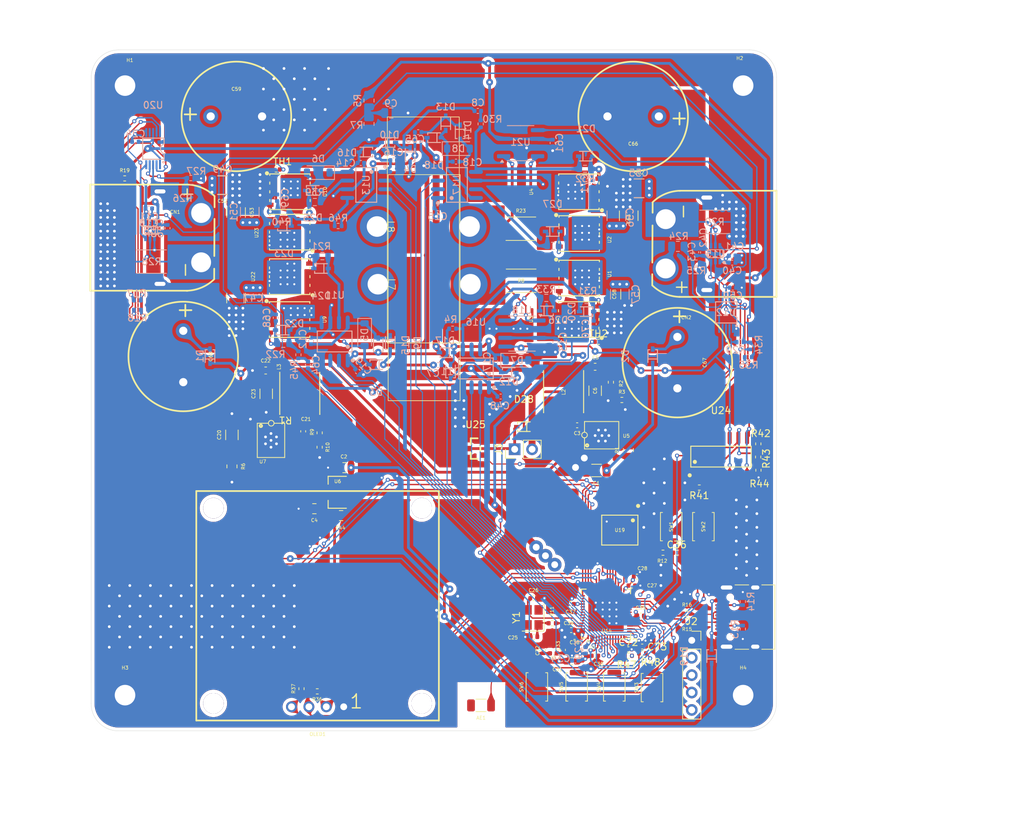
<source format=kicad_pcb>
(kicad_pcb (version 20240108) (generator "pcbnew") (generator_version "8.0")
  (layers (0 "F.Cu" signal) (1 "In1.Cu" signal) (2 "In2.Cu" signal) (31 "B.Cu" signal) (34 "B.Paste" user) (35 "F.Paste" user) (36 "B.SilkS" user "B.Silkscreen") (37 "F.SilkS" user "F.Silkscreen") (38 "B.Mask" user) (39 "F.Mask" user) (44 "Edge.Cuts" user))
  (net 0 "")
  (net 1 "/FETs/IN_GATE_HI")
  (net 2 "/FETs/OUT_GATE_HI")
  (net 3 "Net-(AE1-A)")
  (net 4 "Net-(CN1--)")
  (net 5 "GND")
  (net 6 "+12V")
  (net 7 "/FETs/IN_GATE_LOW")
  (net 8 "/FETs/OUT_GATE_SW")
  (net 9 "/FETs/OUT_GATE_LOW")
  (net 10 "VDD")
  (net 12 "Net-(U5-BST)")
  (net 13 "Net-(U5-FB)")
  (net 14 "Net-(U5-SW)")
  (net 15 "Net-(U5-RON)")
  (net 16 "+5V")
  (net 17 "+3.3V")
  (net 18 "Net-(D3-K)")
  (net 19 "/Mid_rail_ref")
  (net 20 "Net-(CN2--)")
  (net 21 "/MCU/ADC_READY")
  (net 22 "/MCU/SDA")
  (net 23 "/MCU/SPICLK")
  (net 24 "Net-(D10-A)")
  (net 25 "/MCU/SPIWP")
  (net 26 "/FETs1/IN_GATE_SW")
  (net 27 "Net-(D15-K)")
  (net 28 "/FETs1/OUT_GATE_SW")
  (net 29 "Net-(D11-K)")
  (net 30 "/MCU/SPIQ")
  (net 31 "/MCU/SPID")
  (net 32 "Net-(U21--)")
  (net 33 "/MCU/SPIHD")
  (net 34 "/Vout_sense")
  (net 35 "/FETs1/IN_GATE_HI")
  (net 36 "/MCU/SCL")
  (net 37 "/FETs1/IN_GATE_LOW")
  (net 38 "/FETs1/OUT_GATE_LOW")
  (net 39 "/MCU/SPICS0")
  (net 40 "Net-(D13-K)")
  (net 41 "/FETs1/OUT_GATE_HI")
  (net 42 "Net-(C64-Pad2)")
  (net 43 "Net-(J1-CC1)")
  (net 44 "Net-(J1-CC2)")
  (net 45 "/MCU/USB_D-")
  (net 46 "/MCU/USB_D+")
  (net 47 "/Vin_sense")
  (net 50 "Net-(D11-A)")
  (net 53 "/MCU/SCL_DISPL")
  (net 54 "/MCU/SDA_DISPL")
  (net 55 "/MCU/IO_BTN1")
  (net 56 "/MCU/IO_BTN2")
  (net 57 "/MCU/IO_BTN3")
  (net 58 "/MCU/IO_BTN4")
  (net 59 "/IN_CUR")
  (net 60 "/OUT_CUR")
  (net 61 "/CUR_PHASE_A")
  (net 62 "/MCU/IN_LO_PWMA")
  (net 63 "/MCU/IN_HI_PWMA")
  (net 64 "/MCU/OUT_HI_PWMA")
  (net 65 "/MCU/OUT_LO_PWMA")
  (net 66 "Net-(D13-A)")
  (net 67 "Net-(C65-Pad2)")
  (net 69 "/MCU/D-")
  (net 70 "/MCU/D+")
  (net 71 "Net-(D1-K)")
  (net 72 "Vout")
  (net 73 "/FETs/IN_GATE_SW")
  (net 74 "/MCU/OUT_HI_PWMB")
  (net 75 "/MCU/IN_LO_PWMB")
  (net 76 "/MCU/IN_HI_PWMB")
  (net 77 "/MCU/OUT_LO_PWMB")
  (net 78 "/CUR_PHASE_B")
  (net 79 "Net-(C7-Pad2)")
  (net 80 "Net-(C8-Pad2)")
  (net 81 "Net-(D22-A)")
  (net 82 "Net-(D10-K)")
  (net 83 "Net-(U7-BST)")
  (net 84 "Net-(U7-SW)")
  (net 85 "Net-(C25-Pad1)")
  (net 86 "Net-(U14-XTAL_N)")
  (net 87 "Net-(C29-Pad1)")
  (net 88 "Net-(U14-LNA_IN)")
  (net 89 "Net-(U14-CHIP_PU)")
  (net 90 "Net-(U18--)")
  (net 91 "Net-(U7-RON)")
  (net 92 "Net-(U7-FB)")
  (net 93 "Net-(U14-XTAL_P)")
  (net 94 "Net-(D23-A)")
  (net 95 "Net-(D20-A)")
  (net 96 "Net-(D21-A)")
  (net 97 "Net-(D19-A)")
  (net 98 "Net-(U14-GPIO0)")
  (net 101 "Net-(D24-A)")
  (net 105 "/MCU/in_temp")
  (net 112 "/OCP")
  (net 114 "/MCU/ADC_READY2")
  (net 115 "/MCU/out_temp")
  (net 118 "/max_cur_pos")
  (net 119 "/max_cur_neg")
  (net 121 "Net-(D25-A)")
  (net 122 "Net-(D26-A)")
  (net 123 "Net-(D27-A)")
  (net 124 "Net-(D28-A)")
  (net 125 "/MCU/FAN_PWM")
  (footprint "Capacitor_SMD:C_1210_3225Metric" (layer "F.Cu") (at 101 77.025 -90)
    (property "Reference" "C53")
    (property "Value" "10u" (hide yes))
  )
  (footprint "easyeda2kicad:TDFN-8_L5.9-W5.2-P1.27-LS6.2-BL" (layer "F.Cu") (at 150.98 92.65 90)
    (property "Reference" "U3")
    (property "Value" "S130N10LF")
  )
  (footprint "Capacitor_SMD:C_0402_1005Metric" (layer "F.Cu") (at 158.25 140.8 180)
    (property "Reference" "C72")
    (property "Value" "1u")
  )
  (footprint "easyeda2kicad:SOP-14_L8.6-W3.9-P1.27-LS6.0-BL-1" (layer "F.Cu") (at 171.76 112.67)
    (property "Reference" "U24")
    (property "Value" "LM2901")
  )
  (footprint "Capacitor_SMD:C_0402_1005Metric" (layer "F.Cu") (at 160.03 135.9)
    (property "Reference" "C35")
    (property "Value" "100n" (hide yes))
  )
  (footprint "easyeda2kicad:33x10mm toroid" (layer "F.Cu") (at 123.075 79.075 -90)
    (property "Reference" "L8")
    (property "Value" "L")
  )
  (footprint "Inductor_SMD:L_0402_1005Metric" (layer "F.Cu") (at 152 140.95 90)
    (property "Reference" "L5")
    (property "Value" "2n" (hide yes))
  )
  (footprint "Resistor_SMD:R_0402_1005Metric" (layer "F.Cu") (at 84.75 72.05)
    (property "Reference" "R19")
    (property "Value" "10k")
  )
  (footprint "easyeda2kicad:TDFN-8_L5.9-W5.2-P1.27-LS6.2-BL" (layer "F.Cu") (at 108.81 79.9 90)
    (property "Reference" "U23")
    (property "Value" "S130N10LF" (hide yes))
  )
  (footprint "Capacitor_SMD:C_0402_1005Metric" (layer "F.Cu") (at 144.48 139 180)
    (property "Reference" "C25")
    (property "Value" "7p" (hide yes))
  )
  (footprint "Capacitor_SMD:C_1206_3216Metric" (layer "F.Cu") (at 105.4 103.5 90)
    (property "Reference" "C23")
    (property "Value" "47u" (hide yes))
  )
  (footprint "Capacitor_SMD:C_0402_1005Metric" (layer "F.Cu") (at 145.8 140.9 90)
    (property "Reference" "C32")
    (property "Value" "C_Small" (hide yes))
  )
  (footprint "Resistor_SMD:R_0402_1005Metric" (layer "F.Cu") (at 177.23 114.659999 -90)
    (property "Reference" "R44")
    (property "Value" "4.125k")
  )
  (footprint "Resistor_SMD:R_0805_2012Metric" (layer "F.Cu") (at 158.25 111.7125 90)
    (property "Reference" "R1")
    (property "Value" "100k")
  )
  (footprint "MountingHole:MountingHole_3mm_Pad" (layer "F.Cu") (at 84.8 147.5)
    (property "Reference" "H3")
    (property "Value" "MountingHole_Pad" (hide yes))
  )
  (footprint "MountingHole:MountingHole_3mm_Pad" (layer "F.Cu") (at 174.5 58.5)
    (property "Reference" "H2")
    (property "Value" "MountingHole_Pad" (hide yes))
  )
  (footprint "easyeda2kicad:TDFN-8_L5.9-W5.2-P1.27-LS6.2-BL" (layer "F.Cu") (at 108.81 86.4 90)
    (property "Reference" "U22")
    (property "Value" "S130N10LF" (hide yes))
  )
  (footprint "Capacitor_SMD:C_0402_1005Metric" (layer "F.Cu") (at 160.27 140.4 180)
    (property "Reference" "C73")
    (property "Value" "1u")
  )
  (footprint "Capacitor_SMD:C_0402_1005Metric" (layer "F.Cu") (at 149.9 138 180)
    (property "Reference" "C39")
    (property "Value" "100p" (hide yes))
  )
  (footprint "easyeda2kicad:IND-SMD_L5.8-W5.2" (layer "F.Cu") (at 110.3 103.5 -90)
    (property "Reference" "L3")
    (property "Value" "220u" (hide yes))
  )
  (footprint "footprint:SOT-23_L2.9-W1.3-P1.90-LS2.4-BR" (layer "F.Cu") (at 135.949987 111.500013)
    (property "Reference" "U25")
    (property "Value" "AO3400_C4748804")
  )
  (footprint "easyeda2kicad:QFN-56_L7.0-W7.0-P0.40-TL-EP4.0" (layer "F.Cu") (at 154.99 135.6 90)
    (property "Reference" "U14")
    (property "Value" "ESP32-S3(FN8)" (hide yes))
  )
  (footprint "Capacitor_SMD:C_1206_3216Metric" (layer "F.Cu") (at 153.4 103.05 90)
    (property "Reference" "C6")
    (property "Value" "47u" (hide yes))
  )
  (footprint "Resistor_SMD:R_0402_1005Metric" (layer "F.Cu") (at 158.26 141.75 180)
    (property "Reference" "R47")
    (property "Value" "10k")
  )
  (footprint "Capacitor_SMD:C_0603_1608Metric" (layer "F.Cu") (at 149.975 142.55 180)
    (property "Reference" "C34")
    (property "Value" "4.7u" (hide yes))
  )
  (footprint "Capacitor_SMD:C_0805_2012Metric" (layer "F.Cu") (at 112.43 120.28 180)
    (property "Reference" "C4")
    (property "Value" "10u" (hide yes))
  )
  (footprint "Resistor_SMD:R_0402_1005Metric" (layer "F.Cu") (at 155.7 101.81 -90)
    (property "Reference" "R2")
    (property "Value" "453k" (hide yes))
  )
  (footprint "Crystal:Crystal_SMD_SeikoEpson_FA238-4Pin_3.2x2.5mm" (layer "F.Cu") (at 144.35 136.15 90)
    (property "Reference" "Y1")
    (property "Value" "Crystal_GND24_Small")
  )
  (footprint "Button_Switch_SMD:SW_Push_SPST_NO_Alps_SKRK" (layer "F.Cu") (at 161.7 146.4 90)
    (property "Reference" "SW3")
    (property "Value" "SW_Push" (hide yes))
  )
  (footprint "Capacitor_SMD:C_0603_1608Metric" (layer "F.Cu") (at 105.325 100.1)
    (property "Reference" "C22")
    (property "Value" "2.2u" (hide yes))
  )
  (footprint "Capacitor_SMD:C_1206_3216Metric" (layer "F.Cu") (at 153.6 114.7 180)
    (property "Reference" "C1")
    (property "Value" "2.2u" (hide yes))
  )
  (footprint "Capacitor_SMD:C_1206_3216Metric" (layer "F.Cu") (at 100.4 109.5 90)
    (property "Reference" "C20")
    (property "Value" "2.2u" (hide yes))
  )
  (footprint "easyeda2kicad:TDFN-8_L5.9-W5.2-P1.27-LS6.2-BL" (layer "F.Cu") (at 151.09 86.6 -90)
    (property "Reference" "U1")
    (property "Value" "S130N10LF" (hide yes))
  )
  (footprint "easyeda2kicad:SOT-89-3_L4.5-W2.5-P1.50-LS4.2-BR" (layer "F.Cu") (at 116.39 117.88)
    (property "Reference" "U6")
    (property "Value" "AMS1117-3.3(XBLW)" (hide yes))
  )
  (footprint "Capacitor_SMD:C_0603_1608Metric" (layer "F.Cu") (at 153.4 99.55 180)
    (property "Reference" "C5")
    (property "Value" "2.2u" (hide yes))
  )
  (footprint "Capacitor_SMD:C_1210_3225Metric" (layer "F.Cu") (at 159.825 73.5)
    (property "Reference" "C62")
    (property "Value" "10u" (hide yes))
  )
  (footprint "Capacitor_SMD:C_0402_1005Metric" (layer "F.Cu") (at 144.42 133.35)
    (property "Reference" "C26")
    (property "Value" "7p" (hide yes))
  )
  (footprint "Button_Switch_SMD:SW_Push_SPST_NO_Alps_SKRK" (layer "F.Cu") (at 150.7 146.3 90)
    (property "Reference" "SW5")
    (property "Value" "SW_Push" (hide yes))
  )
  (footprint "Capacitor_SMD:C_1210_3225Metric" (layer "F.Cu") (at 158.3 77.5 -90)
    (property "Reference" "C63")
    (property "Value" "10u" (hide yes))
  )
  (footprint "Resistor_SMD:R_0402_1005Metric" (layer "F.Cu") (at 113.2 109.2 -90)
    (property "Reference" "R9")
    (property "Value" "200k" (hide yes))
  )
  (footprint "Button_Switch_SMD:SW_Push_SPST_NO_Alps_SKRK" (layer "F.Cu") (at 169.2 122.9 -90)
    (property "Reference" "SW2")
    (property "Value" "SW_Push" (hide yes))
  )
  (footprint "Resistor_SMD:R_0402_1005Metric" (layer "F.Cu") (at 177.19 112.729999 -90)
    (property "Reference" "R43")
    (property "Value" "4.125k")
  )
  (footprint "Capacitor_SMD:C_0402_1005Metric" (layer "F.Cu") (at 153.38 141.75)
    (property "Reference" "C30")
    (property "Value" "100n" (hide yes))
  )
  (footprint "easyeda2kicad:SO-8_L4.9-W3.9-P1.27-LS6.0-BL-EP" (layer "F.Cu") (at 106.1 110.3 -90)
    (property "Reference" "U7")
    (property "Value" "LM5164DDAR" (hide yes))
  )
  (footprint "Resistor_SMD:R_0402_1005Metric" (layer "F.Cu") (at 168.6 117.19 180)
    (property "Reference" "R41")
    (property "Value" "4.125k")
  )
  (footprint "Capacitor_SMD:C_0402_1005Metric" (layer "F.Cu") (at 159.52 130.2)
    (property "Reference" "C28")
    (property "Value" "1u" (hide yes))
  )
  (footprint "Button_Switch_SMD:SW_Push_SPST_NO_Alps_SKRK" (layer "F.Cu") (at 144.9 146.3 90)
    (property "Reference" "SW6")
    (property "Value" "SW_Push" (hide yes))
  )
  (footprint "Resistor_SMD:R_0402_1005Metric" (layer "F.Cu") (at 160.3 141.4 180)
    (property "Reference" "R48")
    (property "Value" "10k")
  )
  (footprint "easyeda2kicad:SOD-323_L1.7-W1.3-LS2.5-FD" (layer "F.Cu") (at 143 108.3)
    (property "Reference" "D28")
    (property "Value" "B16WS_C7420327")
  )
  (footprint "Capacitor_SMD:C_0402_1005Metric" (layer "F.Cu") (at 148.7 140.9 90)
    (property "Reference" "C33")
    (property "Value" "C_Small" (hide yes))
  )
  (footprint "Capacitor_SMD:C_0402_1005Metric" (layer "F.Cu") (at 150.78 108.1 180)
    (property "Reference" "C3")
    (property "Value" "2n" (hide yes))
  )
  (footprint "Resistor_SMD:R_2512_6332Metric" (layer "F.Cu") (at 142.5625 79.4)
    (property "Reference" "R23")
    (property "Value" "2m" (hide yes))
  )
  (footprint "Resistor_SMD:R_0402_1005Metric" (layer "F.Cu") (at 110.55 146.56 90)
    (property "Reference" "R37")
    (property "Value" "5.1k" (hide yes))
  )
  (footprint "Resistor_SMD:R_0402_1005Metric" (layer "F.Cu") (at 163.3 126.7)
    (property "Reference" "R12")
    (property "Value" "10k" (hide yes))
  )
  (footprint "easyeda2kicad:CAP-TH_BD16.0-P7.50-D1.2-FD" (layer "F.Cu") (at 93.3 98.05 -90)
    (property "Reference" "C60")
    (property "Value" "470u" (hide yes))
  )
  (footprint "Resistor_SMD:R_0402_1005Metric" (layer "F.Cu") (at 153.89 95.9)
    (property "Reference" "TH2")
    (property "Value" "Thermistor_NTC")
  )
  (footprint "Resistor_SMD:R_1206_3216Metric" (layer "F.Cu") (at 136.75 149 180)
    (property "Reference" "AE1")
    (property "Value" "Antenna_Shield" (hide yes))
  )
  (footprint "Capacitor_SMD:C_1210_3225Metric" (layer "F.Cu") (at 99.025 73.05 180)
    (property "Reference" "C52")
    (property "Value" "10u" (hide yes))
  )
  (footprint "Resistor_SMD:R_0402_1005Metric" (layer "F.Cu") (at 106.85 70.75 180)
    (property "Reference" "TH1")
    (property "Value" "Thermistor_NTC")
  )
  (footprint "Connector_USB:USB_C_Receptacle_HRO_TYPE-C-31-M-12" (layer "F.Cu") (at 175.715022 136.103263 90)
    (property "Reference" "J1" (hide yes))
    (property "Value" "USB_C_Receptacle_USB2.0_16P" (hide yes))
  )
  (footprint "easyeda2kicad:OLED-TH_L35.4-W33.5_HS13L03W2C01" (layer "F.Cu") (at 112.9 149.2 180)
    (property "Reference" "OLED1")
    (property "Value" "HS13L03W2C01" (hide yes))
  )
  (footprint "Capacitor_SMD:C_0805_2012Metric" (layer "F.Cu") (at 116.83 114.28 180)
    (property "Reference" "C2")
    (property "Value" "10u" (hide yes))
  )
  (footprint "easyeda2kicad:TDFN-8_L5.9-W5.2-P1.27-LS6.2-BL" (layer "F.Cu") (at 151.09 80.1 -90)
    (property "Reference" "U2")
    (property "Value" "S130N10LF" (hide yes))
  )
  (footprint "easyeda2kicad:TDFN-8_L5.9-W5.2-P1.27-LS6.2-BL" (layer "F.Cu") (at 151.01 74 90)
    (property "Reference" "U4")
    (property "Value" "S130N10LF" (hide yes))
  )
  (footprint "Resistor_SMD:R_0402_1005Metric" (layer "F.Cu") (at 166.8 135.61 180)
    (property "Reference" "R16")
    (property "Value" "0" (hide yes))
  )
  (footprint "Connector_PinSocket_2.54mm:PinSocket_1x05_P2.54mm_Vertical" (layer "F.Cu") (at 167.5 139.5)
    (property "Reference" "J2")
    (property "Value" "Conn_01x05")
  )
  (footprint "Capacitor_SMD:C_0805_2012Metric" (layer "F.Cu") (at 116.33 121.28)
    (property "Reference" "C44")
    (property "Value" "10u" (hide yes))
  )
  (footprint "easyeda2kicad:SO-8_L4.9-W3.9-P1.27-LS6.0-BL-EP" (layer "F.Cu") (at 154.35 109.55)
    (property "Reference" "U5")
    (property "Value" "LM5164DDAR" (hide yes))
  )
  (footprint "easyeda2kicad:TDFN-8_L5.9-W5.2-P1.27-LS6.2-BL" (layer "F.Cu") (at 108.89 74 -90)
    (property "Reference" "U10")
    (property "Value" "S130N10LF" (hide yes))
  )
  (footprint "Resistor_SMD:R_0402_1005Metric" (layer "F.Cu") (at 112.85 146.95 180)
    (property "Reference" "R36")
    (property "Value" "5.1k" (hide yes))
  )
  (footprint "MountingHole:MountingHole_3mm_Pad" (layer "F.Cu") (at 175 147.5)
    (property "Reference" "H4")
    (property "Value" "MountingHole_Pad" (hide yes))
  )
  (footprint "easyeda2kicad:CAP-TH_BD16.0-P7.50-D1.2-FD" (layer "F.Cu") (at 101.05 63)
    (property "Reference" "C59")
    (property "Value" "470u")
  )
  (footprint "Capacitor_SMD:C_0402_1005Metric" (layer "F.Cu") (at 165.3 126.7)
    (property "Reference" "C36")
    (property "Value" "1u")
  )
  (footprint "Capacitor_SMD:C_0402_1005Metric" (layer "F.Cu") (at 158.75 131.5)
    (property "Reference" "C27")
    (property "Value" "100n" (hide yes))
  )
  (footprint "easyeda2kicad:SOIC-8_L5.3-W5.3-P1.27-LS8.0-BL" (layer "F.Cu") (at 157 123.4 180)
    (property "Reference" "U19")
    (property "Value" "W25Q128JVSIQTR" (hide yes))
  )
  (footprint "Capacitor_SMD:C_0402_1005Metric" (layer "F.Cu") (at 110.8 108.98 90)
    (property "Reference" "C21")
    (property "Value" "2n" (hide yes))
  )
  (footprint "Capacitor_SMD:C_1210_3225Metric" (layer "F.Cu") (at 158.5 88.975 90)
    (property "Reference" "C58")
    (property "Value" "10u" (hide yes))
  )
  (footprint "Capacitor_SMD:C_0402_1005Metric" (layer "F.Cu") (at 150.4 139 180)
    (property "Reference" "C38")
    (property "Value" "1u" (hide yes))
  )
  (footprint "easyeda2kicad:CAP-TH_BD16.0-P7.50-D1.2-FD" (layer "F.Cu") (at 165.4 98.95 -90)
    (property "Reference" "C67")
    (property "Value" "470u")
  )
  (footprint "easyeda2kicad:CONN-TH_XT60PW-M" (layer "F.Cu") (at 92.905 80.69988)
    (property "Reference" "CN1")
    (property "Value" "XT60PW-M" (hide yes))
  )
  (footprint "Button_Switch_SMD:SW_Push_SPST_NO_Alps_SKRK" (layer "F.Cu") (at 164.5 122.9 -90)
    (property "Reference" "SW1")
    (property "Value" "SW_Push" (hide yes))
  )
  (footprint "Resistor_SMD:R_2512_6332Metric" (layer "F.Cu") (at 142.6 87)
    (property "Reference" "R8")
    (property "Value" "2m" (hide yes))
  )
  (footprint "easyeda2kicad:IND-SMD_L5.8-W5.2" (layer "F.Cu") (at 148.8 103.25 -90)
    (property "Reference" "L2")
    (property "Value" "220u" (hide yes))
  )
  (footprint "easyeda2kicad:33x10mm toroid" (layer "F.Cu") (at 123.200001 87.5 -90)
    (property "Reference" "L7")
    (property "Value" "L")
  )
  (footprint "Connector_PinHeader_2.54mm:PinHeader_1x02_P2.54mm_Vertical" (layer "F.Cu") (at 141.66 111.6 90)
    (property "Reference" "J3")
    (property "Value" "Fan_conn")
  )
  (footprint "Button_Switch_SMD:SW_Push_SPST_NO_Alps_SKRK" (layer "F.Cu") (at 156.2 146.3 90)
    (property "Reference" "SW4")
    (property "Value" "SW_Push" (hide yes))
  )
  (footprint "Resistor_SMD:R_0402_1005Metric" (layer "F.Cu") (at 113.2 111.3 -90)
    (property "Reference" "R10")
    (property "Value" "63k" (hide yes))
  )
  (footprint "easyeda2kicad:CAP-TH_BD16.0-P7.50-D1.2-FD" (layer "F.Cu") (at 158.95 63 180)
    (property "Reference" "C66")
    (property "Value" "470u")
  )
  (footprint "easyeda2kicad:TDFN-8_L5.9-W5.2-P1.27-LS6.2-BL" (layer "F.Cu") (at 108.83 92.66 -90)
    (property "Reference" "U9")
    (property "Value" "S130N10LF" (hide yes))
  )
  (footprint "Capacitor_SMD:C_0402_1005Metric" (layer "F.Cu") (at 149.8 134.2 180)
    (property "Reference" "C37")
    (property "Value" "0.1u" (hide yes))
  )
  (footprint "Resistor_SMD:R_0402_1005Metric" (layer "F.Cu") (at 166.81 136.7 180)
    (property "Reference" "R15")
    (property "Value" "0" (hide yes))
  )
  (footprint "easyeda2kicad:CONN-TH_XT60PW-M" (layer "F.Cu") (at 166.695 81.60012 180)
    (property "Reference" "CN2")
    (property "Value" "XT60PW-M" (hide yes))
  )
  (footprint "Resistor_SMD:R_0402_1005Metric" (layer "F.Cu") (at 177.21 110.810001 -90)
    (property "Reference" "R42")
    (property "Value" "4.125k")
  )
  (footprint "Inductor_SMD:L_0402_1005Metric" (layer "F.Cu") (at 147.3 141.4)
    (property "Reference" "L6")
    (property "Value" "2n" (hide yes))
  )
  (footprint "Capacitor_SMD:C_1210_3225Metric" (layer "F.Cu") (at 101 89.525 90)
    (property "Reference" "C54" (hide yes))
    (property "Value" "10u")
  )
  (footprint "Resistor_SMD:R_0402_1005Metric" (layer "F.Cu") (at 157.3 104.4)
    (property "Reference" "R3")
    (property "Value" "49.9k" (hide yes))
  )
  (footprint "Resistor_SMD:R_0402_1005Metric" (layer "F.Cu") (at 147.14 137 180)
    (property "Reference" "R11")
    (property "Value" "24nH" (hide yes))
  )
  (footprint "MountingHole:MountingHole_3mm_Pad" (layer "F.Cu") (at 85.5 58.79)
    (property "Reference" "H1")
    (property "Value" "MountingHole_Pad" (hide yes))
  )
  (footprint "Resistor_SMD:R_0805_2012Metric" (layer "F.Cu") (at 100.4 114.1 -90)
    (property "Reference" "R6")
    (property "Value" "100k" (hide yes))
  )
  (footprint "Capacitor_SMD:C_0805_2012Metric" (layer "B.Cu") (at 123.65 62.5)
    (property "Reference" "C9")
    (property "Value" "10u")
  )
  (footprint "Diode_SMD:D_SOD-123" (layer "B.Cu") (at 133.45 67.7)
    (property "Reference" "D8")
    (property "Value" "D_Zener")
  )
  (footprint "easyeda2kicad:SOD-323_L1.7-W1.3-LS2.5-FD" (layer "B.Cu") (at 121.46 99.25)
    (property "Reference" "D3")
    (property "Value" "B110WS")
  )
  (footprint "easyeda2kicad:VSSOP-10_L3.0-W3.0-P0.50-LS4.9-BL" (layer "B.Cu") (at 172.5 91.6 180)
    (property "Reference" "U12")
    (property "Value" "ADS1015IDGSR" (hide yes))
  )
  (footprint "Capacitor_SMD:C_0402_1005Metric" (layer "B.Cu") (at 106.8 92.4 90)
    (property "Reference" "C68")
    (property "Value" "C_Small")
  )
  (footprint "Resistor_SMD:R_0603_1608Metric" (layer "B.Cu") (at 152.125 89.8)
    (property "Reference" "R31")
    (property "Value" "4.3" (hide yes))
  )
  (footprint "Capacitor_SMD:C_1210_3225Metric" (layer "B.Cu") (at 99.025 73 180)
    (property "Reference" "C49")
    (property "Value" "10u")
  )
  (footprint "easyeda2kicad:SOIC-8_L4.9-W3.9-P1.27-LS6.0-BL" (layer "B.Cu") (at 133.23 73 90)
    (property "Reference" "U17")
    (property "Value" "UCC27211DR")
  )
  (footprint "Capacitor_SMD:C_1210_3225Metric" (layer "B.Cu") (at 103 76.975 -90)
    (property "Reference" "C51")
    (property "Value" "10u")
  )
  (footprint "Capacitor_SMD:C_0402_1005Metric" (layer "B.Cu") (at 139.62 103.9 180)
    (property "Reference" "C48")
    (property "Value" "1u")
  )
  (footprint "easyeda2kicad:SOD-323_L1.7-W1.3-LS2.5-FD" (layer "B.Cu") (at 146.365 91.4 180)
    (property "Reference" "D26")
    (property "Value" "B16WS_C7420327")
  )
  (footprint "Resistor_SMD:R_0805_2012Metric" (layer "B.Cu") (at 94.5025 73.65 180)
    (property "Reference" "R26")
    (property "Value" "100k")
  )
  (footprint "easyeda2kicad:SOD-323_L1.7-W1.3-LS2.5-FD" (layer "B.Cu") (at 107.8 94.2)
    (property "Reference" "D22")
    (property "Value" "B16WS_C7420327")
  )
  (footprint "Resistor_SMD:R_0402_1005Metric" (layer "B.Cu") (at 86.59 89.85)
    (property "Reference" "R17")
    (property "Value" "10k")
  )
  (footprint "easyeda2kicad:SOIC-8_L4.9-W3.9-P1.27-LS6.0-BL" (layer "B.Cu") (at 120 73 -90)
    (property "Reference" "U13")
    (property "Value" "UCC27211DR")
  )
  (footprint "Capacitor_SMD:C_0402_1005Metric" (layer "B.Cu") (at 86.31 66.7 180)
    (property "Reference" "C24")
    (property "Value" "100n")
  )
  (footprint "Package_SO:SOIC-8_3.9x4.9mm_P1.27mm" (layer "B.Cu") (at 142.525 66.905)
    (property "Reference" "U21")
    (property "Value" "INA240A2D" (hide yes))
  )
  (footprint "Capacitor_SMD:C_0402_1005Metric" (layer "B.Cu") (at 138.8 98.8 -90)
    (property "Reference" "C17")
    (property "Value" "300n")
  )
  (footprint "Capacitor_SMD:C_0402_1005Metric" (layer "B.Cu") (at 88.27 77.4)
    (property "Reference" "C10")
    (property "Value" "100n")
  )
  (footprint "easyeda2kicad:SOD-323_L1.7-W1.3-LS2.5-FD" (layer "B.Cu") (at 129.9 66.1)
    (property "Reference" "D18")
    (property "Value" "B110WS")
  )
  (footprint "Capacitor_SMD:C_0402_1005Metric" (layer "B.Cu") (at 107 74.88 90)
    (property "Reference" "C69")
    (property "Value" "C_Small")
  )
  (footprint "Resistor_SMD:R_0402_1005Metric" (layer "B.Cu") (at 110.1 97.809999 90)
    (property "Reference" "R45")
    (property "Value" "500")
  )
  (footprint "easyeda2kicad:SOD-323_L1.7-W1.3-LS2.5-FD" (layer "B.Cu") (at 121.75 96.4 90)
    (property "Reference" "D15")
    (property "Value" "B110WS")
  )
  (footprint "Capacitor_SMD:C_0402_1005Metric" (layer "B.Cu") (at 124 69.4 180)
    (property "Reference" "C16")
    (property "Value" "1u")
  )
  (footprint "Resistor_SMD:R_0402_1005Metric" (layer "B.Cu") (at 115.9 79 180)
    (property "Reference" "R46")
    (property "Value" "500")
  )
  (footprint "Capacitor_SMD:C_0402_1005Metric" (layer "B.Cu") (at 133.1 69.6)
    (property "Reference" "C18")
    (property "Value" "300n")
  )
  (footprint "Resistor_SMD:R_2512_6332Metric" (layer "B.Cu") (at 88.6625 84.2 180)
    (property "Reference" "R28")
    (property "Value" "0.5m" (hide yes))
  )
  (footprint "easyeda2kicad:SOD-323_L1.7-W1.3-LS2.5-FD" (layer "B.Cu") (at 132.3 100.24 90)
    (property "Reference" "D11")
    (property "Value" "B110WS")
  )
  (footprint "Resistor_SMD:R_0603_1608Metric" (layer "B.Cu") (at 112.5 75.5 180)
    (property "Reference" "R39")
    (property "Value" "4.3")
  )
  (footprint "Diode_SMD:D_SOD-123" (layer "B.Cu") (at 119.760589 94.860589 -90)
    (property "Reference" "D5")
    (property "Value" "D_Zener")
  )
  (footprint "easyeda2kicad:SC70-6_L2.1-W1.3-P0.65-LS2.3-BL" (layer "B.Cu") (at 88.45 79.65)
    (property "Reference" "U8")
    (property "Value" "TP181A1-CR")
  )
  (footprint "Resistor_SMD:R_0402_1005Metric" (layer "B.Cu") (at 174.95 133.84 90)
    (property "Reference" "R14")
    (property "Value" "5.1k")
  )
  (footprint "Resistor_SMD:R_2512_6332Metric" (layer "B.Cu") (at 170.8375 78.4)
    (property "Reference" "R20")
    (property "Value" "0.5m")
  )
  (footprint "Capacitor_SMD:C_1210_3225Metric" (layer "B.Cu") (at 103.5 89.525 90)
    (property "Reference" "C47")
    (property "Value" "10u")
  )
  (footprint "Resistor_SMD:R_0402_1005Metric" (layer "B.Cu") (at 176 96.51 90)
    (property "Reference" "R34")
    (property "Value" "10k")
  )
  (footprint "Resistor_SMD:R_0603_1608Metric" (layer "B.Cu") (at 146.275 89.5)
    (property "Reference" "R33")
    (property "Value" "4.3" (hide yes))
  )
  (footprint "Resistor_SMD:R_0402_1005Metric" (layer "B.Cu") (at 86.6 91.25)
    (property "Reference" "R18")
    (property "Value" "10k")
  )
  (footprint "Capacitor_SMD:C_0402_1005Metric" (layer "B.Cu") (at 90 79.28 -90)
    (property "Reference" "C45")
    (property "Value" "100n")
  )
  (footprint "Capacitor_SMD:C_0402_1005Metric" (layer "B.Cu") (at 169.15 82.85 90)
    (property "Reference" "C42")
    (property "Value" "100n")
  )
  (footprint "Resistor_SMD:R_0603_1608Metric" (layer "B.Cu") (at 151.925 70.65)
    (property "Reference" "R32")
    (property "Value" "4.3")
  )
  (footprint "easyeda2kicad:SOD-323_L1.7-W1.3-LS2.5-FD" (layer "B.Cu") (at 126.4 68.6 90)
    (property "Reference" "D4")
    (property "Value" "B110WS")
  )
  (footprint "Capacitor_SMD:C_0402_1005Metric" (layer "B.Cu") (at 111.960589 95.780589 90)
    (property "Reference" "C12")
    (property "Value" "300n")
  )
  (footprint "easyeda2kicad:SOD-323_L1.7-W1.3-LS2.5-FD" (layer "B.Cu") (at 131.725 97.5)
    (property "Reference" "D17")
    (property "Value" "B110WS")
  )
  (footprint "easyeda2kicad:SOD-323_L1.7-W1.3-LS2.5-FD" (layer "B.Cu") (at 120 68.2 180)
    (property "Reference" "D16")
    (property "Value" "B110WS")
  )
  (footprint "Resistor_SMD:R_0603_1608Metric" (layer "B.Cu") (at 147.25 81.9)
    (property "Reference" "R38" (hide yes))
    (property "Value" "4.3")
  )
  (footprint "easyeda2kicad:SOD-323_L1.7-W1.3-LS2.5-FD" (layer "B.Cu") (at 170.4 141.8 -90)
    (property "Reference" "D19")
    (property "Value" "B16WS_C7420327")
  )
  (footprint "easyeda2kicad:SOD-323_L1.7-W1.3-LS2.5-FD" (layer "B.Cu") (at 131.6 64 -90)
    (property "Reference" "D13")
    (property "Value" "B110WS")
  )
  (footprint "Resistor_SMD:R_0805_2012Metric" (layer "B.Cu") (at 165.475 81.975)
    (property "Reference" "R24")
    (property "Value" "100k")
  )
  (footprint "Capacitor_SMD:C_0402_1005Metric" (layer "B.Cu") (at 173.49 88)
    (property "Reference" "C50")
    (property "Value" "100n")
  )
  (footprint "Resistor_SMD:R_0402_1005Metric" (layer "B.Cu") (at 174.95 137.85 -90)
    (property "Reference" "R13")
    (property "Value" "5.1k")
  )
  (footprint "easyeda2kicad:SOD-323_L1.7-W1.3-LS2.5-FD" (layer "B.Cu") (at 140.8 100.4)
    (property "Reference" "D12")
    (property "Value" "B110WS")
  )
  (footprint "Resistor_SMD:R_0402_1005Metric" (layer "B.Cu") (at 174.56 95.95)
    (property "Reference" "R29")
    (property "Value" "10k")
  )
  (footprint "easyeda2kicad:SOD-323_L1.7-W1.3-LS2.5-FD" (layer "B.Cu") (at 152.15 91.5 180)
    (property "Reference" "D20")
    (property "Value" "B16WS_C7420327")
  )
  (footprint "Capacitor_SMD:C_0402_1005Metric" (layer "B.Cu") (at 150.5 142.45 180)
    (property "Reference" "C31")
    (property "Value" "1u")
  )
  (footprint "Capacitor_SMD:C_0402_1005Metric" (layer "B.Cu") (at 152 140.95 -90)
    (property "Reference" "C29")
    (property "Value" "100n")
  )
  (footprint "Resistor_SMD:R_0603_1608Metric" (layer "B.Cu") (at 113.6 83.4 180)
    (property "Reference" "R21")
    (property "Value" "4.3" (hide yes))
  )
  (footprint "easyeda2kicad:VSSOP-10_L3.0-W3.0-P0.50-LS4.9-BL" (layer "B.Cu") (at 88.9 67.7 180)
    (property "Reference" "U20")
    (property "Value" "ADS1015IDGSR" (hide yes))
  )
  (footprint "easyeda2kicad:SC70-6_L2.1-W1.3-P0.65-LS2.3-BL" (layer "B.Cu") (at 170.95 83.05 180)
    (property "Reference" "U15")
    (property "Value" "TP181A1-CR")
  )
  (footprint "Capacitor_SMD:C_1210_3225Metric" (layer "B.Cu") (at 157 88.975 90)
    (property "Reference" "C57")
    (property "Value" "10u")
  )
  (footprint "Capacitor_SMD:C_0402_1005Metric" (layer "B.Cu") (at 153 72.8 -90)
    (property "Reference" "C71")
    (property "Value" "C_Small")
  )
  (footprint "Capacitor_SMD:C_0402_1005Metric" (layer "B.Cu") (at 168.15 82.83 90)
    (property "Reference" "C43")
    (property "Value" "100n")
  )
  (footprint "Resistor_SMD:R_0603_1608Metric" (layer "B.Cu") (at 107.9 96.2 180)
    (property "Reference" "R22")
    (property "Value" "4.3" (hide yes))
  )
  (footprint "easyeda2kicad:SOD-323_L1.7-W1.3-LS2.5-FD" (layer "B.Cu") (at 123.5 96.060589 90)
    (property "Reference" "D9")
    (property "Value" "B110WS")
  )
  (footprint "Capacitor_SMD:C_0402_1005Metric" (layer "B.Cu") (at 153.2 93.32 -90)
    (property "Reference" "C70")
    (property "Value" "C_Small")
  )
  (footprint "easyeda2kicad:SOD-323_L1.7-W1.3-LS2.5-FD" (layer "B.Cu") (at 108 79)
    (property "Reference" "D23")
    (property "Value" "B16WS_C7420327")
  )
  (footprint "Capacitor_SMD:C_0402_1005Metric" (layer "B.Cu") (at 147.6 95.92 -90)
    (property "Reference" "C13")
    (property "Value" "100n")
  )
  (footprint "Capacitor_SMD:C_0402_1005Metric" (layer "B.Cu") (at 127.58 65.3 180)
    (property "Reference" "C65")
    (property "Value" "300n")
  )
  (footprint "Diode_SMD:D_SOD-123" (layer "B.Cu") (at 142 98.6)
    (property "Reference" "D7")
    (property "Value" "D_Zener")
  )
  (footprint "Resistor_SMD:R_0402_1005Metric" (layer "B.Cu") (at 175.74 98.15)
    (property "Reference" "R35")
    (property "Value" "10k")
  )
  (footprint "easyeda2kicad:SOD-323_L1.7-W1.3-LS2.5-FD" (layer "B.Cu") (at 113.4 85.2)
    (property "Reference" "D24")
    (property "Value" "B16WS_C7420327")
  )
  (footprint "Capacitor_SMD:C_0402_1005Metric" (layer "B.Cu") (at 130.42 76.4 180)
    (property "Reference" "C15")
    (property "Value" "1u")
  )
  (footprint "Diode_SMD:D_SOD-123" (layer "B.Cu") (at 113 71.2 180)
    (property "Reference" "D6")
    (property "Value" "D_Zener")
  )
  (footprint "easyeda2kicad:SOD-323_L1.7-W1.3-LS2.5-FD" (layer "B.Cu") (at 147.2 79.8 180)
    (property "Reference" "D27")
    (property "Value" "B16WS_C7420327")
  )
  (footprint "Capacitor_SMD:C_0402_1005Metric" (layer "B.Cu") (at 173.4 84.35)
    (property "Reference" "C40")
    (property "Value" "100n" (hide yes))
  )
  (footprint "Capacitor_SMD:C_0402_1005Metric" (layer "B.Cu") (at 136.28 62.2)
    (property "Reference" "C8")
    (property "Value" "300n")
  )
  (footprint "Capacitor_SMD:C_0402_1005Metric" (layer "B.Cu") (at 173.4 83.33)
    (property "Reference" "C41")
    (property "Value" "100n" (hide yes))
  )
  (footprint "Resistor_SMD:R_0402_1005Metric" (layer "B.Cu") (at 136.7 64.090001 -90)
    (property "Reference" "R30")
    (property "Value" "500")
  )
  (footprint "Resistor_SMD:R_0603_1608Metric" (layer "B.Cu") (at 107.925 76.9 180)
    (property "Reference" "R40")
    (property "Value" "4.3")
  )
  (footprint "Resistor_SMD:R_0402_1005Metric" (layer "B.Cu") (at 132.6 94)
    (property "Reference" "R4")
    (property "Value" "500")
  )
  (footprint "easyeda2kicad:SOIC-8_L4.9-W3.9-P1.27-LS6.0-BL" (layer "B.Cu") (at 136 99.8 180)
    (property "Reference" "U16")
    (property "Value" "UCC27211DR")
  )
  (footprint "Capacitor_SMD:C_0402_1005Metric" (layer "B.Cu") (at 88.27 76.45)
    (property "Reference" "C11")
    (property "Value" "100n")
  )
  (footprint "Resistor_SMD:R_0402_1005Metric" (layer "B.Cu") (at 168.15 84.35)
    (property "Reference" "R25")
    (property "Value" "4.125k")
  )
  (footprint "easyeda2kicad:SOIC-8_L4.9-W3.9-P1.27-LS6.0-BL" (layer "B.Cu") (at 115.388089 95.860589 180)
    (property "Reference" "U11")
    (property "Value" "UCC27211DR")
  )
  (footprint "Capacitor_SMD:C_0402_1005Metric" (layer "B.Cu") (at 91 79.32 -90)
    (property "Reference" "C46")
    (property "Value" "100n")
  )
  (footprint "Resistor_SMD:R_0805_2012Metric" (layer "B.Cu") (at 120.4 64.1 -90)
    (property "Reference" "R7")
    (property "Value" "100k" (hide yes))
  )
  (footprint "Capacitor_SMD:C_0402_1005Metric" (layer "B.Cu") (at 111.5 99.28 90)
    (property "Reference" "C64")
    (property "Value" "300n")
  )
  (footprint "Capacitor_SMD:C_0402_1005Metric" (layer "B.Cu") (at 130.5 99.3)
    (property "Reference" "C7")
    (property "Value" "300n")
  )
  (footprint "Resistor_SMD:R_0402_1005Metric" (layer "B.Cu") (at 94.39 72)
    (property "Reference" "R27")
    (property "Value" "4.125k")
  )
  (footprint "easyeda2kicad:SOD-323_L1.7-W1.3-LS2.5-FD" (layer "B.Cu") (at 133.7 65.3 90)
    (property "Reference" "D14")
    (property "Value" "B110WS")
  )
  (footprint "Capacitor_SMD:C_1210_3225Metric" (layer "B.Cu") (at 159.775 73.5)
    (property "Reference" "C55")
    (property "Value" "10u" (hide yes))
  )
  (footprint "Capacitor_SMD:C_0402_1005Metric" (layer "B.Cu") (at 119.2 69.8)
    (property "Reference" "C14")
    (property "Value" "300n")
  )
  (footprint "easyeda2kicad:SOD-323_L1.7-W1.3-LS2.5-FD" (layer "B.Cu") (at 152.04 68.8 180)
    (property "Reference" "D21")
    (property "Value" "B16WS_C7420327")
  )
  (footprint "easyeda2kicad:SOD-323_L1.7-W1.3-LS2.5-FD" (layer "B.Cu") (at 97.2 98 -90)
    (property "Reference" "D1")
    (property "Value" "B110WS")
  )
  (footprint "Resistor_SMD:R_0805_2012Metric" (layer "B.Cu") (at 120.4 60.6875 -90)
    (property "Reference" "R5")
    (property "Value" "100k")
  )
  (footprint "easyeda2kicad:SOD-323_L1.7-W1.3-LS2.5-FD" (layer "B.Cu") (at 123.24 66.8 180)
    (property "Reference" "D10")
    (property "Value" "B110WS")
  )
  (footprint "easyeda2kicad:SOD-323_L1.7-W1.3-LS2.5-FD" (layer "B.Cu") (at 161.8 98 -90)
    (property "Reference" "D2")
    (property "Value" "B110WS")
  )
  (footprint "Capacitor_SMD:C_0402_1005Metric" (layer "B.Cu") (at 118.760589 100.260589 135)
    (property "Reference" "C19")
    (property "Value" "1u")
  )
  (footprint "Capacitor_SMD:C_0402_1005Metric" (layer "B.Cu") (at 147.2 66.88 -90)
    (property "Reference" "C61")
    (property "Value" "100n")
  )
  (footprint "Package_SO:SOIC-8_3.9x4.9mm_P1.27mm" (layer "B.Cu") (at 142.725 94.705 180)
    (property "Reference" "U18")
    (property "Value" "INA240A2D" (hide yes))
  )
  (footprint "Capacitor_SMD:C_1210_3225Metric" (layer "B.Cu") (at 156.5 77.5 -90)
    (property "Reference" "C56")
    (property "Value" "10u" (hide yes))
  )
  (footprint "easyeda2kicad:SOD-323_L1.7-W1.3-LS2.5-FD" (layer "B.Cu") (at 112.2 73.8)
    (property "Reference" "D25")
    (property "Value" "B16WS_C7420327")
  )
  (gr_arc (start 179.85 148.72) (mid 178.678442 151.548459) (end 175.85 152.72) (stroke (width 0.05)) (layer "Edge.Cuts"))
  (gr_line (start 175.85 152.72) (end 83.85 152.72) (stroke (width 0.05)) (layer "Edge.Cuts"))
  (gr_arc (start 83.85 152.72) (mid 81.021572 151.548433) (end 79.85 148.72) (stroke (width 0.05)) (layer "Edge.Cuts"))
  (gr_line (start 83.874978 53.286737) (end 175.874978 53.286737) (stroke (width 0.05)) (layer "Edge.Cuts"))
  (gr_arc (start 175.874978 53.286737) (mid 178.703381 54.458319) (end 179.874978 57.286737) (stroke (width 0.05)) (layer "Edge.Cuts"))
  (gr_line (start 79.85 148.72) (end 79.874978 57.286737) (stroke (width 0.05)) (layer "Edge.Cuts"))
  (gr_line (start 179.874978 57.286737) (end 179.85 148.72) (stroke (width 0.05)) (layer "Edge.Cuts"))
  (gr_arc (start 79.874978 57.286737) (mid 81.046543 54.4583) (end 83.874978 53.286737) (stroke (width 0.05)) (layer "Edge.Cuts"))
  (gr_text "R1" (at 108.2125 107.35 180) (layer "F.SilkS") (effects (font (size 1 1))))
  (segment (start 116.018089 87.528139) (end 116.018089 93.090589) (width 0.4) (layer "B.Cu") (net 1))
  (segment (start 114.425 83.4) (end 114.425 85.93505) (width 0.4) (layer "B.Cu") (net 1))
  (segment (start 114.425 85.93505) (end 116.018089 87.528139) (width 0.4) (layer "B.Cu") (net 1))
  (segment (start 136.63 92.97) (end 136.63 97.03) (width 0.4) (layer "B.Cu") (net 2))
  (segment (start 144.15 88.2) (end 141.4 88.2) (width 0.4) (layer "B.Cu") (net 2))
  (segment (start 145.45 89.5) (end 144.15 88.2) (width 0.4) (layer "B.Cu") (net 2))
  (segment (start 145.325 91.4) (end 145.325 89.625) (width 0.4) (layer "B.Cu") (net 2))
  (segment (start 141.4 88.2) (end 136.63 92.97) (width 0.4) (layer "B.Cu") (net 2))
  (segment (start 138.2125 146.491142) (end 138.2125 149) (width 0.1565) (layer "F.Cu") (net 3))
  (segment (start 145.8 141.38) (end 143.369604 141.38) (width 0.1565) (layer "F.Cu") (net 3))
  (segment (start 146.815 141.4) (end 145.848284 141.4) (width 0.1565) (layer "F.Cu") (net 3))
  (arc (start 139.7 142.9) (mid 138.599089 144.54763) (end 138.2125 146.491142) (width 0.1565) (layer "F.Cu") (net 3))
  (arc (start 143.369604 141.38) (mid 141.383629 141.775035) (end 139.7 142.9) (width 0.1565) (layer "F.Cu") (net 3))
  (segment (start 89.583884 84.2) (end 91.625 84.2) (width 0.25) (layer "B.Cu") (net 4))
  (segment (start 88.45 83.066116) (end 89.583884 84.2) (width 0.25) (layer "B.Cu") (net 4))
  (segment (start 88.45 80.8) (end 88.45 83.066116) (width 0.25) (layer "B.Cu") (net 4))
  (segment (start 160.5 136.2) (end 161.1 136.2) (width 0.4) (layer "F.Cu") (net 5))
  (segment (start 153.85 141.877556) (end 153.85 141.76) (width 0.4) (layer "F.Cu") (net 5))
  (segment (start 144.9 133.35) (end 146 133.35) (width 0.25) (layer "F.Cu") (net 5))
  (segment (start 89 82.5) (end 88 83.5) (width 0.25) (layer "F.Cu") (net 5))
  (segment (start 149.42 138) (end 148.57 138) (width 0.4) (layer "F.Cu") (net 5))
  (segment (start 149.2 142.55) (end 148.15 142.55) (width 0.4) (layer "F.Cu") (net 5))
  (segment (start 105.4 104.975) (end 105.4 106.2) (width 0.4) (layer "F.Cu") (net 5))
  (segment (start 155.275 104.525) (end 155.3 104.5) (width 0.4) (layer "F.Cu") (net 5))
  (segment (start 100.4 108.025) (end 100.4 106.4) (width 0.4) (layer "F.Cu") (net 5))
  (segment (start 157.81 104.4) (end 157.81 105.79) (width 0.4) (layer "F.Cu") (net 5))
  (segment (start 100.4 115.0125) (end 100.4 116.4) (width 0.4) (layer "F.Cu") (net 5))
  (segment (start 177.23 115.69) (end 177.25 115.71) (width 0.25) (layer "F.Cu") (net 5))
  (segment (start 153.4 104.525) (end 155.275 104.525) (width 0.4) (layer "F.Cu") (net 5))
  (segment (start 155.1 122.14) (end 155.09 122.15) (width 0.2) (layer "F.Cu") (net 5))
  (segment (start 148.57 138) (end 148.55 138.02) (width 0.4) (layer "F.Cu") (net 5))
  (segment (start 152.125 113.185) (end 151.82 112.88) (width 0.4) (layer "F.Cu") (net 5))
  (segment (start 149.92 139) (end 149.04 139) (width 0.4) (layer "F.Cu") (net 5))
  (segment (start 103.1 108.4) (end 103.1 107.2) (width 0.4) (layer "F.Cu") (net 5))
  (segment (start 177.23 115.169998) (end 177.23 115.69) (width 0.25) (layer "F.Cu") (net 5))
  (segment (start 159.93 129.54) (end 159.94 129.53) (width 0.25) (layer "F.Cu") (net 5))
  (segment (start 144 139) (end 143.2 139) (width 0.25) (layer "F.Cu") (net 5))
  (segment (start 159.21 131.5) (end 160 131.5) (width 0.25) (layer "F.Cu") (net 5))
  (segment (start 152.125 114.7) (end 152.125 112.875) (width 0.4) (layer "F.Cu") (net 5))
  (segment (start 152.125 114.7) (end 150.988478 114.7) (width 0.4) (layer "F.Cu") (net 5))
  (segment (start 152.59 143.47) (end 152.59 143.137556) (width 0.4) (layer "F.Cu") (net 5))
  (segment (start 115.88 114.28) (end 114.43 114.28) (width 0.4) (layer "F.Cu") (net 5))
  (segment (start 149.32 134.2) (end 149.32 134.080001) (width 0.1565) (layer "F.Cu") (net 5))
  (segment (start 152.125 112.875) (end 152.45 112.55) (width 0.4) (layer "F.Cu") (net 5))
  (segment (start 111.48 120.28) (end 110.13 120.28) (width 0.4) (layer "F.Cu") (net 5))
  (segment (start 152.59 143.137556) (end 153.85 141.877556) (width 0.4) (layer "F.Cu") (net 5))
  (segment (start 150.988478 114.7) (end 150.539239 114.250761) (width 0.4) (layer "F.Cu") (net 5))
  (segment (start 152.59 143.470785) (end 152.791713 143.672498) (width 0.4) (layer "F.Cu") (net 5))
  (segment (start 159.93 130.2) (end 159.93 129.54) (width 0.25) (layer "F.Cu") (net 5))
  (segment (start 155.1 119.87) (end 155.1 122.14) (width 0.2) (layer "F.Cu") (net 5))
  (segment (start 152.125 114.7) (end 152.125 113.185) (width 0.4) (layer "F.Cu") (net 5))
  (segment (start 117.28 119.85) (end 117.75 119.38) (width 0.4) (layer "F.Cu") (net 5))
  (segment (start 149.04 139) (end 149 139.04) (width 0.4) (layer "F.Cu") (net 5))
  (segment (start 149.32 134.080001) (end 150.014135 133.385866) (width 0.1565) (layer "F.Cu") (net 5))
  (segment (start 117.28 121.28) (end 117.28 119.85) (width 0.4) (layer "F.Cu") (net 5))
  (segment (start 152.59 143.47) (end 152.59 143.470785) (width 0.4) (layer "F.Cu") (net 5))
  (segment (start 157.81 105.79) (end 157.8 105.8) (width 0.4) (layer "F.Cu") (net 5))
  (segment (start 89.1 82.5) (end 89 82.5) (width 0.25) (layer "F.Cu") (net 5))
  (segment (start 104.55 100.1) (end 103.4 100.1) (width 0.4) (layer "F.Cu") (net 5))
  (segment (start 113.2 111.81) (end 113.2 112.8) (width 0.4) (layer "F.Cu") (net 5))
  (via (at 156.5 75.2) (size 1) (drill 0.4) (layers "F.Cu" "B.Cu") (net 5))
  (via (at 102 94) (size 1) (drill 0.4) (layers "F.Cu" "B.Cu") (net 5))
  (via (at 133 108.25) (size 1) (drill 0.4) (layers "F.Cu" "B.Cu") (net 5))
  (via (at 87 136) (size 1) (drill 0.4) (layers "F.Cu" "B.Cu") (net 5))
  (via (at 81.25 76.75) (size 1) (drill 0.4) (layers "F.Cu" "B.Cu") (net 5))
  (via (at 174.8 88) (size 0.6) (drill 0.3) (layers "F.Cu" "B.Cu") (net 5))
  (via (at 175 80.5) (size 1) (drill 0.4) (layers "F.Cu" "B.Cu") (net 5))
  (via (at 96 136) (size 1) (drill 0.4) (layers "F.Cu" "B.Cu") (net 5))
  (via (at 163.5 116.5) (size 1) (drill 0.4) (layers "F.Cu" "B.Cu") (net 5))
  (via (at 88.5 134.5) (size 1) (drill 0.4) (layers "F.Cu" "B.Cu") (net 5))
  (via (at 90 139) (size 1) (drill 0.4) (layers "F.Cu" "B.Cu") (net 5))
  (via (at 172.625 95.75) (size 0.6) (drill 0.3) (layers "F.Cu" "B.Cu") (net 5))
  (via (at 141 103.9) (size 1) (drill 0.4) (layers "F.Cu" "B.Cu") (net 5))
  (via (at 172 76.5) (size 1) (drill 0.4) (layers "F.Cu" "B.Cu") (net 5))
  (via (at 108 136) (size 1) (drill 0.4) (layers "F.Cu" "B.Cu") (net 5))
  (via (at 106.1 110.3) (size 1) (drill 0.4) (layers "F.Cu" "B.Cu") (net 5))
  (via (at 155.5 135) (size 0.6) (drill 0.3) (layers "F.Cu" "B.Cu") (net 5))
  (via (at 93 139) (size 1) (drill 0.4) (layers "F.Cu" "B.Cu") (net 5))
  (via (at 105.3 109.8) (size 1) (drill 0.4) (layers "F.Cu" "B.Cu") (net 5))
  (via (at 143.2 139) (size 0.6) (drill 0.3) (layers "F.Cu" "B.Cu") (net 5))
  (via (at 100 93) (size 1) (drill 0.4) (layers "F.Cu" "B.Cu") (net 5))
  (via (at 158.5 75.2) (size 1) (drill 0.4) (layers "F.Cu" "B.Cu") (net 5))
  (via (at 105 65) (size 1) (drill 0.4) (layers "F.Cu" "B.Cu") (net 5))
  (via (at 88.5 140.5) (size 1) (drill 0.4) (layers "F.Cu" "B.Cu") (net 5))
  (via (at 154.5 134) (size 0.6) (drill 0.3) (layers "F.Cu" "B.Cu") (net 5))
  (via (at 142 103) (size 1) (drill 0.4) (layers "F.Cu" "B.Cu") (net 5))
  (via (at 130.25 135.1) (size 1) (drill 0.4) (layers "F.Cu" "B.Cu") (net 5))
  (via (at 155.5 134) (size 0.6) (drill 0.3) (layers "F.Cu" "B.Cu") (net 5))
  (via (at 106.5 63.5) (size 1) (drill 0.4) (layers "F.Cu" "B.Cu") (net 5))
  (via (at 82.5 134.5) (size 1) (drill 0.4) (layers "F.Cu" "B.Cu") (net 5))
  (via (at 100 91) (size 1) (drill 0.4) (layers "F.Cu" "B.Cu") (net 5))
  (via (at 155.2 92.6) (size 1) (drill 0.4) (layers "F.Cu" "B.Cu") (net 5))
  (via (at 113.2 112.8) (size 1) (drill 0.4) (layers "F.Cu" "B.Cu") (net 5))
  (via (at 153.5 135) (size 0.6) (drill 0.3) (layers "F.Cu" "B.Cu") (net 5))
  (via (at 174.95 132.45) (size 0.6) (drill 0.3) (layers "F.Cu" "B.Cu") (net 5))
  (via (at 87 133) (size 1) (drill 0.4) (layers "F.Cu" "B.Cu") (net 5))
  (via (at 88.5 131.5) (size 1) (drill 0.4) (layers "F.Cu" "B.Cu") (net 5))
  (via (at 119.6 100.7) (size 1) (drill 0.4) (layers "F.Cu" "B.Cu") (net 5))
  (via (at 104.5 73.5) (size 1) (drill 0.4) (layers "F.Cu" "B.Cu") (net 5))
  (via (at 113.25 124.5) (size 0.6) (drill 0.3) (layers "F.Cu" "B.Cu") (net 5))
  (via (at 160.5 116.5) (size 1) (drill 0.4) (layers "F.Cu" "B.Cu") (net 5))
  (via (at 94.5 137.5) (size 1) (drill 0.4) (layers "F.Cu" "B.Cu") (net 5))
  (via (at 175.5 120) (size 1) (drill 0.4) (layers "F.Cu" "B.Cu") (net 5))
  (via (at 174 125) (size 1) (drill 0.4) (layers "F.Cu" "B.Cu") (net 5))
  (via (at 81.25 77.75) (size 1) (drill 0.4) (layers "F.Cu" "B.Cu") (net 5))
  (via (at 109.5 131.5) (size 1) (drill 0.4) (layers "F.Cu" "B.Cu") (net 5))
  (via (at 82.25 85.75) (size 1) (drill 0.4) (layers "F.Cu" "B.Cu") (net 5))
  (via (at 112.5 63.5) (size 1) (drill 0.4) (layers "F.Cu" "B.Cu") (net 5))
  (via (at 161.1 136.2) (size 0.6) (drill 0.3) (layers "F.Cu" "B.Cu") (net 5))
  (via (at 124.5 115.5) (size 0.6) (drill 0.3) (layers "F.Cu" "B.Cu") (net 5))
  (via (at 134.25 104.5) (size 1) (drill 0.4) (layers "F.Cu" "B.Cu") (net 5))
  (via (at 156.5 74.2) (size 1) (drill 0.4) (layers "F.Cu" "B.Cu") (net 5))
  (via (at 134.25 107) (size 1) (drill 0.4) (layers "F.Cu" "B.Cu") (net 5))
  (via (at 108 62) (size 1) (drill 0.4) (layers "F.Cu" "B.Cu") (net 5))
  (via (at 153.4 109.6) (size 1) (drill 0.4) (layers "F.Cu" "B.Cu") (net 5))
  (via (at 84 133) (size 1) (drill 0.4) (layers "F.Cu" "B.Cu") (net 5))
  (via (at 142.5 94) (size 0.6) (drill 0.3) (layers "F.Cu" "B.Cu") (net 5))
  (via (at 114.43 114.28) (size 0.6) (drill 0.3) (layers "F.Cu" "B.Cu") (net 5))
  (via (at 87 139) (size 1) (drill 0.4) (layers "F.Cu" "B.Cu") (net 5))
  (via (at 157.2 94.6) (size 1) (drill 0.4) (layers "F.Cu" "B.Cu") (net 5))
  (via (at 102 133) (size 1) (drill 0.4) (layers "F.Cu" "B.Cu") (net 5))
  (via (at 106.9 109.8) (size 1) (drill 0.4) (layers "F.Cu" "B.Cu") (net 5))
  (via (at 151.18 141.434123) (size 0.6) (drill 0.3) (layers "F.Cu" "B.Cu") (net 5))
  (via (at 156.2 91.6) (size 1) (drill 0.4) (layers "F.Cu" "B.Cu") (net 5))
  (via (at 101.5 75.55) (size 1) (drill 0.4) (layers "F.Cu" "B.Cu") (net 5))
  (via (at 82.25 80.75) (size 1) (drill 0.4) (layers "F.Cu" "B.Cu") (net 5))
  (via (at 157.2 93.6) (size 1) (drill 0.4) (layers "F.Cu" "B.Cu") (net 5))
  (via (at 96 139) (size 1) (drill 0.4) (layers "F.Cu" "B.Cu") (net 5))
  (via (at 147.6 97.4) (size 1) (drill 0.4) (layers "F.Cu" "B.Cu") (net 5))
  (via (at 114 62) (size 1) (drill 0.4) (layers "F.Cu" "B.Cu") (net 5))
  (via (at 154.5 135) (size 0.6) (drill 0.3) (layers "F.Cu" "B.Cu") (net 5))
  (via (at 157.5 75.2) (size 1) (drill 0.4) (layers "F.Cu" "B.Cu") (net 5))
  (via (at 157.5 73.2) (size 1) (drill 0.4) (layers "F.Cu" "B.Cu") (net 5))
  (via (at 97.5 134.5) (size 1) (drill 0.4) (layers "F.Cu" "B.Cu") (net 5))
  (via (at 155.4 109.6) (size 1) (drill 0.4) (layers "F.Cu" "B.Cu") (net 5))
  (via (at 148.15 142.55) (size 0.6) (drill 0.3) (layers "F.Cu" "B.Cu") (net 5))
  (via (at 146 97.4) (size 1) (drill 0.4) (layers "F.Cu" "B.Cu") (net 5))
  (via (at 156.5 135) (size 0.6) (drill 0.3) (layers "F.Cu" "B.Cu") (net 5))
  (via (at 128.4 70.2) (size 1) (drill 0.4) (layers "F.Cu" "B.Cu") (net 5))
  (via (at 90 136) (size 1) (drill 0.4) (layers "F.Cu" "B.Cu") (net 5))
  (via (at 138 106.5) (size 1) (drill 0.4) (layers "F.Cu" "B.Cu") (net 5))
  (via (at 174 127) (size 1) (drill 0.4) (layers "F.Cu" "B.Cu") (net 5))
  (via (at 165 133.5) (size 1) (drill 0.4) (layers "F.Cu" "B.Cu") (net 5))
  (via (at 174 79.5) (size 1) (drill 0.4) (layers "F.Cu" "B.Cu") (net 5))
  (via (at 97.5 137.5) (size 1) (drill 0.4) (layers "F.Cu" "B.Cu") (net 5))
  (via (at 174 78.5) (size 1) (drill 0.4) (layers "F.Cu" "B.Cu") (net 5))
  (via (at 97.5 131.5) (size 1) (drill 0.4) (layers "F.Cu" "B.Cu") (net 5))
  (via (at 105 56) (size 1) (drill 0.4) (layers "F.Cu" "B.Cu") (net 5))
  (via (at 172 75.5) (size 1) (drill 0.4) (layers "F.Cu" "B.Cu") (net 5))
  (via (at 97.5 140.5) (size 1) (drill 0.4) (layers "F.Cu" "B.Cu") (net 5))
  (via (at 154.4 109.6) (size 1) (drill 0.4) (layers "F.Cu" "B.Cu") (net 5))
  (via (at 157.7 90.6) (size 1) (drill 0.4) (layers "F.Cu" "B.Cu") (net 5))
  (via (at 83.25 79.75) (size 1) (drill 0.4) (layers "F.Cu" "B.Cu") (net 5))
  (via (at 154.9 108.8) (size 1) (drill 0.4) (layers "F.Cu" "B.Cu") (net 5))
  (via (at 83.25 84.75) (size 1) (drill 0.4) (layers "F.Cu" "B.Cu") (net 5))
  (via (at 82.25 84.75) (size 1) (drill 0.4) (layers "F.Cu" "B.Cu") (net 5))
  (via (at 174.95 139.3) (size 0.6) (drill 0.3) (layers "F.Cu" "B.Cu") (net 5))
  (via (at 102 91) (size 1) (drill 0.4) (layers "F.Cu" "B.Cu") (net 5))
  (via (at 108 56) (size 1) (drill 0.4) (layers "F.Cu" "B.Cu") (net 5))
  (via (at 149 139.04) (size 1) (drill 0.4) (layers "F.Cu" "B.Cu") (net 5))
  (via (at 83.25 76.75) (size 1) (drill 0.4) (layers "F.Cu" "B.Cu") (net 5))
  (via (at 134.25 105.75) (size 1) (drill 0.4) (layers "F.Cu" "B.Cu") (net 5))
  (via (at 153.9 110.4) (size 1) (drill 0.4) (layers "F.Cu" "B.Cu") (net 5))
  (via (at 175.5 128) (size 1) (drill 0.4) (layers "F.Cu" "B.Cu") (net 5))
  (via (at 160 131.5) (size 0.6) (drill 0.3) (layers "F.Cu" "B.Cu") (net 5))
  (via (at 82.25 87.75) (size 1) (drill 0.4) (layers "F.Cu" "B.Cu") (net 5))
  (via (at 114.5 56) (size 1) (drill 0.4) (layers "F.Cu" "B.Cu") (net 5))
  (via (at 111 59) (size 1) (drill 0.4) (layers "F.Cu" "B.Cu") (net 5))
  (via (at 100 95) (size 1) (drill 0.4) (layers "F.Cu" "B.Cu") (net 5))
  (via (at 81.25 80.75) (size 1) (drill 0.4) (layers "F.Cu" "B.Cu") (net 5))
  (via (at 88 83.5) (size 0.6) (drill 0.3) (layers "F.Cu" "B.Cu") (net 5))
  (via (at 154.9 110.4) (size 1) (drill 0.4) (layers "F.Cu" "B.Cu") (net 5))
  (via (at 155.09 122.15) (size 0.6) (drill 0.3) (layers "F.Cu" "B.Cu") (net 5))
  (via (at 175 78.5) (size 1) (drill 0.4) (layers "F.Cu" "B.Cu") (net 5))
  (via (at 85.5 134.5) (size 1) (drill 0.4) (layers "F.Cu" "B.Cu") (net 5))
  (via (at 163 131.5) (size 1) (drill 0.4) (layers "F.Cu" "B.Cu") (net 5))
  (via (at 157.8 105.8) (size 1) (drill 0.4) (layers "F.Cu" "B.Cu") (net 5))
  (via (at 162 138) (size 0.6) (drill 0.3) (layers "F.Cu" "B.Cu") (net 5))
  (via (at 103.5 131.5) (size 1) (drill 0.4) (layers "F.Cu" "B.Cu") (net 5))
  (via (at 83.25 85.75) (size 1) (drill 0.4) (layers "F.Cu" "B.Cu") (net 5))
  (via (at 102 139) (size 1) (drill 0.4) (layers "F.Cu" "B.Cu") (net 5))
  (via (at 139 105.75) (size 1) (drill 0.4) (layers "F.Cu" "B.Cu") (net 5))
  (via (at 134.25 108.25) (size 1) (drill 0.4) (layers "F.Cu" "B.Cu") (net 5))
  (via (at 91.5 140.5) (size 1) (drill 0.4) (layers "F.Cu" "B.Cu") (net 5))
  (via (at 94.5 140.5) (size 1) (drill 0.4) (layers "F.Cu" "B.Cu") (net 5))
  (via (at 100.4 106.4) (size 1) (drill 0.4) (layers "F.Cu" "B.Cu") (net 5))
  (via (at 106.1 111.3) (size 1) (drill 0.4) (layers "F.Cu" "B.Cu") (net 5))
  (via (at 101 95) (size 1) (drill 0.4) (layers "F.Cu" "B.Cu") (net 5))
  (via (at 156.2 93.6) (size 1) (drill 0.4) (layers "F.Cu" "B.Cu") (net 5))
  (via (at 160.75 139.55) (size 0.6) (drill 0.3) (layers "F.Cu" "B.Cu") (net 5))
  (via (at 177 125) (size 1) (drill 0.4) (layers "F.Cu" "B.Cu") (net 5))
  (via (at 109.5 63.5) (size 1) (drill 0.4) (layers "F.Cu" "B.Cu") (net 5))
  (via (at 100.5 71.55) (size 1) (drill 0.4) (layers "F.Cu" "B.Cu") (net 5))
  (via (at 163 130) (size 1) (drill 0.4) (layers "F.Cu" "B.Cu") (net 5))
  (via (at 82.5 131.5) (size 1) (drill 0.4) (layers "F.Cu" "B.Cu") (net 5))
  (via (at 111 56) (size 1) (drill 0.4) (layers "F.Cu" "B.Cu") (net 5))
  (via (at 101 94) (size 1) (drill 0.4) (layers "F.Cu" "B.Cu") (net 5))
  (via (at 174 119) (size 1) (drill 0.4) (layers "F.Cu" "B.Cu") (net 5))
  (via (at 108 133) (size 1) (drill 0.4) (layers "F.Cu" "B.Cu") (net 5))
  (via (at 153.75 128.25) (size 0.6) (drill 0.3) (layers "F.Cu" "B.Cu") (net 5))
  (via (at 101.5 71.55) (size 1) (drill 0.4) (layers "F.Cu" "B.Cu") (net 5))
  (via (at 112.560589 97.860589) (size 1) (drill 0.4) (layers "F.Cu" "B.Cu") (net 5))
  (via (at 175 77.5) (size 1) (drill 0.4) (layers "F.Cu" "B.Cu") (net 5))
  (via (at 106.5 131.5) (size 1) (drill 0.4) (layers "F.Cu" "B.Cu") (net 5))
  (via (at 162 114.5) (size 1) (drill 0.4) (layers "F.Cu" "B.Cu") (net 5))
  (via (at 100.5 134.5) (size 1) (drill 0.4) (layers "F.Cu" "B.Cu") (net 5))
  (via (at 109.5 134.5) (size 1) (drill 0.4) (layers "F.Cu" "B.Cu") (net 5))
  (via (at 133 103.2) (size 1) (drill 0.4) (layers "F.Cu" "B.Cu") (net 5))
  (via (at 105 139) (size 1) (drill 0.4) (layers "F.Cu" "B.Cu") (net 5))
  (via (at 108 65) (size 1) (drill 0.4) (layers "F.Cu" "B.Cu") (net 5))
  (via (at 158.73 140.8) (size 0.6) (drill 0.3) (layers "F.Cu" "B.Cu") (net 5))
  (via (at 156.5 134) (size 0.6) (drill 0.3) (layers "F.Cu" "B.Cu") (net 5))
  (via (at 155.3 104.5) (size 1) (drill 0.4) (layers "F.Cu" "B.Cu") (net 5))
  (via (at 102 93) (size 1) (drill 0.4) (layers "F.Cu" "B.Cu") (net 5))
  (via (at 106.5 140.5) (size 1) (drill 0.4) (layers "F.Cu" "B.Cu") (net 5))
  (via (at 141.5 94) (size 0.6) (drill 0.3) (layers "F.Cu" "B.Cu") (net 5))
  (via (at 162 121) (size 1) (drill 0.4) (layers "F.Cu" "B.Cu") (net 5))
  (via (at 133 105.75) (size 1) (drill 0.4) (layers "F.Cu" "B.Cu") (net 5))
  (via (at 172 74.5) (size 1) (drill 0.4) (layers "F.Cu" "B.Cu") (net 5))
  (via (at 175.5 130) (size 1) (drill 0.4) (layers "F.Cu" "B.Cu") (net 5))
  (via (at 170 132.75) (size 0.6) (drill 0.3) (layers "F.Cu" "B.Cu") (net 5))
  (via (at 140 105) (size 1) (drill 0.4) (layers "F.Cu" "B.Cu") (net 5))
  (via (at 175 79.5) (size 1) (drill 0.4) (layers "F.Cu" "B.Cu") (net 5))
  (via (at 81.25 81.75) (size 1) (drill 0.4) (layers "F.Cu" "B.Cu") (net 5))
  (via (at 167.25 132.75) (size 0.6) (drill 0.3) (layers "F.Cu" "B.Cu") (net 5))
  (via (at 153.9 108.8) (size 1) (drill 0.4) (layers "F.Cu" "B.Cu") (net 5))
  (via (at 89.1 82.5) (size 0.6) (drill 0.3) (layers "F.Cu" "B.Cu") (net 5))
  (via (at 164 134.5) (size 1) (drill 0.4) (layers "F.Cu" "B.Cu") (net 5))
  (via (at 91.5 131.5) (size 1) (drill 0.4) (layers "F.Cu" "B.Cu") (net 5))
  (via (at 158.5 72.2) (size 1) (drill 0.4) (layers "F.Cu" "B.Cu") (net 5))
  (via (at 138 94) (size 0.6) (drill 0.3) (layers "F.Cu" "B.Cu") (net 5))
  (via (at 83.25 86.75) (size 1) (drill 0.4) (layers "F.Cu" "B.Cu") (net 5))
  (via (at 82.25 82.75) (size 1) (drill 0.4) (layers "F.Cu" "B.Cu") (net 5))
  (via (at 105 136) (size 1) (drill 0.4) (layers "F.Cu" "B.Cu") (net 5))
  (via (at 151.82 112.88) (size 2) (drill 1) (layers "F.Cu" "B.Cu") (net 5))
  (via (at 163 128.5) (size 1) (drill 0.4) (layers "F.Cu" "B.Cu") (net 5))
  (via (at 103.5 140.5) (size 1) (drill 0.4) (layers "F.Cu" "B.Cu") (net 5))
  (via (at 161.25 138.75) (size 0.6) (drill 0.3) (layers "F.Cu" "B.Cu") (net 5))
  (via (at 111 65) (size 1) (drill 0.4) (layers "F.Cu" "B.Cu") (net 5))
  (via (at 101 91) (size 1) (drill 0.4) (layers "F.Cu" "B.Cu") (net 5))
  (via (at 100 92) (size 1) (drill 0.4) (layers "F.Cu" "B.Cu") (net 5))
  (via (at 108 59) (size 1) (drill 0.4) (layers "F.Cu" "B.Cu") (net 5))
  (via (at 82.5 137.5) (size 1) (drill 0.4) (layers "F.Cu" "B.Cu") (net 5))
  (via (at 81.25 75.75) (size 1) (drill 0.4) (layers "F.Cu" "B.Cu") (net 5))
  (via (at 112.5 57.5) (size 1) (drill 0.4) (layers "F.Cu" "B.Cu") (net 5))
  (via (at 157.5 72.2) (size 1) (drill 0.4) (layers "F.Cu" "B.Cu") (net 5))
  (via (at 88.5 137.5) (size 1) (drill 0.4) (layers "F.Cu" "B.Cu") (net 5))
  (via (at 85.5 140.5) (size 1) (drill 0.4) (layers "F.Cu" "B.Cu") (net 5))
  (via (at 163.5 113) (size 1) (drill 0.4) (layers "F.Cu" "B.Cu") (net 5))
  (via (at 174 129) (size 1) (drill 0.4) (layers "F.Cu" "B.Cu") (net 5))
  (via (at 173 76.5) (size 1) (drill 0.4) (layers "F.Cu" "B.Cu") (net 5))
  (via (at 108 139) (size 1) (drill 0.4) (layers "F.Cu" "B.Cu") (net 5))
  (via (at 175.5 124) (size 1) (drill 0.4) (layers "F.Cu" "B.Cu") (net 5))
  (via (at 99 139) (size 1) (drill 0.4) (layers "F.Cu" "B.Cu") (net 5))
  (via (at 174 94) (size 0.6) (drill 0.3) (layers "F.Cu" "B.Cu") (net 5))
  (via (at 84 136) (size 1) (drill 0.4) (layers "F.Cu" "B.Cu") (net 5))
  (via (at 106.5 137.5) (size 1) (drill 0.4) (layers "F.Cu" "B.Cu") (net 5))
  (via (at 100 94) (size 1) (drill 0.4) (layers "F.Cu" "B.Cu") (net 5))
  (via (at 105 59) (size 1) (drill 0.4) (layers "F.Cu" "B.Cu") (net 5))
  (via (at 85.5 131.5) (size 1) (drill 0.4) (layers "F.Cu" "B.Cu") (net 5))
  (via (at 104.5 71.5) (size 1) (drill 0.4) (layers "F.Cu" "B.Cu") (net 5))
  (via (at 83.25 78.75) (size 1) (drill 0.4) (layers "F.Cu" "B.Cu") (net 5))
  (via (at 174 75.5) (size 1) (drill 0.4) (layers "F.Cu" "B.Cu") (net 5))
  (via (at 81.25 84.75) (size 1) (drill 0.4) (layers "F.Cu" "B.Cu") (net 5))
  (via (at 82.25 77.75) (size 1) (drill 0.4) (layers "F.Cu" "B.Cu") (net 5))
  (via (at 103.1 107.2) (size 1) (drill 0.4) (layers "F.Cu" "B.Cu") (net 5))
  (via (at 81.25 86.75) (size 1) (drill 0.4) (layers "F.Cu" "B.Cu") (net 5))
  (via (at 175 76.5) (size 1) (drill 0.4) (layers "F.Cu" "B.Cu") (net 5))
  (via (at 83.25 83.75) (size 1) (drill 0.4) (layers "F.Cu" "B.Cu") (net 5))
  (via (at 94.5 134.5) (size 1) (drill 0.4) (layers "F.Cu" "B.Cu") (net 5))
  (via (at 133.35 133.05) (size 1) (drill 0.4) (layers "F.Cu" "B.Cu") (net 5))
  (via (at 81.25 78.75) (size 1) (drill 0.4) (layers "F.Cu" "B.Cu") (net 5))
  (via (at 174 80.5) (size 1) (drill 0.4) (layers "F.Cu" "B.Cu") (net 5))
  (via (at 81.25 85.75) (size 1) (drill 0.4) (layers "F.Cu" "B.Cu") (net 5))
  (via (at 157.2 92.6) (size 1) (drill 0.4) (layers "F.Cu" "B.Cu") (net 5))
  (via (at 158.7 90.6) (size 1) (drill 0.4) (layers "F.Cu" "B.Cu") (net 5))
  (via (at 154.5 136) (size 0.6) (drill 0.3) (layers "F.Cu" "B.Cu") (net 5))
  (via (at 143.5 94) (size 0.6) (drill 0.3) (layers "F.Cu" "B.Cu") (net 5))
  (via (at 104.5 72.5) (size 1) (drill 0.4) (layers "F.Cu" "B.Cu") (net 5))
  (via (at 111.75 125.75) (size 0.6) (drill 0.3) (layers "F.Cu" "B.Cu") (net 5))
  (via (at 166 132.5) (size 1) (drill 0.4) (layers "F.Cu" "B.Cu") (net 5))
  (via (at 105.3 110.8) (size 1) (drill 0.4) (layers "F.Cu" "B.Cu") (net 5))
  (via (at 147.2 68) (size 1) (drill 0.4) (layers "F.Cu" "B.Cu") (net 5))
  (via (at 146 133.35) (size 0.6) (drill 0.3) (layers "F.Cu" "B.Cu") (net 5))
  (via (at 83.25 80.75) (size 1) (drill 0.4) (layers "F.Cu" "B.Cu") (net 5))
  (via (at 150.014135 133.385866) (size 0.6) (drill 0.3) (layers "F.Cu" "B.Cu") (net 5))
  (via (at 82.25 83.75) (size 1) (drill 0.4) (layers "F.Cu" "B.Cu") (net 5))
  (via (at 158.5 76.2) (size 1) (drill 0.4) (layers "F.Cu" "B.Cu") (net 5))
  (via (at 138 105) (size 1) (drill 0.4) (layers "F.Cu" "B.Cu") (net 5))
  (via (at 84 139) (size 1) (drill 0.4) (layers "F.Cu" "B.Cu") (net 5))
  (via (at 101.5 73.55) (size 1) (drill 0.4) (layers "F.Cu" "B.Cu") (net 5))
  (via (at 100.4 116.4) (size 1) (drill 0.4) (layers "F.Cu" "B.Cu") (net 5))
  (via (at 106.5 57.5) (size 1) (drill 0.4) (layers "F.Cu" "B.Cu") (net 5))
  (via (at 83.25 81.75) (size 1) (drill 0.4) (layers "F.Cu" "B.Cu") (net 5))
  (via (at 100.5 75.55) (size 1) (drill 0.4) (layers "F.Cu" "B.Cu") (net 5))
  (via (at 177 127) (size 1) (drill 0.4) (layers "F.Cu" "B.Cu") (net 5))
  (via (at 114.5 59) (size 1) (drill 0.4) (layers "F.Cu" "B.Cu") (net 5))
  (via (at 106.9 110.8) (size 1) (drill 0.4) (layers "F.Cu" "B.Cu") (net 5))
  (via (at 110.13 120.28) (size 0.6) (drill 0.3) (layers "F.Cu" "B.Cu") (net 5))
  (via (at 156.2 94.6) (size 1) (drill 0.4) (layers "F.Cu" "B.Cu") (net 5))
  (via (at 96 133) (size 1) (drill 0.4) (layers "F.Cu" "B.Cu") (net 5))
  (via (at 174 123) (size 1) (drill 0.4) (layers "F.Cu" "B.Cu") (net 5))
  (via (at 139 94) (size 0.6) (drill 0.3) (layers "F.Cu" "B.Cu") (net 5))
  (via (at 94.5 131.5) (size 1) (drill 0.4) (layers "F.Cu" "B.Cu") (net 5))
  (via (at 168.65 85.05) (size 0.6) (drill 0.3) (layers "F.Cu" "B.Cu") (net 5))
  (via (at 158.5 74.2) (size 1) (drill 0.4) (layers "F.Cu" "B.Cu") (net 5))
  (via (at 105 133) (size 1) (drill 0.4) (layers "F.Cu" "B.Cu") (net 5))
  (via (at 93 133) (size 1) (drill 0.4) (layers "F.Cu" "B.Cu") (net 5))
  (via (at 100.5 73.55) (size 1) (drill 0.4) (layers "F.Cu" "B.Cu") (net 5))
  (via (at 104.5 74.5) (size 1) (drill 0.4) (layers "F.Cu" "B.Cu") (net 5))
  (via (at 82.25 76.75) (size 1) (drill 0.4) (layers "F.Cu" "B.Cu") (net 5))
  (via (at 90 133) (size 1) (drill 0.4) (layers "F.Cu" "B.Cu") (net 5))
  (via (at 81.25 87.75) (size 1) (drill 0.4) (layers "F.Cu" "B.Cu") (net 5))
  (via (at 82.25 81.75) (size 1) (drill 0.4) (layers "F.Cu" "B.Cu") (net 5))
  (via (at 160.5 123) (size 1) (drill 0.4) (layers "F.Cu" "B.Cu") (net 5))
  (via (at 159.8 139.55) (size 0.6) (drill 0.3) (layers "F.Cu" "B.Cu") (net 5))
  (via (at 155.5 136) (size 0.6) (drill 0.3) (layers "F.Cu" "B.Cu") (net 5))
  (via (at 99 133) (size 1) (drill 0.4) (layers "F.Cu" "B.Cu") (net 5))
  (via (at 82.25 79.75) (size 1) (drill 0.4) (layers "F.Cu" "B.Cu") (net 5))
  (via (at 152.791713 143.672498) (size 1) (drill 0.4) (layers "F.Cu" "B.Cu") (net 5))
  (via (at 95.9 72.05) (size 0.6) (drill 0.3) (layers "F.Cu" "B.Cu") (net 5))
  (via (at 82.25 75.75) (size 1) (drill 0.4) (layers "F.Cu" "B.Cu") (net 5))
  (via (at 173 75.5) (size 1) (drill 0.4) (layers "F.Cu" "B.Cu") (net 5))
  (via (at 155.2 94.6) (size 1) (drill 0.4) (layers "F.Cu" "B.Cu") (net 5))
  (via (at 85.5 137.5) (size 1) (drill 0.4) (layers "F.Cu" "B.Cu") (net 5))
  (via (at 111 62) (size 1) (drill 0.4) (layers "F.Cu" "B.Cu") (net 5))
  (via (at 177 119) (size 1) (drill 0.4) (layers "F.Cu" "B.Cu") (net 5))
  (via (at 166.5 116.5) (size 1) (drill 0.4) (layers "F.Cu" "B.Cu") (net 5))
  (via (at 100.5 74.55) (size 1) (drill 0.4) (layers "F.Cu" "B.Cu") (net 5))
  (via (at 156.5 137) (size 0.6) (drill 0.3) (layers "F.Cu" "B.Cu") (net 5))
  (via (at 101.5 72.55) (size 1) (drill 0.4) (layers "F.Cu" "B.Cu") (net 5))
  (via (at 82.5 140.5) (size 1) (drill 0.4) (layers "F.Cu" "B.Cu") (net 5))
  (via (at 174 77.5) (size 1) (drill 0.4) (layers "F.Cu" "B.Cu") (net 5))
  (via (at 157.5 74.2) (size 1) (drill 0.4) (layers "F.Cu" "B.Cu") (net 5))
  (via (at 100.5 131.5) (size 1) (drill 0.4) (layers "F.Cu" "B.Cu") (net 5))
  (via (at 174.8 83.3) (size 0.6) (drill 0.3) (layers "F.Cu" "B.Cu") (net 5))
  (via (at 155.2 91.6) (size 1) (drill 0.4) (layers "F.Cu" "B.Cu") (net 5))
  (via (at 163.5 119.5) (size 1) (drill 0.4) (layers "F.Cu" "B.Cu") (net 5))
  (via (at 157.5 76.2) (size 1) (drill 0.4) (layers "F.Cu" "B.Cu") (net 5))
  (via (at 109.5 57.5) (size 1) (drill 0.4) (layers "F.Cu" "B.Cu") (net 5))
  (via (at 82.25 86.75) (size 1) (drill 0.4) (layers "F.Cu" "B.Cu") (net 5))
  (via (at 105.4 106.2) (size 1) (drill 0.4) (layers "F.Cu" "B.Cu") (net 5))
  (via (at 162 118) (size 1) (drill 0.4) (layers "F.Cu" "B.Cu") (net 5))
  (via (at 102 92) (size 1) (drill 0.4) (layers "F.Cu" "B.Cu") (net 5))
  (via (at 150.539239 114.250761) (size 2) (drill 1) (layers "F.Cu" "B.Cu") (net 5))
  (via (at 103.5 134.5) (size 1) (drill 0.4) (layers "F.Cu" "B.Cu") (net 5))
  (via (at 83.25 77.75) (size 1) (drill 0.4) (layers "F.Cu" "B.Cu") (net 5))
  (via (at 99 136) (size 1) (drill 0.4) (layers "F.Cu" "B.Cu") (net 5))
  (via (at 81.25 79.75) (size 1) (drill 0.4) (layers "F.Cu" "B.Cu") (net 5))
  (via (at 103.4 100.1) (size 1) (drill 0.4) (layers "F.Cu" "B.Cu") (net 5))
  (via (at 120.4 66.4) (size 1) (drill 0.4) (layers "F.Cu" "B.Cu") (net 5))
  (via (at 88.5 79.699998) (size 1) (drill 0.4) (layers "F.Cu" "B.Cu") (net 5))
  (via (at 81.25 82.75) (size 1) (drill 0.4) (layers "F.Cu" "B.Cu") (net 5))
  (via (at 173 80.5) (size 1) (drill 0.4) (layers "F.Cu" "B.Cu") (net 5))
  (via (at 150.88 131) (size 0.6) (drill 0.3) (layers "F.Cu" "B.Cu") (net 5))
  (via (at 158.5 73.2) (size 1) (drill 0.4) (layers "F.Cu" "B.Cu") (net 5))
  (via (at 150.021544 141.717064) (size 0.6) (drill 0.3) (layers "F.Cu" "B.Cu") (net 5))
  (via (at 161.55 139.5) (size 0.6) (drill 0.3) (layers "F.Cu" "B.Cu") (net 5))
  (via (at 156.5 76.2) (size 1) (drill 0.4) (layers "F.Cu" "B.Cu") (net 5))
  (via (at 109.5 140.5) (size 1) (drill 0.4) (layers "F.Cu" "B.Cu") (net 5))
  (via (at 109.5 137.5) (size 1) (drill 0.4) (layers "F.Cu" "B.Cu") (net 5))
  (via (at 177 123) (size 1) (drill 0.4) (layers "F.Cu" "B.Cu") (net 5))
  (via (at 155.2 73.2) (size 1) (drill 0.4) (layers "F.Cu" "B.Cu") (net 5))
  (via (at 174.8 84.35) (size 0.6) (drill 0.3) (layers "F.Cu" "B.Cu") (net 5))
  (via (at 148.55 138.02) (size 1) (drill 0.4) (layers "F.Cu" "B.Cu") (net 5))
  (via (at 83.25 87.75) (size 1) (drill 0.4) (layers "F.Cu" "B.Cu") (net 5))
  (via (at 177 129) (size 1) (drill 0.4) (layers "F.Cu" "B.Cu") (net 5))
  (via (at 122.25 115.75) (size 0.6) (drill 0.3) (layers "F.Cu" "B.Cu") (net 5))
  (via (at 100.5 140.5) (size 1) (drill 0.4) (layers "F.Cu" "B.Cu") (net 5))
  (via (at 101.5 74.55) (size 1) (drill 0.4) (layers "F.Cu" "B.Cu") (net 5))
  (via (at 160.5 119.5) (size 1) (drill 0.4) (layers "F.Cu" "B.Cu") (net 5))
  (via (at 133 107) (size 1) (drill 0.4) (layers "F.Cu" "B.Cu") (net 5))
  (via (at 133 104.5) (size 1) (drill 0.4) (layers "F.Cu" "B.Cu") (net 5))
  (via (at 100.5 72.55) (size 1) (drill 0.4) (layers "F.Cu" "B.Cu") (net 5))
  (via (at 101 93) (size 1) (drill 0.4) (layers "F.Cu" "B.Cu") (net 5))
  (via (at 112.5 60.5) (size 1) (drill 0.4) (layers "F.Cu" "B.Cu") (net 5))
  (via (at 177.25 115.71) (size 0.6) (drill 0.3) (layers "F.Cu" "B.Cu") (net 5))
  (via (at 81.25 83.75) (size 1) (drill 0.4) (layers "F.Cu" "B.Cu") (net 5))
  (via (at 171 76.5) (size 1) (drill 0.4) (layers "F.Cu" "B.Cu") (net 5))
  (via (at 174 121) (size 1) (drill 0.4) (layers "F.Cu" "B.Cu") (net 5))
  (via (at 156.5 136) (size 0.6) (drill 0.3) (layers "F.Cu" "B.Cu") (net 5))
  (via (at 91.5 134.5) (size 1) (drill 0.4) (layers "F.Cu" "B.Cu") (net 5))
  (via (at 93 136) (size 1) (drill 0.4) (layers "F.Cu" "B.Cu") (net 5))
  (via (at 155.5 137) (size 0.6) (drill 0.3) (layers "F.Cu" "B.Cu") (net 5))
  (via (at 83.25 82.75) (size 1) (drill 0.4) (layers "F.Cu" "B.Cu") (net 5))
  (via (at 175.5 126) (size 1) (drill 0.4) (layers "F.Cu" "B.Cu") (net 5))
  (via (at 109.5 60.5) (size 1) (drill 0.4) (layers "F.Cu" "B.Cu") (net 5))
  (via (at 106.5 60.5) (size 1) (drill 0.4) (layers "F.Cu" "B.Cu") (net 5))
  (via (at 174 76.5) (size 1) (drill 0.4) (layers "F.Cu" "B.Cu") (net 5))
  (via (at 155.2 93.6) (size 1) (drill 0.4) (layers "F.Cu" "B.Cu") (net 5))
  (via (at 150.75 128.75) (size 0.6) (drill 0.3) (layers "F.Cu" "B.Cu") (net 5))
  (via (at 156.2 92.6) (size 1) (drill 0.4) (layers "F.Cu" "B.Cu") (net 5))
  (via (at 91.5 137.5) (size 1) (drill 0.4) (layers "F.Cu" "B.Cu") (net 5))
  (via (at 166.5 119) (size 1) (drill 0.4) (layers "F.Cu" "B.Cu") (net 5))
  (via (at 153.5 134) (size 0.6) (drill 0.3) (layers "F.Cu" "B.Cu") (net 5))
  (via (at 82.25 78.75) (size 1) (drill 0.4) (layers "F.Cu" "B.Cu") (net 5))
  (via (at 103.5 137.5) (size 1) (drill 0.4) (layers "F.Cu" "B.Cu") (net 5))
  (via (at 106.5 134.5) (size 1) (drill 0.4) (layers "F.Cu" "B.Cu") (net 5))
  (via (at 102 136) (size 1) (drill 0.4) (layers "F.Cu" "B.Cu") (net 5))
  (via (at 100.5 137.5) (size 1) (drill 0.4) (layers "F.Cu" "B.Cu") (net 5))
  (via (at 175.5 122) (size 1) (drill 0.4) (layers "F.Cu" "B.Cu") (net 5))
  (via (at 126.1 62.5) (size 1) (drill 0.4) (layers "F.Cu" "B.Cu") (net 5))
  (via (at 143.4 67.6) (size 1) (drill 0.4) (layers "F.Cu" "B.Cu") (net 5))
  (via (at 101 92) (size 1) (drill 0.4) (layers "F.Cu" "B.Cu") (net 5))
  (via (at 159.94 129.53) (size 0.6) (drill 0.3) (layers "F.Cu" "B.Cu") (net 5))
  (via (at 106.1 109.3) (size 1) (drill 0.4) (layers "F.Cu" "B.Cu") (net 5))
  (via (at 86.3 65.6) (size 0.6) (drill 0.3) (layers "F.Cu" "B.Cu") (net 5))
  (via (at 177 121) (size 1) (drill 0.4) (layers "F.Cu" "B.Cu") (net 5))
  (via (at 157.2 91.6) (size 1) (drill 0.4) (layers "F.Cu" "B.Cu") (net 5))
  (segment (start 131.9 75.4) (end 130.9 76.4) (width 0.4) (layer "B.Cu") (net 5))
  (segment (start 89.1 80.8) (end 89.1 82.5) (width 0.25) (layer "B.Cu") (net 5))
  (segment (start 130.46 71.1) (end 131.19 71.1) (width 0.4) (layer "B.Cu") (net 5))
  (segment (start 88.75 76.45) (end 88.75 77.4) (width 0.25) (layer "B.Cu") (net 5))
  (segment (start 94.9 72) (end 95.85 72) (width 0.2) (layer "B.Cu") (net 5))
  (segment (start 133.63 102.57) (end 133 103.2) (width 0.4) (layer "B.Cu") (net 5))
  (segment (start 173.88 83.33) (end 174.77 83.33) (width 0.2) (layer "B.Cu") (net 5))
  (segment (start 150.02 141.718608) (end 150.021544 141.717064) (width 0.2) (layer "B.Cu") (net 5))
  (segment (start 87.3 84.2) (end 85.7 84.2) (width 0.25) (layer "B.Cu") (net 5))
  (segment (start 90 79.76) (end 89.64 79.76) (width 0.25) (layer "B.Cu") (net 5))
  (segment (start 169.15 82.37) (end 168.17 82.37) (width 0.2) (layer "B.Cu") (net 5))
  (segment (start 170.95 83.6) (end 169.72 82.37) (width 0.2) (layer "B.Cu") (net 5))
  (segment (start 88.45 77.7) (end 88.45 78.5) (width 0.25) (layer "B.Cu") (net 5))
  (segment (start 170.95 87.09512) (end 169.695 88.35012) (width 0.2) (layer "B.Cu") (net 5))
  (segment (start 130.46 71.1) (end 129.3 71.1) (width 0.4) (layer "B.Cu") (net 5))
  (segment (start 119.5 100.6) (end 119.6 100.7) (width 0.4) (layer "B.Cu") (net 5))
  (segment (start 174 88) (end 174.8 88) (width 0.2) (layer "B.Cu") (net 5))
  (segment (start 143.46 67.54) (end 143.4 67.6) (width 0.4) (layer "B.Cu") (net 5))
  (segment (start 88.9 72.94488) (end 89.905 73.94988) (width 0.25) (layer "B.Cu") (net 5))
  (segment (start 172.5 95.625) (end 172.625 95.75) (width 0.25) (layer "B.Cu") (net 5))
  (segment (start 174.95 138.36) (end 174.95 139.3) (width 0.25) (layer "B.Cu") (net 5))
  (segment (start 88 83.5) (end 87.3 84.2) (width 0.25) (layer "B.Cu") (net 5))
  (segment (start 113.330589 98.630589) (end 112.560589 97.860589) (width 0.4) (layer "B.Cu") (net 5))
  (segment (start 145.2 96.61) (end 145.21 96.61) (width 0.4) (layer "B.Cu") (net 5))
  (segment (start 174.95 133.33) (end 174.95 132.45) (width 0.25) (layer "B.Cu") (net 5))
  (segment (start 131.19 71.1) (end 131.9 71.81) (width 0.4) (layer "B.Cu") (net 5))
  (segment (start 153 73.28) (end 155.12 73.28) (width 0.4) (layer "B.Cu") (net 5))
  (segment (start 88.45 79.649998) (end 88.5 79.699998) (width 0.25) (layer "B.Cu") (net 5))
  (segment (start 173.88 84.35) (end 174.8 84.35) (width 0.2) (layer "B.Cu") (net 5))
  (segment (start 147.6 96.4) (end 147.6 97.4) (width 0.4) (layer "B.Cu") (net 5))
  (segment (start 85.8 66.7) (end 85.8 66.1) (width 0.25) (layer "B.Cu") (net 5))
  (segment (start 147.2 67.36) (end 147.2 68) (width 0.4) (layer "B.Cu") (net 5))
  (segment (start 169.72 82.37) (end 169.15 82.37) (width 0.2) (layer "B.Cu") (net 5))
  (segment (start 88.75 77.4) (end 88.45 77.7) (width 0.25) (layer "B.Cu") (net 5))
  (segment (start 145.21 96.61) (end 146 97.4) (width 0.4) (layer "B.Cu") (net 5))
  (segment (start 170.95 84.2) (end 170.95 87.09512) (width 0.2) (layer "B.Cu") (net 5))
  (segment (start 119.1 100.6) (end 119.5 100.6) (width 0.4) (layer "B.Cu") (net 5))
  (segment (start 104.58 91.92) (end 104.5 92) (width 0.4) (layer "B.Cu") (net 5))
  (segment (start 88.9 70.05) (end 88.9 72.94488) (width 0.25) (layer "B.Cu") (net 5))
  (segment (start 152 141.43) (end 151.184123 141.43) (width 0.4) (layer "B.Cu") (net 5))
  (segment (start 174.77 83.33) (end 174.8 83.3) (width 0.2) (layer "B.Cu") (net 5))
  (segment (start 95.85 72) (end 95.9 72.05) (width 0.2) (layer "B.Cu") (net 5))
  (segment (start 170.3 81.9) (end 170.3 79.383884) (width 0.25) (layer "B.Cu") (net 5))
  (segment (start 170.3 79.383884) (end 171.283884 78.4) (width 0.25) (layer "B.Cu") (net 5))
  (segment (start 91 79.8) (end 90.04 79.8) (width 0.25) (layer "B.Cu") (net 5))
  (segment (start 153.2 93.8) (end 155 93.8) (width 0.4) (layer "B.Cu") (net 5))
  (segment (start 134.1 102.57) (end 133.63 102.57) (width 0.4) (layer "B.Cu") (net 5))
  (segment (start 155 93.8) (end 155.2 93.6) (width 0.4) (layer "B.Cu") (net 5))
  (segment (start 129.3 71.1) (end 128.4 70.2) (width 0.4) (layer "B.Cu") (net 5))
  (segment (start 113.488089 98.630589) (end 113.330589 98.630589) (width 0.4) (layer "B.Cu") (net 5))
  (segment (start 145.486974 67.54) (end 145 67.54) (width 0.4) (layer "B.Cu") (net 5))
  (segment (start 173.5 93.95) (end 173.95 93.95) (width 0.25) (layer "B.Cu") (net 5))
  (segment (start 173.95 93.95) (end 174 94) (width 0.25) (layer "B.Cu") (net 5))
  (segment (start 140.1 103.9) (end 141 103.9) (width 0.4) (layer "B.Cu") (net 5))
  (segment (start 88.45 78.5) (end 88.45 79.649998) (width 0.25) (layer "B.Cu") (net 5))
  (segment (start 124.6 62.5) (end 126.1 62.5) (width 0.4) (layer "B.Cu") (net 5))
  (segment (start 172.5 93.95) (end 172.5 95.625) (width 0.25) (layer "B.Cu") (net 5))
  (segment (start 168.65 85.05) (end 168.65 84.36) (width 0.2) (layer "B.Cu") (net 5))
  (segment (start 131.9 71.81) (end 131.9 75.4) (width 0.4) (layer "B.Cu") (net 5))
  (segment (start 171.283884 78.4) (end 173.7 78.4) (width 0.25) (layer "B.Cu") (net 5))
  (segment (start 170.95 84.2) (end 170.95 83.6) (width 0.2) (layer "B.Cu") (net 5))
  (segment (start 107 74.4) (end 104.6 74.4) (width 0.4) (layer "B.Cu") (net 5))
  (segment (start 120.4 65.0125) (end 120.4 66.4) (width 0.4) (layer "B.Cu") (net 5))
  (segment (start 104.6 74.4) (end 104.5 74.5) (width 0.4) (layer "B.Cu") (net 5))
  (segment (start 150.02 142.45) (end 150.02 141.718608) (width 0.2) (layer "B.Cu") (net 5))
  (segment (start 145 67.54) (end 143.46 67.54) (width 0.4) (layer "B.Cu") (net 5))
  (segment (start 155.12 73.28) (end 155.2 73.2) (width 0.4) (layer "B.Cu") (net 5))
  (segment (start 85.8 66.1) (end 86.3 65.6) (width 0.25) (layer "B.Cu") (net 5))
  (segment (start 151.184123 141.43) (end 151.18 141.434123) (width 0.4) (layer "B.Cu") (net 5))
  (segment (start 106.8 91.92) (end 104.58 91.92) (width 0.4) (layer "B.Cu") (net 5))
  (segment (start 133.4 99.8) (end 132.5 98.9) (width 1) (layer "F.Cu") (net 6))
  (segment (start 135.3 99.8) (end 142.974516 99.8) (width 1) (layer "F.Cu") (net 6))
  (segment (start 148.8 100.92) (end 146.78 100.92) (width 1) (layer "F.Cu") (net 6))
  (segment (start 121.970589 97.660589) (end 131.260589 97.660589) (width 0.4) (layer "F.Cu") (net 6))
  (segment (start 142.974516 99.8) (end 144.094516 100.92) (width 1) (layer "F.Cu") (net 6))
  (segment (start 130.2 69.8) (end 130.2 69) (width 1) (layer "F.Cu") (net 6))
  (segment (start 131.4 97.8) (end 130.2 96.6) (width 1) (layer "F.Cu") (net 6))
  (segment (start 144.1 103.6) (end 144.2 103.7) (width 1) (layer "F.Cu") (net 6))
  (segment (start 130.2 69.8) (end 127.9 67.5) (width 1) (layer "F.Cu") (net 6))
  (segment (start 135.3 99.8) (end 133.4 99.8) (width 1) (layer "F.Cu") (net 6))
  (segment (start 132.5 98.9) (end 131.4 97.8) (width 1) (layer "F.Cu") (net 6))
  (segment (start 144.1 103.6) (end 144.05 103.6) (width 1) (layer "F.Cu") (net 6))
  (segment (start 130.2 77.6) (end 130.2 69.8) (width 1) (layer "F.Cu") (net 6))
  (segment (start 121.75 97.44) (end 121.970589 97.660589) (width 0.4) (layer "F.Cu") (net 6))
  (segment (start 153.665 101.31) (end 155.69 101.31) (width 0.4) (layer "F.Cu") (net 6))
  (segment (start 144.094516 100.92) (end 148.8 100.92) (width 1) (layer "F.Cu") (net 6))
  (segment (start 121.529411 97.660589) (end 121.75 97.44) (width 0.4) (layer "F.Cu") (net 6))
  (segment (start 118.360589 97.660589) (end 120.560589 97.660589) (width 0.4) (layer "F.Cu") (net 6))
  (segment (start 123 67.5) (end 121.67 68.83) (width 1) (layer "F.Cu") (net 6))
  (segment (start 146.78 100.92) (end 144.1 103.6) (width 1) (layer "F.Cu") (net 6))
  (segment (start 130.2 96.6) (end 130.2 77.6) (width 1) (layer "F.Cu") (net 6))
  (segment (start 127.9 67.5) (end 123 67.5) (width 1) (layer "F.Cu") (net 6))
  (segment (start 120.4 97.660589) (end 121.529411 97.660589) (width 0.4) (layer "F.Cu") (net 6))
  (segment (start 144.2 103.7) (end 144.2 111.6) (width 1) (layer "F.Cu") (net 6))
  (segment (start 131.260589 97.660589) (end 131.4 97.8) (width 0.4) (layer "F.Cu") (net 6))
  (via (at 130.2 96.6) (size 1) (drill 0.4) (layers "F.Cu" "B.Cu") (net 6))
  (via (at 130.2 77.6) (size 1) (drill 0.4) (layers "F.Cu" "B.Cu") (net 6))
  (via (at 135.3 99.8) (size 1) (drill 0.4) (layers "F.Cu" "B.Cu") (net 6))
  (via (at 130.2 69) (size 1) (drill 0.4) (layers "F.Cu" "B.Cu") (net 6))
  (via (at 121.75 97.44) (size 1) (drill 0.4) (layers "F.Cu" "B.Cu") (net 6))
  (via (at 121.67 68.83) (size 1) (drill 0.4) (layers "F.Cu" "B.Cu") (net 6))
  (via (at 118.360589 97.660589) (size 1) (drill 0.4) (layers "F.Cu" "B.Cu") (net 6))
  (segment (start 139.14 103.8) (end 137.91 102.57) (width 0.4) (layer "B.Cu") (net 6))
  (segment (start 130.685 97.085) (end 130.2 96.6) (width 0.4) (layer "B.Cu") (net 6))
  (segment (start 137.91 102.137122) (end 137.91 102.57) (width 0.4) (layer "B.Cu") (net 6))
  (segment (start 130.685 97.5) (end 130.685 97.085) (width 0.4) (layer "B.Cu") (net 6))
  (segment (start 121.3 97.44) (end 121.75 97.44) (width 0.4) (layer "B.Cu") (net 6))
  (segment (start 117.390589 98.630589) (end 118.360589 97.660589) (width 0.4) (layer "B.Cu") (net 6))
  (segment (start 122.24 69.4) (end 121.67 68.83) (width 0.4) (layer "B.Cu") (net 6))
  (segment (start 139.14 103.9) (end 139.14 103.8) (width 0.4) (layer "B.Cu") (net 6))
  (segment (start 128.86 66.1) (end 128.86 67.66) (width 0.4) (layer "B.Cu") (net 6))
  (segment (start 129.94 76.4) (end 129.94 75.43) (width 0.4) (layer "B.Cu") (net 6))
  (segment (start 123.52 69.4) (end 123.52 70.34) (width 0.4) (layer "B.Cu") (net 6))
  (segment (start 130.2 77.6) (end 130.2 76.66) (width 0.4) (layer "B.Cu") (net 6))
  (segment (start 117.298089 98.630589) (end 117.390589 98.630589) (width 0.4) (layer "B.Cu") (net 6))
  (segment (start 123.52 70.34) (end 122.77 71.09) (width 0.4) (layer "B.Cu") (net 6))
  (segment (start 136.645 101.145) (end 136.917878 101.145) (width 0.4) (layer "B.Cu") (net 6))
  (segment (start 128.86 67.66) (end 130.2 69) (width 0.4) (layer "B.Cu") (net 6))
  (segment (start 130.2 76.66) (end 129.94 76.4) (width 0.4) (layer "B.Cu") (net 6))
  (segment (start 123.52 69.4) (end 122.24 69.4) (width 0.4) (layer "B.Cu") (net 6))
  (segment (start 118.421178 99.753678) (end 117.298089 98.630589) (width 0.4) (layer "B.Cu") (net 6))
  (segment (start 129.94 75.43) (end 130.46 74.91) (width 0.4) (layer "B.Cu") (net 6))
  (segment (start 118.421178 99.921178) (end 118.421178 99.753678) (width 0.4) (layer "B.Cu") (net 6))
  (segment (start 121.67 68.83) (end 121.04 68.2) (width 0.4) (layer "B.Cu") (net 6))
  (segment (start 136.917878 101.145) (end 137.91 102.137122) (width 0.4) (layer "B.Cu") (net 6))
  (segment (start 135.3 99.8) (end 136.645 101.145) (width 0.4) (layer "B.Cu") (net 6))
  (segment (start 109.949411 93.090589) (end 108.84 94.2) (width 0.4) (layer "B.Cu") (net 7))
  (segment (start 108.725 94.315) (end 108.84 94.2) (width 0.4) (layer "B.Cu") (net 7))
  (segment (start 108.725 96.2) (end 108.725 94.315) (width 0.4) (layer "B.Cu") (net 7))
  (segment (start 108.725 96.2) (end 109 96.2) (width 0.4) (layer "B.Cu") (net 7))
  (segment (start 113.488089 93.090589) (end 109.949411 93.090589) (width 0.4) (layer "B.Cu") (net 7))
  (segment (start 109 96.2) (end 110.1 97.3) (width 0.4) (layer "B.Cu") (net 7))
  (segment (start 145.5625 87) (end 143.073192 89.489308) (width 0.25) (layer "F.Cu") (net 8))
  (segment (start 143.073192 89.489308) (end 143.073192 89.551808) (width 0.25) (layer "F.Cu") (net 8))
  (segment (start 141.775 90.775) (end 142.151808 90.398192) (width 0.25) (layer "F.Cu") (net 8))
  (segment (start 141.775 92.05) (end 141.775 90.775) (width 0.25) (layer "F.Cu") (net 8))
  (via (at 149 94) (size 0.6) (drill 0.3) (layers "F.Cu" "B.Cu") (net 8))
  (via (at 152 95) (size 0.6) (drill 0.3) (layers "F.Cu" "B.Cu") (net 8))
  (via (at 151 95) (size 0.6) (drill 0.3) (layers "F.Cu" "B.Cu") (net 8))
  (via (at 148 94) (size 0.6) (drill 0.3) (layers "F.Cu" "B.Cu") (net 8))
  (via (at 152 93) (size 0.6) (drill 0.3) (layers "F.Cu" "B.Cu") (net 8))
  (via (at 151 93) (size 0.6) (drill 0.3) (layers "F.Cu" "B.Cu") (net 8))
  (via (at 149 95) (size 0.6) (drill 0.3) (layers "F.Cu" "B.Cu") (net 8))
  (via (at 141.775 92.05) (size 0.6) (drill 0.3) (layers "F.Cu" "B.Cu") (net 8))
  (via (at 150 93) (size 0.6) (drill 0.3) (layers "F.Cu" "B.Cu") (net 8))
  (via (at 151 94) (size 0.6) (drill 0.3) (layers "F.Cu" "B.Cu") (net 8))
  (via (at 148 93) (size 0.6) (drill 0.3) (layers "F.Cu" "B.Cu") (net 8))
  (via (at 143.073192 89.551808) (size 0.6) (drill 0.3) (layers "F.Cu" "B.Cu") (net 8))
  (via (at 150 95) (size 0.6) (drill 0.3) (layers "F.Cu" "B.Cu") (net 8))
  (via (at 149 93) (size 0.6) (drill 0.3) (layers "F.Cu" "B.Cu") (net 8))
  (via (at 142.151808 90.398192) (size 0.6) (drill 0.3) (layers "F.Cu" "B.Cu") (net 8))
  (via (at 152 94) (size 0.6) (drill 0.3) (layers "F.Cu" "B.Cu") (net 8))
  (via (at 150 94) (size 0.6) (drill 0.3) (layers "F.Cu" "B.Cu") (net 8))
  (segment (start 135.37 97.865) (end 135.37 97.03) (width 0.4) (layer "B.Cu") (net 8))
  (segment (start 141.8 92.55) (end 141.8 92.075) (width 0.25) (layer "B.Cu") (net 8))
  (segment (start 140.25 92.8) (end 141.55 92.8) (width 0.25) (layer "B.Cu") (net 8))
  (segment (start 149.7 98.6) (end 143.65 98.6) (width 0.25) (layer "B.Cu") (net 8))
  (segment (start 141.8 92.075) (end 141.775 92.05) (width 0.25) (layer "B.Cu") (net 8))
  (segment (start 142.25 98.6) (end 140.45 100.4) (width 0.4) (layer "B.Cu") (net 8))
  (segment (start 139.76 100.4) (end 139.76 100.24) (width 0.4) (layer "B.Cu") (net 8))
  (segment (start 138.09 98.6) (end 136.105 98.6) (width 0.4) (layer "B.Cu") (net 8))
  (segment (start 138.52 99) (end 138.402444 99) (width 0.4) (layer "B.Cu") (net 8))
  (segment (start 150 98.3) (end 149.7 98.6) (width 0.25) (layer "B.Cu") (net 8))
  (segment (start 138.09 98.687556) (end 138.09 98.6) (width 0.4) (layer "B.Cu") (net 8))
  (segment (start 141.55 92.8) (end 141.8 92.55) (width 0.25) (layer "B.Cu") (net 8))
  (segment (start 136.105 98.6) (end 135.37 97.865) (width 0.4) (layer "B.Cu") (net 8))
  (segment (start 143.65 98.6) (end 142.25 98.6) (width 0.4) (layer "B.Cu") (net 8))
  (segment (start 138.402444 99) (end 138.09 98.687556) (width 0.4) (layer "B.Cu") (net 8))
  (segment (start 150 93) (end 150 98.3) (width 0.25) (layer "B.Cu") (net 8))
  (segment (start 142.998192 89.551808) (end 142.151808 90.398192) (width 0.25) (layer "B.Cu") (net 8))
  (segment (start 140.45 100.4) (end 139.76 100.4) (width 0.4) (layer "B.Cu") (net 8))
  (segment (start 143.073192 89.551808) (end 142.998192 89.551808) (width 0.25) (layer "B.Cu") (net 8))
  (segment (start 139.76 100.24) (end 138.52 99) (width 0.4) (layer "B.Cu") (net 8))
  (segment (start 134.1 94) (end 134.1 97.03) (width 0.4) (layer "B.Cu") (net 9))
  (segment (start 151.11 91.5) (end 151.11 89.99) (width 0.4) (layer "B.Cu") (net 9))
  (segment (start 133.109999 94) (end 134.1 94) (width 0.4) (layer "B.Cu") (net 9))
  (segment (start 134.1 93.434882) (end 134.565118 93.434882) (width 0.4) (layer "B.Cu") (net 9))
  (segment (start 140.8 87.2) (end 148.7 87.2) (width 0.4) (layer "B.Cu") (net 9))
  (segment (start 148.7 87.2) (end 151.3 89.8) (width 0.4) (layer "B.Cu") (net 9))
  (segment (start 134.565118 93.434882) (end 140.8 87.2) (width 0.4) (layer "B.Cu") (net 9))
  (segment (start 134.1 94) (end 134.1 93.434882) (width 0.4) (layer "B.Cu") (net 9))
  (via (at 103 78.5) (size 1) (drill 0.4) (layers "F.Cu" "B.Cu") (net 10))
  (via (at 107.5 87.5) (size 0.6) (drill 0.3) (layers "F.Cu" "B.Cu") (net 10))
  (via (at 107.5 82) (size 0.6) (drill 0.3) (layers "F.Cu" "B.Cu") (net 10))
  (via (at 109.5 82) (size 0.6) (drill 0.3) (layers "F.Cu" "B.Cu") (net 10))
  (via (at 108.5 85.5) (size 0.6) (drill 0.3) (layers "F.Cu" "B.Cu") (net 10))
  (via (at 105.89 87.03) (size 0.6) (drill 0.3) (layers "F.Cu" "B.Cu") (net 10))
  (via (at 109.5 86.5) (size 0.6) (drill 0.3) (layers "F.Cu" "B.Cu") (net 10))
  (via (at 107.5 85.5) (size 0.6) (drill 0.3) (layers "F.Cu" "B.Cu") (net 10))
  (via (at 105.89 80.53) (size 0.6) (drill 0.3) (layers "F.Cu" "B.Cu") (net 10))
  (via (at 104.5 88) (size 1) (drill 0.4) (layers "F.Cu" "B.Cu") (net 10))
  (via (at 97.5 72.05) (size 1) (drill 0.4) (layers "F.Cu" "B.Cu") (net 10))
  (via (at 105.89 85.77) (size 0.6) (drill 0.3) (layers "F.Cu" "B.Cu") (net 10))
  (via (at 108.5 82) (size 0.6) (drill 0.3) (layers "F.Cu" "B.Cu") (net 10))
  (via (at 108.5 84.5) (size 0.6) (drill 0.3) (layers "F.Cu" "B.Cu") (net 10))
  (via (at 102 78.5) (size 1) (drill 0.4) (layers "F.Cu" "B.Cu") (net 10))
  (via (at 97.5 74.05) (size 1) (drill 0.4) (layers "F.Cu" "B.Cu") (net 10))
  (via (at 102.5 88) (size 1) (drill 0.4) (layers "F.Cu" "B.Cu") (net 10))
  (via (at 109.5 84.5) (size 0.6) (drill 0.3) (layers "F.Cu" "B.Cu") (net 10))
  (via (at 109.5 87.5) (size 0.6) (drill 0.3) (layers "F.Cu" "B.Cu") (net 10))
  (via (at 108.5 86.5) (size 0.6) (drill 0.3) (layers "F.Cu" "B.Cu") (net 10))
  (via (at 109.5 80) (size 0.6) (drill 0.3) (layers "F.Cu" "B.Cu") (net 10))
  (via (at 108.5 87.5) (size 0.6) (drill 0.3) (layers "F.Cu" "B.Cu") (net 10))
  (via (at 108.5 81) (size 0.6) (drill 0.3) (layers "F.Cu" "B.Cu") (net 10))
  (via (at 107.5 80) (size 0.6) (drill 0.3) (layers "F.Cu" "B.Cu") (net 10))
  (via (at 104 78.5) (size 1) (drill 0.4) (layers "F.Cu" "B.Cu") (net 10))
  (via (at 105.89 81.81) (size 0.6) (drill 0.3) (layers "F.Cu" "B.Cu") (net 10))
  (via (at 109.5 81) (size 0.6) (drill 0.3) (layers "F.Cu" "B.Cu") (net 10))
  (via (at 107.5 86.5) (size 0.6) (drill 0.3) (layers "F.Cu" "B.Cu") (net 10))
  (via (at 109.5 85.5) (size 0.6) (drill 0.3) (layers "F.Cu" "B.Cu") (net 10))
  (via (at 107.5 81) (size 0.6) (drill 0.3) (layers "F.Cu" "B.Cu") (net 10))
  (via (at 103.5 88) (size 1) (drill 0.4) (layers "F.Cu" "B.Cu") (net 10))
  (via (at 108.5 80) (size 0.6) (drill 0.3) (layers "F.Cu" "B.Cu") (net 10))
  (via (at 97.5 73.05) (size 1) (drill 0.4) (layers "F.Cu" "B.Cu") (net 10))
  (segment (start 95.905 74.14) (end 95.415 73.65) (width 0.2) (layer "B.Cu") (net 10))
  (segment (start 95.905 77.09988) (end 95.905 74.14) (width 0.2) (layer "B.Cu") (net 10))
  (segment (start 95.96 96.96) (end 93.3 94.3) (width 0.4) (layer "B.Cu") (net 10))
  (segment (start 97.2 96.96) (end 95.96 96.96) (width 0.4) (layer "B.Cu") (net 10))
  (segment (start 151.46 107.9) (end 153 107.9) (width 0.4) (layer "F.Cu") (net 12))
  (segment (start 153.72 107.18) (end 153.72 106.55) (width 0.4) (layer "F.Cu") (net 12))
  (segment (start 151.26 108.1) (end 151.46 107.9) (width 0.4) (layer "F.Cu") (net 12))
  (segment (start 153 107.9) (end 153.72 107.18) (width 0.4) (layer "F.Cu") (net 12))
  (segment (start 155.7 103.31) (end 156.79 104.4) (width 0.4) (layer "F.Cu") (net 13))
  (segment (start 156.79 104.4) (end 156.79 106.02) (width 0.4) (layer "F.Cu") (net 13))
  (segment (start 155.7 102.32) (end 155.7 103.31) (width 0.4) (layer "F.Cu") (net 13))
  (segment (start 156.79 106.02) (end 156.26 106.55) (width 0.4) (layer "F.Cu") (net 13))
  (segment (start 150.3 107.790001) (end 151.540001 106.55) (width 0.4) (layer "F.Cu") (net 14))
  (segment (start 151.540001 106.55) (end 152.45 106.55) (width 0.4) (layer "F.Cu") (net 14))
  (segment (start 150.3 108.1) (end 150.3 107.790001) (width 0.4) (layer "F.Cu") (net 14))
  (segment (start 158.25 112.625) (end 156.335 112.625) (width 0.2) (layer "F.Cu") (net 15))
  (segment (start 117.78 114.28) (end 117.78 116.35) (width 0.4) (layer "F.Cu") (net 16))
  (segment (start 117.78 107.4) (end 117.78 114.28) (width 0.4) (layer "F.Cu") (net 16))
  (segment (start 131.4 132.8) (end 132.2 132) (width 0.4) (layer "F.Cu") (net 16))
  (segment (start 113.45 103.85) (end 110.77 101.17) (width 0.4) (layer "F.Cu") (net 16))
  (segment (start 113.45 108.44) (end 113.45 103.85) (width 0.4) (layer "F.Cu") (net 16))
  (segment (start 111.55 101.17) (end 117.78 107.4) (width 0.4) (layer "F.Cu") (net 16))
  (segment (start 131.4 136) (end 131.4 132.8) (width 0.4) (layer "F.Cu") (net 16))
  (segment (start 113.2 108.69) (end 113.45 108.44) (width 0.4) (layer "F.Cu") (net 16))
  (via (at 117.78 114.28) (size 1) (drill 0.4) (layers "F.Cu" "B.Cu") (net 16))
  (via (at 132.2 132) (size 1) (drill 0.4) (layers "F.Cu" "B.Cu") (net 16))
  (via (at 131.4 136) (size 1) (drill 0.4) (layers "F.Cu" "B.Cu") (net 16))
  (segment (start 132.2 132) (end 126.15 125.95) (width 0.4) (layer "B.Cu") (net 16))
  (segment (start 170.4 142.84) (end 170.4 148.6) (width 0.4) (layer "B.Cu") (net 16))
  (segment (start 124.68 114.28) (end 117.78 114.28) (width 0.4) (layer "B.Cu") (net 16))
  (segment (start 126.15 115.75) (end 124.68 114.28) (width 0.4) (layer "B.Cu") (net 16))
  (segment (start 170.4 148.6) (end 167.8 151.2) (width 0.4) (layer "B.Cu") (net 16))
  (segment (start 146.6 151.2) (end 131.4 136) (width 0.4) (layer "B.Cu") (net 16))
  (segment (start 126.15 125.95) (end 126.15 115.75) (width 0.4) (layer "B.Cu") (net 16))
  (segment (start 167.8 151.2) (end 146.6 151.2) (width 0.4) (layer "B.Cu") (net 16))
  (segment (start 136.88 117.88) (end 115.03 117.88) (width 1) (layer "F.Cu") (net 17))
  (segment (start 87.2 101.626166) (end 99.673834 114.1) (width 0.4) (layer "F.Cu") (net 17))
  (segment (start 152 141.435) (end 152 142.163742) (width 0.4) (layer "F.Cu") (net 17))
  (segment (start 169.415 117.645) (end 160.625 126.435) (width 0.25) (layer "F.Cu") (net 17))
  (segment (start 151.475 97.775) (end 148.8 97.775) (width 0.4) (layer "F.Cu") (net 17))
  (segment (start 152.413742 141.75) (end 151.953742 142.21) (width 0.4) (layer "F.Cu") (net 17))
  (segment (start 99.673834 114.1) (end 111.25 114.1) (width 0.4) (layer "F.Cu") (net 17))
  (segment (start 151.613742 142.55) (end 151.953742 142.21) (width 0.4) (layer "F.Cu") (net 17))
  (segment (start 160.625 132.19647) (end 159.990735 132.830735) (width 0.25) (layer "F.Cu") (net 17))
  (segment (start 170.2 86.45) (end 170.3 86.55) (width 0.2) (layer "F.Cu") (net 17))
  (segment (start 172.524999 87.974999) (end 172.35 87.8) (width 0.2) (layer "F.Cu") (net 17))
  (segment (start 144.8 125.8) (end 144.8 125.9) (width 1) (layer "F.Cu") (net 17))
  (segment (start 176.160002 111.35) (end 177.21 110.300002) (width 0.25) (layer "F.Cu") (net 17))
  (segment (start 114.88 146.05) (end 115.38 145.55) (width 0.2) (layer "F.Cu") (net 17))
  (segment (start 85.26 72.05) (end 86 72.05) (width 0.2) (layer "F.Cu") (net 17))
  (segment (start 86 69.8) (end 88.1 67.7) (width 0.4) (layer "F.Cu") (net 17))
  (segment (start 157.89 131.89) (end 157.59 132.19) (width 0.2) (layer "F.Cu") (net 17))
  (segment (start 158.91 130.7) (end 158.91 130.87) (width 0.2) (layer "F.Cu") (net 17))
  (segment (start 158.91 126.93) (end 158.91 130.7) (width 0.2) (layer "F.Cu") (net 17))
  (segment (start 138.75 119.75) (end 144.8 125.8) (width 1) (layer "F.Cu") (net 17))
  (segment (start 87.43 92.1) (end 87.2 92.33) (width 0.4) (layer "F.Cu") (net 17))
  (segment (start 87.2 75.75) (end 87.25 75.7) (width 0.4) (layer "F.Cu") (net 17))
  (segment (start 151.58 134.2) (end 150.46 134.2) (width 0.2) (layer "F.Cu") (net 17))
  (segment (start 113.38 120.28) (end 113.38 119.53) (width 0.4) (layer "F.Cu") (net 17))
  (segment (start 161.424265 142.014265) (end 160.81 141.4) (width 0.1565) (layer "F.Cu") (net 17))
  (segment (start 113.36 146.95) (end 113.36 148.39) (width 0.2) (layer "F.Cu") (net 17))
  (segment (start 173.59 86.56) (end 172.35 87.8) (width 0.4) (layer "F.Cu") (net 17))
  (segment (start 138 58) (end 138 55.45) (width 0.4) (layer "F.Cu") (net 17))
  (segment (start 138 55.45) (end 137.8 55.25) (width 0.4) (layer "F.Cu") (net 17))
  (segment (start 115.38 147.99) (end 114.17 149.2) (width 0.4) (layer "F.Cu") (net 17))
  (segment (start 152 142.163742) (end 151.953742 142.21) (width 0.4) (layer "F.Cu") (net 17))
  (segment (start 110.55 146.05) (end 114.88 146.05) (width 0.2) (layer "F.Cu") (net 17))
  (segment (start 86 72.05) (end 86 69.8) (width 0.4) (layer "F.Cu") (net 17))
  (segment (start 111.25 114.1) (end 115.03 117.88) (width 0.4) (layer "F.Cu") (net 17))
  (segment (start 158.4 136.2) (end 159.54 136.2) (width 0.2) (layer "F.Cu") (net 17))
  (segment (start 138.75 119.75) (end 136.88 117.88) (width 1) (layer "F.Cu") (net 17))
  (segment (start 113.36 148.39) (end 114.17 149.2) (width 0.2) (layer "F.Cu") (net 17))
  (segment (start 113.38 119.53) (end 115.03 117.88) (width 0.4) (layer "F.Cu") (net 17))
  (segment (start 169.109999 117.19) (end 169.415 117.495001) (width 0.25) (layer "F.Cu") (net 17))
  (segment (start 87.35 73.4) (end 86 72.05) (width 0.4) (layer "F.Cu") (net 17))
  (segment (start 160.625 126.435) (end 160.625 132.19647) (width 0.25) (layer "F.Cu") (net 17))
  (segment (start 89.2 75.45) (end 88.95 75.7) (width 0.4) (layer "F.Cu") (net 17))
  (segment (start 158.91 130.87) (end 157.89 131.89) (width 0.2) (layer "F.Cu") (net 17))
  (segment (start 115.38 121.28) (end 115.38 118.23) (width 0.4) (layer "F.Cu") (net 17))
  (segment (start 87.43 92.1) (end 87.2 91.87) (width 0.4) (layer "F.Cu") (net 17))
  (segment (start 152.9 141.75) (end 152.413742 141.75) (width 0.4) (layer "F.Cu") (net 17))
  (segment (start 87.2 92.33) (end 87.2 101.626166) (width 0.4) (layer "F.Cu") (net 17))
  (segment (start 170.3 86.55) (end 171.1 86.55) (width 0.2) (layer "F.Cu") (net 17))
  (segment (start 115.38 145.55) (end 115.38 147.99) (width 0.4) (layer "F.Cu") (net 17))
  (segment (start 162.79 126.7) (end 159.14 126.7) (width 0.2) (layer "F.Cu") (net 17))
  (segment (start 87.35 75.7) (end 87.35 73.4) (width 0.4) (layer "F.Cu") (net 17))
  (segment (start 150.75 142.55) (end 151.613742 142.55) (width 0.4) (layer "F.Cu") (net 17))
  (segment (start 159.34 135.35) (end 159.34 136.006655) (width 0.4) (layer "F.Cu") (net 17))
  (segment (start 169.415 117.495001) (end 169.415 117.645) (width 0.25) (layer "F.Cu") (net 17))
  (segment (start 88.95 75.7) (end 87.35 75.7) (width 0.4) (layer "F.Cu") (net 17))
  (segment (start 170.49 114.92) (end 174.06 111.35) (width 0.25) (layer "F.Cu") (net 17))
  (segment (start 87.2 91.87) (end 87.2 75.75) (width 0.4) (layer "F.Cu") (net 17))
  (segment (start 115.38 121.28) (end 115.38 145.55) (width 0.4) (layer "F.Cu") (net 17))
  (segment (start 176.77 86.56) (end 173.59 86.56) (width 0.4) (layer "F.Cu") (net 17))
  (segment (start 161.424265 142.124265) (end 161.424265 142.014265) (width 0.1565) (layer "F.Cu") (net 17))
  (segment (start 151.6 97.9) (end 151.475 97.775) (width 0.4) (layer "F.Cu") (net 17))
  (segment (start 170.49 116.57) (end 169.415 117.645) (width 0.25) (layer "F.Cu") (net 17))
  (segment (start 170.49 115.4) (end 170.49 116.57) (width 0.25) (layer "F.Cu") (net 17))
  (segment (start 171.1 86.55) (end 172.35 87.8) (width 0.2) (layer "F.Cu") (net 17))
  (segment (start 172.524999 91.159924) (end 172.524999 87.974999) (width 0.2) (layer "F.Cu") (net 17))
  (segment (start 159.14 126.7) (end 158.91 126.93) (width 0.2) (layer "F.Cu") (net 17))
  (segment (start 174.06 111.35) (end 176.160002 111.35) (width 0.25) (layer "F.Cu") (net 17))
  (via (at 137.8 55.25) (size 1) (drill 0.4) (layers "F.Cu" "B.Cu") (net 17))
  (via (at 150.93 138.09) (size 0.6) (drill 0.3) (layers "F.Cu" "B.Cu") (net 17))
  (via (at 138 58) (size 1) (drill 0.4) (layers "F.Cu" "B.Cu") (net 17))
  (via (at 146.15 127.15) (size 2) (drill 1) (layers "F.Cu" "B.Cu") (net 17))
  (via (at 159.990735 132.830735) (size 0.6) (drill 0.3) (layers "F.Cu" "B.Cu") (net 17))
  (via (at 158.91 130.7) (size 0.6) (drill 0.3) (layers "F.Cu" "B.Cu") (net 17))
  (via (at 172.524999 91.159924) (size 0.6) (drill 0.3) (layers "F.Cu" "B.Cu") (net 17))
  (via (at 176.77 86.56) (size 1) (drill 0.4) (layers "F.Cu" "B.Cu") (net 17))
  (via (at 151.5 138.7) (size 0.6) (drill 0.3) (layers "F.Cu" "B.Cu") (net 17))
  (via (at 158.77 141.75) (size 0.6) (drill 0.3) (layers "F.Cu" "B.Cu") (net 17))
  (via (at 151.953742 142.21) (size 0.6) (drill 0.3) (layers "F.Cu" "B.Cu") (net 17))
  (via (at 87.3 89) (size 0.6) (drill 0.3) (layers "F.Cu" "B.Cu") (net 17))
  (via (at 170.2 86.45) (size 0.6) (drill 0.3) (layers "F.Cu" "B.Cu") (net 17))
  (via (at 87.43 92.1) (size 0.6) (drill 0.3) (layers "F.Cu" "B.Cu") (net 17))
  (via (at 151.6 97.9) (size 1) (drill 0.4) (layers "F.Cu" "B.Cu") (net 17))
  (via (at 150.840031 134.186229) (size 0.6) (drill 0.3) (layers "F.Cu" "B.Cu") (net 17))
  (via (at 148.8 97.775) (size 1) (drill 0.4) (layers "F.Cu" "B.Cu") (net 17))
  (via (at 89.2 75.45) (size 1) (drill 0.4) (layers "F.Cu" "B.Cu") (net 17))
  (via (at 159.34 135.35) (size 0.6) (drill 0.3) (layers "F.Cu" "B.Cu") (net 17))
  (via (at 138.75 119.75) (size 1) (drill 0.4) (layers "F.Cu" "B.Cu") (net 17))
  (via (at 88.1 67.7) (size 1) (drill 0.4) (layers "F.Cu" "B.Cu") (net 17))
  (via (at 161.424265 142.124265) (size 0.6) (drill 0.3) (layers "F.Cu" "B.Cu") (net 17))
  (via (at 147.5 128.45) (size 2) (drill 1) (layers "F.Cu" "B.Cu") (net 17))
  (via (at 172.35 87.8) (size 0.6) (drill 0.3) (layers "F.Cu" "B.Cu") (net 17))
  (via (at 144.8 125.9) (size 2) (drill 1) (layers "F.Cu" "B.Cu") (net 17))
  (via (at 157.89 131.89) (size 0.6) (drill 0.3) (layers "F.Cu" "B.Cu") (net 17))
  (segment (start 170.3 86.35) (end 170.2 86.45) (width 0.2) (layer "B.Cu") (net 17))
  (segment (start 150.525 98.517462) (end 150.525 97.9) (width 0.4) (layer "B.Cu") (net 17))
  (segment (start 88.5 67.7) (end 88.1 67.7) (width 0.25) (layer "B.Cu") (net 17))
  (segment (start 172.98 88) (end 172.55 88) (width 0.2) (layer "B.Cu") (net 17))
  (segment (start 137.8 55.25) (end 164.25 55.25) (width 0.4) (layer "B.Cu") (net 17))
  (segment (start 145.13 66.4) (end 145 66.27) (width 0.4) (layer "B.Cu") (net 17))
  (segment (start 89.6 77.85) (end 89.1 78.35) (width 0.4) (layer "B.Cu") (net 17))
  (segment (start 172.55 88) (end 172.35 87.8) (width 0.2) (layer "B.Cu") (net 17))
  (segment (start 169.15 83.33) (end 168.17 83.33) (width 0.2) (layer "B.Cu") (net 17))
  (segment (start 176.62 96.62) (end 176.62 97.78) (width 0.2) (layer "B.Cu") (net 17))
  (segment (start 140.05 66.27) (end 145 66.27) (width 0.4) (layer "B.Cu") (net 17))
  (segment (start 140.05 66.27) (end 139.075001 66.27) (width 0.4) (layer "B.Cu") (net 17))
  (segment (start 175.07 95.95) (end 175.95 95.95) (width 0.2) (layer "B.Cu") (net 17))
  (segment (start 88.9 65.35) (end 88.9 66.9) (width 0.25) (layer "B.Cu") (net 17))
  (segment (start 120.4 59.775) (end 125.1 55.075) (width 0.4) (layer "B.Cu") (net 17))
  (segment (start 89.4 78.8) (end 89.1 78.5) (width 0.25) (layer "B.Cu") (net 17))
  (segment (start 145.3 95.44) (end 145.2 95.34) (width 0.4) (layer "B.Cu") (net 17))
  (segment (start 178.26 85.07) (end 176.77 86.56) (width 0.4) (layer "B.Cu") (net 17))
  (segment (start 175.07 95.95) (end 175.07 93.704925) (width 0.2) (layer "B.Cu") (net 17))
  (segment (start 170.3 84.2) (end 170.3 86.35) (width 0.2) (layer "B.Cu") (net 17))
  (segment (start 147.875 99.125) (end 149.917462 99.125) (width 0.4) (layer "B.Cu") (net 17))
  (segment (start 88.5 66.7) (end 88.9 66.3) (width 0.25) (layer "B.Cu") (net 17))
  (segment (start 176 96) (end 176.62 96.62) (width 0.2) (layer "B.Cu") (net 17))
  (segment (start 172.35 87.8) (end 172.5 87.95) (width 0.2) (layer "B.Cu") (net 17))
  (segment (start 137.125 55.075) (end 137.3 55.25) (width 0.4) (layer "B.Cu") (net 17))
  (segment (start 140.25 95.34) (end 145.2 95.34) (width 0.4) (layer "B.Cu") (net 17))
  (segment (start 147.5 95.34) (end 147.6 95.44) (width 0.4) (layer "B.Cu") (net 17))
  (segment (start 149.917462 99.125) (end 150.525 98.517462) (width 0.4) (layer "B.Cu") (net 17))
  (segment (start 87.1 89.2) (end 87.3 89) (width 0.2) (layer "B.Cu") (net 17))
  (segment (start 86.82 66.7) (end 88.5 66.7) (width 0.25) (layer "B.Cu") (net 17))
  (segment (start 172.5 87.95) (end 172.5 89.25) (width 0.2) (layer "B.Cu") (net 17))
  (segment (start 148.8 96.4) (end 147.84 95.44) (width 0.4) (layer "B.Cu") (net 17))
  (segment (start 91 78.84) (end 90.04 78.84) (width 0.25) (layer "B.Cu") (net 17))
  (segment (start 87.11 91.78) (end 87.11 91.25) (width 0.2) (layer "B.Cu") (net 17))
  (segment (start 90 78.8) (end 89.4 78.8) (width 0.25) (layer "B.Cu") (net 17))
  (segment (start 89.9 70.05) (end 89.9 69.1) (width 0.25) (layer "B.Cu") (net 17))
  (segment (start 150.525 97.9) (end 151.6 97.9) (width 0.4) (layer "B.Cu") (net 17))
  (segment (start 120.4 59.775) (end 112.475 67.7) (width 0.4) (layer "B.Cu") (net 17))
  (segment (start 169.43 83.33) (end 170.3 84.2) (width 0.2) (layer "B.Cu") (net 17))
  (segment (start 125.1 55.075) (end 137.125 55.075) (width 0.4) (layer "B.Cu") (net 17))
  (segment (start 151.22 142.21) (end 150.98 142.45) (width 0.4) (layer "B.Cu") (net 17))
  (segment (start 169.15 83.33) (end 169.43 83.33) (width 0.2) (layer "B.Cu") (net 17))
  (segment (start 178.26 69.26) (end 178.26 85.07) (width 0.4) (layer "B.Cu") (net 17))
  (segment (start 138.75 108.25) (end 147.875 99.125) (width 0.4) (layer "B.Cu") (net 17))
  (segment (start 88.9 66.9) (end 88.1 67.7) (width 0.25) (layer "B.Cu") (net 17))
  (segment (start 89.2 75.45) (end 89.6 75.85) (width 0.4) (layer "B.Cu") (net 17))
  (segment (start 89.9 69.1) (end 88.5 67.7) (width 0.25) (layer "B.Cu") (net 17))
  (segment (start 147.2 66.4) (end 145.13 66.4) (width 0.4) (layer "B.Cu") (net 17))
  (segment (start 137.3 55.25) (end 137.8 55.25) (width 0.4) (layer "B.Cu") (net 17))
  (segment (start 138 65.194999) (end 138 58) (width 0.4) (layer "B.Cu") (net 17))
  (segment (start 88.9 66.3) (end 88.9 65.35) (width 0.25) (layer "B.Cu") (net 17))
  (segment (start 148.8 97.775) (end 148.8 96.4) (width 0.4) (layer "B.Cu") (net 17))
  (segment (start 89.6 75.85) (end 89.6 77.85) (width 0.4) (layer "B.Cu") (net 17))
  (segment (start 151.953742 142.21) (end 151.22 142.21) (width 0.4) (layer "B.Cu") (net 17))
  (segment (start 147.84 95.44) (end 147.6 95.44) (width 0.4) (layer "B.Cu") (net 17))
  (segment (start 139.075001 66.27) (end 138 65.194999) (width 0.4) (layer "B.Cu") (net 17))
  (segment (start 175.07 93.704925) (end 172.524999 91.159924) (width 0.2) (layer "B.Cu") (net 17))
  (segment (start 138.75 119.75) (end 138.75 108.25) (width 0.4) (layer "B.Cu") (net 17))
  (segment (start 164.25 55.25) (end 178.26 69.26) (width 0.4) (layer "B.Cu") (net 17))
  (segment (start 87.43 92.1) (end 87.11 91.78) (width 0.2) (layer "B.Cu") (net 17))
  (segment (start 176.62 97.78) (end 176.25 98.15) (width 0.2) (layer "B.Cu") (net 17))
  (segment (start 145.2 95.34) (end 147.5 95.34) (width 0.4) (layer "B.Cu") (net 17))
  (segment (start 87.1 89.85) (end 87.1 89.2) (width 0.2) (layer "B.Cu") (net 17))
  (segment (start 112.475 67.7) (end 88.1 67.7) (width 0.4) (layer "B.Cu") (net 17))
  (segment (start 122.55 99.3) (end 129.8 99.3) (width 0.4) (layer "F.Cu") (net 18))
  (segment (start 122.5 99.25) (end 122.55 99.3) (width 0.4) (layer "F.Cu") (net 18))
  (via (at 129.8 99.3) (size 1) (drill 0.4) (layers "F.Cu" "B.Cu") (net 18))
  (via (at 122.5 99.25) (size 1) (drill 0.4) (layers "F.Cu" "B.Cu") (net 18))
  (segment (start 122.5 99) (end 123.5 98) (width 0.4) (layer "B.Cu") (net 18))
  (segment (start 122.5 99.25) (end 122.5 99) (width 0.4) (layer "B.Cu") (net 18))
  (segment (start 130.02 99.3) (end 129.8 99.3) (width 0.4) (layer "B.Cu") (net 18))
  (segment (start 123.5 98) (end 123.5 97.100589) (width 0.4) (layer "B.Cu") (net 18))
  (segment (start 87.1 71.8) (end 87.8 72.5) (width 0.1565) (layer "F.Cu") (net 19))
  (segment (start 173.95 82.3) (end 172.475 83.775) (width 0.2) (layer "F.Cu") (net 19))
  (segment (start 90.8 77.4) (end 88.4 77.4) (width 0.2) (layer "F.Cu") (net 19))
  (segment (start 87.1 69.8) (end 87.1 71.8) (width 0.1565) (layer "F.Cu") (net 19))
  (segment (start 88.4 77.4) (end 87.9 76.9) (width 0.2) (layer "F.Cu") (net 19))
  (segment (start 177 82.3) (end 173.95 82.3) (width 0.2) (layer "F.Cu") (net 19))
  (segment (start 87.044975 69.744975) (end 87.1 69.8) (width 0.1565) (layer "F.Cu") (net 19))
  (via (at 172.475 83.775) (size 0.6) (drill 0.3) (layers "F.Cu" "B.Cu") (net 19))
  (via (at 90.8 77.4) (size 0.6) (drill 0.3) (layers "F.Cu" "B.Cu") (net 19))
  (via (at 87.8 72.5) (size 0.6) (drill 0.3) (layers "F.Cu" "B.Cu") (net 19))
  (via (at 87.9 76.9) (size 0.6) (drill 0.3) (layers "F.Cu" "B.Cu") (net 19))
  (via (at 177 82.3) (size 0.6) (drill 0.3) (layers "F.Cu" "B.Cu") (net 19))
  (via (at 87.044975 69.744975) (size 0.6) (drill 0.3) (layers "F.Cu" "B.Cu") (net 19))
  (segment (start 93.3 79.9) (end 90.8 77.4) (width 0.2) (layer "B.Cu") (net 19))
  (segment (start 177 70.4) (end 163.3 56.7) (width 0.2) (layer "B.Cu") (net 19))
  (segment (start 122.7 62.5) (end 120.7 62.5) (width 0.4) (layer "B.Cu") (net 19))
  (segment (start 85.25175 65.74825) (end 85.25175 67.95175) (width 0.1565) (layer "B.Cu") (net 19))
  (segment (start 87.9 72.6) (end 87.9 76.9) (width 0.25) (layer "B.Cu") (net 19))
  (segment (start 87.9 65.35) (end 87.57175 65.02175) (width 0.1565) (layer "B.Cu") (net 19))
  (segment (start 163.3 56.7) (end 125.9 56.7) (width 0.2) (layer "B.Cu") (net 19))
  (segment (start 87.57175 65.02175) (end 85.97825 65.02175) (width 0.1565) (layer "B.Cu") (net 19))
  (segment (start 85.97825 65.02175) (end 85.25175 65.74825) (width 0.1565) (layer "B.Cu") (net 19))
  (segment (start 100.15 69.1) (end 98.5 70.75) (width 0.2) (layer "B.Cu") (net 19))
  (segment (start 120.4 61.6) (end 120.4 62.2) (width 0.4) (layer "B.Cu") (net 19))
  (segment (start 87.8 77.41) (end 87.8 78.5) (width 0.25) (layer "B.Cu") (net 19))
  (segment (start 87.79 72.51) (end 87.8 72.5) (width 0.25) (layer "B.Cu") (net 19))
  (segment (start 120.4 62.2) (end 113.5 69.1) (width 0.2) (layer "B.Cu") (net 19))
  (segment (start 98.5 78.9) (end 97.5 79.9) (width 0.2) (layer "B.Cu") (net 19))
  (segment (start 125.9 56.7) (end 120.4 62.2) (width 0.2) (layer "B.Cu") (net 19))
  (segment (start 85.25175 67.95175) (end 87.044975 69.744975) (width 0.1565) (layer "B.Cu") (net 19))
  (segment (start 177 82.3) (end 177 70.4) (width 0.2) (layer "B.Cu") (net 19))
  (segment (start 87.8 72.5) (end 87.9 72.6) (width 0.25) (layer "B.Cu") (net 19))
  (segment (start 120.7 62.5) (end 120.4 62.2) (width 0.4) (layer "B.Cu") (net 19))
  (segment (start 87.79 76.45) (end 87.79 77.4) (width 0.25) (layer "B.Cu") (net 19))
  (segment (start 98.5 70.75) (end 98.5 78.9) (width 0.2) (layer "B.Cu") (net 19))
  (segment (start 97.5 79.9) (end 93.3 79.9) (width 0.2) (layer "B.Cu") (net 19))
  (segment (start 113.5 69.1) (end 100.15 69.1) (width 0.2) (layer "B.Cu") (net 19))
  (segment (start 120.4 62.2) (end 120.4 63.1875) (width 0.4) (layer "B.Cu") (net 19))
  (segment (start 171.6 84.2) (end 172.77 84.2) (width 0.2) (layer "B.Cu") (net 19))
  (segment (start 172.475 83.775) (end 172.92 83.33) (width 0.2) (layer "B.Cu") (net 19))
  (segment (start 171.6 84.2) (end 172.05 84.2) (width 0.2) (layer "B.Cu") (net 19))
  (segment (start 172.05 84.2) (end 172.475 83.775) (width 0.2) (layer "B.Cu") (net 19))
  (segment (start 87.79 76.45) (end 87.79 72.51) (width 0.25) (layer "B.Cu") (net 19))
  (segment (start 170.983884 79.583884) (end 170.1 78.7) (width 0.25) (layer "F.Cu") (net 20))
  (via (at 170.1 78.7) (size 0.6) (drill 0.3) (layers "F.Cu" "B.Cu") (net 20))
  (via (at 170.983884 79.583884) (size 0.6) (drill 0.3) (layers "F.Cu" "B.Cu") (net 20))
  (segment (start 170.95 79.617768) (end 170.95 81.9) (width 0.25) (layer "B.Cu") (net 20))
  (segment (start 169.8 78.4) (end 167.875 78.4) (width 0.25) (layer "B.Cu") (net 20))
  (segment (start 170.983884 79.583884) (end 170.95 79.617768) (width 0.25) (layer "B.Cu") (net 20))
  (segment (start 170.1 78.7) (end 169.8 78.4) (width 0.25) (layer "B.Cu") (net 20))
  (segment (start 151.58 117.67) (end 151.58 133) (width 0.2) (layer "F.Cu") (net 21))
  (segment (start 156.5 116.5) (end 152.75 116.5) (width 0.2) (layer "F.Cu") (net 21))
  (segment (start 173 97) (end 173 100) (width 0.2) (layer "F.Cu") (net 21))
  (segment (start 152.75 116.5) (end 151.58 117.67) (width 0.2) (layer "F.Cu") (net 21))
  (segment (start 173 100) (end 156.5 116.5) (width 0.2) (layer "F.Cu") (net 21))
  (via (at 173 97) (size 0.6) (drill 0.3) (layers "F.Cu" "B.Cu") (net 21))
  (segment (start 173.25 95.526471) (end 173.25 95.9) (width 0.2) (layer "B.Cu") (net 21))
  (segment (start 173.3 95.95) (end 173.25 95.9) (width 0.2) (layer "B.Cu") (net 21))
  (segment (start 173.25 95.9) (end 173.25 96.75) (width 0.2) (layer "B.Cu") (net 21))
  (segment (start 173.25 96.75) (end 173 97) (width 0.2) (layer "B.Cu") (net 21))
  (segment (start 173 95.276471) (end 173.25 95.526471) (width 0.2) (layer "B.Cu") (net 21))
  (segment (start 173 93.95) (end 173 95.276471) (width 0.2) (layer "B.Cu") (net 21))
  (segment (start 174.05 95.95) (end 173.3 95.95) (width 0.2) (layer "B.Cu") (net 21))
  (segment (start 152.959741 117.75) (end 152.79 117.919741) (width 0.2) (layer "F.Cu") (net 22))
  (segment (start 86.3 116.265686) (end 98.394314 128.36) (width 0.2) (layer "F.Cu") (net 22))
  (segment (start 175.25 99.5) (end 157 117.75) (width 0.2) (layer "F.Cu") (net 22))
  (segment (start 152.79 131.56) (end 152.79 132.19) (width 0.2) (layer "F.Cu") (net 22))
  (segment (start 83.25 67.65) (end 87.1 63.8) (width 0.2) (layer "F.Cu") (net 22))
  (segment (start 98.394314 128.36) (end 110.49 128.36) (width 0.2) (layer "F.Cu") (net 22))
  (segment (start 86.09 91.805123) (end 86.3 92.015123) (width 0.2) (layer "F.Cu") (net 22))
  (segment (start 151.55 116.75) (end 123.85 116.75) (width 0.2) (layer "F.Cu") (net 22))
  (segment (start 152.4 118.309741) (end 152.4 131.17) (width 0.2) (layer "F.Cu") (net 22))
  (segment (start 152.4 131.17) (end 152.79 131.56) (width 0.2) (layer "F.Cu") (net 22))
  (segment (start 83.25 73.75) (end 83.25 67.65) (width 0.2) (layer "F.Cu") (net 22))
  (segment (start 152.79 117.919741) (end 152.4 118.309741) (width 0.2) (layer "F.Cu") (net 22))
  (segment (start 86.3 92.015123) (end 86.3 116.265686) (width 0.2) (layer "F.Cu") (net 22))
  (segment (start 175.25 90.5) (end 175.25 98.85) (width 0.2) (layer "F.Cu") (net 22))
  (segment (start 86.3 91.595123) (end 86.3 76.8) (width 0.2) (layer "F.Cu") (net 22))
  (segment (start 157 117.75) (end 152.959741 117.75) (width 0.2) (layer "F.Cu") (net 22))
  (segment (start 123.85 116.75) (end 123.81 116.71) (width 0.2) (layer "F.Cu") (net 22))
  (segment (start 86.09 91.805123) (end 86.3 91.595123) (width 0.2) (layer "F.Cu") (net 22))
  (segment (start 110.49 128.36) (end 112.53 126.32) (width 0.2) (layer "F.Cu") (net 22))
  (segment (start 175.25 98.85) (end 175.25 99.5) (width 0.2) (layer "F.Cu") (net 22))
  (segment (start 86.3 76.8) (end 83.25 73.75) (width 0.2) (layer "F.Cu") (net 22))
  (via (at 123.81 116.71) (size 0.6) (drill 0.3) (layers "F.Cu" "B.Cu") (net 22))
  (via (at 152.79 117.919741) (size 0.6) (drill 0.3) (layers "F.Cu" "B.Cu") (net 22))
  (via (at 112.53 126.32) (size 0.6) (drill 0.3) (layers "F.Cu" "B.Cu") (net 22))
  (via (at 151.55 116.75) (size 0.6) (drill 0.3) (layers "F.Cu" "B.Cu") (net 22))
  (via (at 175.25 98.85) (size 0.6) (drill 0.3) (layers "F.Cu" "B.Cu") (net 22))
  (via (at 86.09 91.805123) (size 0.6) (drill 0.3) (layers "F.Cu" "B.Cu") (net 22))
  (via (at 87.1 63.8) (size 0.6) (drill 0.3) (layers "F.Cu" "B.Cu") (net 22))
  (via (at 175.25 90.5) (size 0.6) (drill 0.3) (layers "F.Cu" "B.Cu") (net 22))
  (segment (start 173 90.15) (end 173 89.25) (width 0.2) (layer "B.Cu") (net 22))
  (segment (start 86.09 91.805123) (end 86.09 91.25) (width 0.2) (layer "B.Cu") (net 22))
  (segment (start 175.25 90.5) (end 175.15 90.6) (width 0.2) (layer "B.Cu") (net 22))
  (segment (start 151.620259 116.75) (end 152.79 117.919741) (width 0.2) (layer "B.Cu") (net 22))
  (segment (start 175.23 98.83) (end 175.25 98.85) (width 0.2) (layer "B.Cu") (net 22))
  (segment (start 112.53 126.32) (end 113.220736 125.629264) (width 0.2) (layer "B.Cu") (net 22))
  (segment (start 89.4 65.35) (end 89.4 64.45) (width 0.2) (layer "B.Cu") (net 22))
  (segment (start 175.23 98.15) (end 175.23 98.83) (width 0.2) (layer "B.Cu") (net 22))
  (segment (start 113.571471 125.98) (end 114.068529 125.98) (width 0.2) (layer "B.Cu") (net 22))
  (segment (start 89.4 64.45) (end 88.75 63.8) (width 0.2) (layer "B.Cu") (net 22))
  (segment (start 175.15 90.6) (end 173.45 90.6) (width 0.2) (layer "B.Cu") (net 22))
  (segment (start 151.55 116.75) (end 151.620259 116.75) (width 0.2) (layer "B.Cu") (net 22))
  (segment (start 123.338529 116.71) (end 123.81 116.71) (width 0.2) (layer "B.Cu") (net 22))
  (segment (start 114.068529 125.98) (end 123.338529 116.71) (width 0.2) (layer "B.Cu") (net 22))
  (segment (start 113.220736 125.629264) (end 113.571471 125.98) (width 0.2) (layer "B.Cu") (net 22))
  (segment (start 88.75 63.8) (end 87.1 63.8) (width 0.2) (layer "B.Cu") (net 22))
  (segment (start 173.45 90.6) (end 173 90.15) (width 0.2) (layer "B.Cu") (net 22))
  (segment (start 155.99 128.41) (end 156.37 128.03) (width 0.2) (layer "F.Cu") (net 23))
  (segment (start 155.99 132.19) (end 155.99 128.41) (width 0.2) (layer "F.Cu") (net 23))
  (segment (start 156.37 128.03) (end 156.37 126.93) (width 0.2) (layer "F.Cu") (net 23))
  (segment (start 130.6 61.8) (end 135.4 61.8) (width 0.4) (layer "B.Cu") (net 24))
  (segment (start 135.4 61.8) (end 135.8 62.2) (width 0.4) (layer "B.Cu") (net 24))
  (segment (start 130.2 62.2) (end 129.122444 62.2) (width 0.4) (layer "B.Cu") (net 24))
  (segment (start 129.122444 62.2) (end 125.5 65.822444) (width 0.4) (layer "B.Cu") (net 24))
  (segment (start 125.5 67.56) (end 125.04 67.56) (width 0.4) (layer "B.Cu") (net 24))
  (segment (start 130.6 61.8) (end 130.2 62.2) (width 0.4) (layer "B.Cu") (net 24))
  (segment (start 126.4 67.56) (end 125.5 67.56) (width 0.4) (layer "B.Cu") (net 24))
  (segment (start 125.04 67.56) (end 124.28 66.8) (width 0.4) (layer "B.Cu") (net 24))
  (segment (start 125.5 65.822444) (end 125.5 67.56) (width 0.4) (layer "B.Cu") (net 24))
  (segment (start 156.37 123.064314) (end 154.485 124.949314) (width 0.2) (layer "F.Cu") (net 25))
  (segment (start 156.79 131) (end 156.79 132.19) (width 0.2) (layer "F.Cu") (net 25))
  (segment (start 154.485 129.695) (end 154.59 129.8) (width 0.2) (layer "F.Cu") (net 25))
  (segment (start 156.37 119.87) (end 156.37 123.064314) (width 0.2) (layer "F.Cu") (net 25))
  (segment (start 154.485 124.949314) (end 154.485 129.695) (width 0.2) (layer "F.Cu") (net 25))
  (segment (start 156.99 130.8) (end 156.79 131) (width 0.2) (layer "F.Cu") (net 25))
  (via (at 156.99 130.8) (size 0.6) (drill 0.3) (layers "F.Cu" "B.Cu") (net 25))
  (via (at 154.59 129.8) (size 0.6) (drill 0.3) (layers "F.Cu" "B.Cu") (net 25))
  (segment (start 155.99 129.8) (end 156.99 130.8) (width 0.2) (layer "B.Cu") (net 25))
  (segment (start 154.59 129.8) (end 155.99 129.8) (width 0.2) (layer "B.Cu") (net 25))
  (via (at 109 73.5) (size 0.6) (drill 0.3) (layers "F.Cu" "B.Cu") (net 26))
  (via (at 115.2 74.6) (size 0.6) (drill 0.3) (layers "F.Cu" "B.Cu") (net 26))
  (via (at 108 74.5) (size 0.6) (drill 0.3) (layers "F.Cu" "B.Cu") (net 26))
  (via (at 110 74.5) (size 0.6) (drill 0.3) (layers "F.Cu" "B.Cu") (net 26))
  (via (at 110 72.5) (size 0.6) (drill 0.3) (layers "F.Cu" "B.Cu") (net 26))
  (via (at 108 72.5) (size 0.6) (drill 0.3) (layers "F.Cu" "B.Cu") (net 26))
  (via (at 111.81 72.09) (size 0.6) (drill 0.3) (layers "F.Cu" "B.Cu") (net 26))
  (via (at 109 74.5) (size 0.6) (drill 0.3) (layers "F.Cu" "B.Cu") (net 26))
  (via (at 110 73.5) (size 0.6) (drill 0.3) (layers "F.Cu" "B.Cu") (net 26))
  (via (at 109 72.5) (size 0.6) (drill 0.3) (layers "F.Cu" "B.Cu") (net 26))
  (via (at 108 73.5) (size 0.6) (drill 0.3) (layers "F.Cu" "B.Cu") (net 26))
  (via (at 126.2 71.8) (size 0.6) (drill 0.3) (layers "F.Cu" "B.Cu") (net 26))
  (segment (start 116.17 73.63) (end 115.2 74.6) (width 0.4) (layer "B.Cu") (net 26))
  (segment (start 117.23 73.63) (end 116.17 73.63) (width 0.4) (layer "B.Cu") (net 26))
  (segment (start 118.065 73.63) (end 117.23 73.63) (width 0.4) (layer "B.Cu") (net 26))
  (segment (start 111.35 71.2) (end 111.35 71.63) (width 0.4) (layer "B.Cu") (net 26))
  (segment (start 119.68 72.015) (end 118.065 73.63) (width 0.4) (layer "B.Cu") (net 26))
  (segment (start 126.4 69.64) (end 126.4 71.6) (width 0.4) (layer "B.Cu") (net 26))
  (segment (start 126.4 71.6) (end 126.2 71.8) (width 0.4) (layer "B.Cu") (net 26))
  (segment (start 111.35 71.63) (end 111.81 72.09) (width 0.4) (layer "B.Cu") (net 26))
  (segment (start 119.68 69.8) (end 119.68 72.015) (width 0.4) (layer "B.Cu") (net 26))
  (segment (start 121.3 95.36) (end 121.3 94.75) (width 0.4) (layer "B.Cu") (net 27))
  (segment (start 114.963089 96.260589) (end 117.298089 93.925589) (width 0.4) (layer "B.Cu") (net 27))
  (segment (start 121.3 95.36) (end 123.160589 95.36) (width 0.4) (layer "B.Cu") (net 27))
  (segment (start 111.960589 96.260589) (end 114.963089 96.260589) (width 0.4) (layer "B.Cu") (net 27))
  (segment (start 117.298089 93.925589) (end 117.298089 93.090589) (width 0.4) (layer "B.Cu") (net 27))
  (segment (start 117.418089 93.210589) (end 117.298089 93.090589) (width 0.4) (layer "B.Cu") (net 27))
  (segment (start 121.501178 95.36) (end 121.3 95.36) (width 0.4) (layer "B.Cu") (net 27))
  (segment (start 123.160589 95.36) (end 123.5 95.020589) (width 0.4) (layer "B.Cu") (net 27))
  (segment (start 119.760589 93.210589) (end 117.418089 93.210589) (width 0.4) (layer "B.Cu") (net 27))
  (segment (start 121.3 94.75) (end 119.760589 93.210589) (width 0.4) (layer "B.Cu") (net 27))
  (segment (start 145.525 79.4) (end 144 77.875) (width 0.4) (layer "F.Cu") (net 28))
  (segment (start 144 77.875) (end 144 69.95) (width 0.4) (layer "F.Cu") (net 28))
  (via (at 149.5 73) (size 0.6) (drill 0.3) (layers "F.Cu" "B.Cu") (net 28))
  (via (at 151.5 75) (size 0.6) (drill 0.3) (layers "F.Cu" "B.Cu") (net 28))
  (via (at 144 69.95) (size 0.6) (drill 0.3) (layers "F.Cu" "B.Cu") (net 28))
  (via (at 145.8 72.9) (size 0.6) (drill 0.3) (layers "F.Cu" "B.Cu") (net 28))
  (via (at 151.5 73) (size 0.6) (drill 0.3) (layers "F.Cu" "B.Cu") (net 28))
  (via (at 151.5 74) (size 0.6) (drill 0.3) (layers "F.Cu" "B.Cu") (net 28))
  (via (at 149.5 75) (size 0.6) (drill 0.3) (layers "F.Cu" "B.Cu") (net 28))
  (via (at 149.5 74) (size 0.6) (drill 0.3) (layers "F.Cu" "B.Cu") (net 28))
  (via (at 150.5 73) (size 0.6) (drill 0.3) (layers "F.Cu" "B.Cu") (net 28))
  (via (at 148 73.5) (size 0.6) (drill 0.3) (layers "F.Cu" "B.Cu") (net 28))
  (via (at 150.5 75) (size 0.6) (drill 0.3) (layers "F.Cu" "B.Cu") (net 28))
  (via (at 148 74.5) (size 0.6) (drill 0.3) (layers "F.Cu" "B.Cu") (net 28))
  (via (at 150.5 74) (size 0.6) (drill 0.3) (layers "F.Cu" "B.Cu") (net 28))
  (segment (start 134.575 69.6) (end 134.575 69.125) (width 0.4) (layer "B.Cu") (net 28))
  (segment (start 144 69.81) (end 145 68.81) (width 0.4) (layer "B.Cu") (net 28))
  (segment (start 134.575 69.125) (end 135.1 68.6) (width 0.4) (layer "B.Cu") (net 28))
  (segment (start 136 72.37) (end 135.27 72.37) (width 0.4) (layer "B.Cu") (net 28))
  (segment (start 145.27 72.37) (end 145.8 72.9) (width 0.4) (layer "B.Cu") (net 28))
  (segment (start 135.27 72.37) (end 134.575 71.675) (width 0.4) (layer "B.Cu") (net 28))
  (segment (start 134.575 71.675) (end 134.575 69.6) (width 0.4) (layer "B.Cu") (net 28))
  (segment (start 135.1 68.6) (end 135.1 67.74) (width 0.4) (layer "B.Cu") (net 28))
  (segment (start 133.58 69.6) (end 134.575 69.6) (width 0.4) (layer "B.Cu") (net 28))
  (segment (start 144 69.95) (end 144 69.81) (width 0.4) (layer "B.Cu") (net 28))
  (segment (start 135.1 67.74) (end 133.7 66.34) (width 0.4) (layer "B.Cu") (net 28))
  (segment (start 136 72.37) (end 145.27 72.37) (width 0.4) (layer "B.Cu") (net 28))
  (segment (start 137.1 96.6) (end 137.9 95.8) (width 0.4) (layer "F.Cu") (net 29))
  (segment (start 132.8 96.6) (end 137.1 96.6) (width 0.4) (layer "F.Cu") (net 29))
  (via (at 137.9 95.8) (size 1) (drill 0.4) (layers "F.Cu" "B.Cu") (net 29))
  (via (at 132.8 96.6) (size 1) (drill 0.4) (layers "F.Cu" "B.Cu") (net 29))
  (segment (start 138.8 98.32) (end 138.8 97.92) (width 0.4) (layer "B.Cu") (net 29))
  (segment (start 137.9 97.02) (end 137.91 97.03) (width 0.4) (layer "B.Cu") (net 29))
  (segment (start 132.765 96.635) (end 132.8 96.6) (width 0.4) (layer "B.Cu") (net 29))
  (segment (start 137.9 95.8) (end 137.9 97.02) (width 0.4) (layer "B.Cu") (net 29))
  (segment (start 137.91 97.03) (end 138.68 97.8) (width 0.4) (layer "B.Cu") (net 29))
  (segment (start 132.765 97.5) (end 132.765 96.635) (width 0.4) (layer "B.Cu") (net 29))
  (segment (start 132.3 99.2) (end 132.765 98.735) (width 0.25) (layer "B.Cu") (net 29))
  (segment (start 139.8 97.8) (end 140.6 98.6) (width 0.4) (layer "B.Cu") (net 29))
  (segment (start 138.8 97.92) (end 138.68 97.8) (width 0.4) (layer "B.Cu") (net 29))
  (segment (start 138.68 97.8) (end 139.8 97.8) (width 0.4) (layer "B.Cu") (net 29))
  (segment (start 132.765 98.735) (end 132.765 97.5) (width 0.25) (layer "B.Cu") (net 29))
  (segment (start 157.63 122.37) (end 157.63 119.87) (width 0.2) (layer "F.Cu") (net 30))
  (segment (start 155.755 124.245) (end 157.63 122.37) (width 0.2) (layer "F.Cu") (net 30))
  (segment (start 155.59 132.19) (end 155.59 128.119741) (width 0.2) (layer "F.Cu") (net 30))
  (segment (start 155.755 127.954741) (end 155.755 124.245) (width 0.2) (layer "F.Cu") (net 30))
  (segment (start 155.59 128.119741) (end 155.755 127.954741) (width 0.2) (layer "F.Cu") (net 30))
  (segment (start 155.19 127.02) (end 155.19 132.19) (width 0.2) (layer "F.Cu") (net 31))
  (segment (start 141.3 70) (end 141.3 77.7) (width 0.4) (layer "F.Cu") (net 32))
  (segment (start 141.3 77.7) (end 139.6 79.4) (width 0.4) (layer "F.Cu") (net 32))
  (via (at 141.3 69.95) (size 0.6) (drill 0.3) (layers "F.Cu" "B.Cu") (net 32))
  (segment (start 140.16 68.81) (end 141.3 69.95) (width 0.4) (layer "B.Cu") (net 32))
  (segment (start 140.05 68.81) (end 140.16 68.81) (width 0.4) (layer "B.Cu") (net 32))
  (segment (start 157.19 131.56) (end 157.19 132.19) (width 0.2) (layer "F.Cu") (net 33))
  (segment (start 157.6 131.15) (end 157.19 131.56) (width 0.2) (layer "F.Cu") (net 33))
  (segment (start 157.6 126.96) (end 157.6 131.15) (width 0.2) (layer "F.Cu") (net 33))
  (segment (start 169.65 90.85) (end 171.35 90.85) (width 0.2) (layer "B.Cu") (net 34))
  (segment (start 166.3875 81.975) (end 166.3875 82.7275) (width 0.2) (layer "B.Cu") (net 34))
  (segment (start 172 90.2) (end 172 89.25) (width 0.2) (layer "B.Cu") (net 34))
  (segment (start 171.35 90.85) (end 172 90.2) (width 0.2) (layer "B.Cu") (net 34))
  (segment (start 167.64 83.98) (end 167.64 84.35) (width 0.2) (layer "B.Cu") (net 34))
  (segment (start 167.64 84.35) (end 167.64 88.84) (width 0.2) (layer "B.Cu") (net 34))
  (segment (start 166.3875 82.7275) (end 167.64 83.98) (width 0.2) (layer "B.Cu") (net 34))
  (segment (start 167.64 88.84) (end 169.65 90.85) (width 0.2) (layer "B.Cu") (net 34))
  (segment (start 113.325 73.885) (end 113.24 73.8) (width 0.4) (layer "B.Cu") (net 35))
  (segment (start 113.325 75.5) (end 113.325 73.885) (width 0.4) (layer "B.Cu") (net 35))
  (segment (start 113.325 75.5) (end 113.325 75.44) (width 0.4) (layer "B.Cu") (net 35))
  (segment (start 113.325 75.44) (end 116.395 72.37) (width 0.4) (layer "B.Cu") (net 35))
  (segment (start 116.395 72.37) (end 117.23 72.37) (width 0.4) (layer "B.Cu") (net 35))
  (segment (start 85.9 76.965686) (end 85.9 90.65) (width 0.2) (layer "F.Cu") (net 36))
  (segment (start 85.9 90.65) (end 85.49 91.06) (width 0.2) (layer "F.Cu") (net 36))
  (segment (start 85.49 91.06) (end 85.49 92.14) (width 0.2) (layer "F.Cu") (net 36))
  (segment (start 86.15 63.7) (end 82.85 67) (width 0.2) (layer "F.Cu") (net 36))
  (segment (start 85.49 92.14) (end 85.9 92.55) (width 0.2) (layer "F.Cu") (net 36))
  (segment (start 152.915686 116.9) (end 152 117.815686) (width 0.2) (layer "F.Cu") (net 36))
  (segment (start 85.9 116.431372) (end 98.228628 128.76) (width 0.2) (layer "F.Cu") (net 36))
  (segment (start 82.85 67) (end 82.85 73.915686) (width 0.2) (layer "F.Cu") (net 36))
  (segment (start 111 128.76) (end 113.82 125.94) (width 0.2) (layer "F.Cu") (net 36))
  (segment (start 156.665686 116.9) (end 152.915686 116.9) (width 0.2) (layer "F.Cu") (net 36))
  (segment (start 152 131.8) (end 152.39 132.19) (width 0.2) (layer "F.Cu") (net 36))
  (segment (start 82.85 73.915686) (end 85.9 76.965686) (width 0.2) (layer "F.Cu") (net 36))
  (segment (start 123.2 116.11) (end 123.145 116.055) (width 0.2) (layer "F.Cu") (net 36))
  (segment (start 174.6 97) (end 174.6 98.965686) (width 0.2) (layer "F.Cu") (net 36))
  (segment (start 113.82 125.94) (end 113.82 125.38) (width 0.2) (layer "F.Cu") (net 36))
  (segment (start 85.9 92.55) (end 85.9 116.431372) (width 0.2) (layer "F.Cu") (net 36))
  (segment (start 98.228628 128.76) (end 111 128.76) (width 0.2) (layer "F.Cu") (net 36))
  (segment (start 152 117.815686) (end 152 131.8) (width 0.2) (layer "F.Cu") (net 36))
  (segment (start 174.6 98.965686) (end 156.665686 116.9) (width 0.2) (layer "F.Cu") (net 36))
  (segment (start 174.5 90) (end 174.6 90.1) (width 0.2) (layer "F.Cu") (net 36))
  (segment (start 152.16 116.11) (end 123.2 116.11) (width 0.2) (layer "F.Cu") (net 36))
  (segment (start 174.6 90.1) (end 174.6 97) (width 0.2) (layer "F.Cu") (net 36))
  (via (at 152.16 116.11) (size 0.6) (drill 0.3) (layers "F.Cu" "B.Cu") (net 36))
  (via (at 174.6 97) (size 0.6) (drill 0.3) (layers "F.Cu" "B.Cu") (net 36))
  (via (at 86.15 63.7) (size 0.6) (drill 0.3) (layers "F.Cu" "B.Cu") (net 36))
  (via (at 123.145 116.055) (size 0.6) (drill 0.3) (layers "F.Cu" "B.Cu") (net 36))
  (via (at 174.5 90) (size 0.6) (drill 0.3) (layers "F.Cu" "B.Cu") (net 36))
  (via (at 113.82 125.38) (size 0.6) (drill 0.3) (layers "F.Cu" "B.Cu") (net 36))
  (via (at 85.7 89.05) (size 0.6) (drill 0.3) (layers "F.Cu" "B.Cu") (net 36))
  (via (at 153.159265 117.1) (size 0.6) (drill 0.3) (layers "F.Cu" "B.Cu") (net 36))
  (segment (start 113.82 125.38) (end 123.145 116.055) (width 0.2) (layer "B.Cu") (net 36))
  (segment (start 89.9 64.384314) (end 88.715686 63.2) (width 0.2) (layer "B.Cu") (net 36))
  (segment (start 174.5 90) (end 173.75 89.25) (width 0.2) (layer "B.Cu") (net 36))
  (segment (start 88.715686 63.2) (end 86.65 63.2) (width 0.2) (layer "B.Cu") (net 36))
  (segment (start 152.16 116.11) (end 152.169265 116.11) (width 0.2) (layer "B.Cu") (net 36))
  (segment (start 86.08 89.43) (end 85.7 89.05) (width 0.2) (layer "B.Cu") (net 36))
  (segment (start 152.169265 116.11) (end 153.159265 117.1) (width 0.2) (layer "B.Cu") (net 36))
  (segment (start 176 97.02) (end 174.62 97.02) (width 0.2) (layer "B.Cu") (net 36))
  (segment (start 174.62 97.02) (end 174.6 97) (width 0.2) (layer "B.Cu") (net 36))
  (segment (start 86.08 89.85) (end 86.08 89.43) (width 0.2) (layer "B.Cu") (net 36))
  (segment (start 86.65 63.2) (end 86.15 63.7) (width 0.2) (layer "B.Cu") (net 36))
  (segment (start 173.75 89.25) (end 173.5 89.25) (width 0.2) (layer "B.Cu") (net 36))
  (segment (start 89.9 65.35) (end 89.9 64.384314) (width 0.2) (layer "B.Cu") (net 36))
  (segment (start 109.04 79) (end 109.04 77.19) (width 0.4) (layer "B.Cu") (net 37))
  (segment (start 115.390001 78.390001) (end 115 78) (width 0.4) (layer "B.Cu") (net 37))
  (segment (start 115.390001 79) (end 115.390001 78.390001) (width 0.4) (layer "B.Cu") (net 37))
  (segment (start 115 78) (end 117.23 75.77) (width 0.4) (layer "B.Cu") (net 37))
  (segment (start 109.85 78) (end 115 78) (width 0.4) (layer "B.Cu") (net 37))
  (segment (start 108.75 76.9) (end 109.85 78) (width 0.4) (layer "B.Cu") (net 37))
  (segment (start 117.23 75.77) (end 117.23 74.9) (width 0.4) (layer "B.Cu") (net 37))
  (segment (start 109.04 77.19) (end 108.75 76.9) (width 0.4) (layer "B.Cu") (net 37))
  (segment (start 151.1 70.65) (end 136.22 70.65) (width 0.4) (layer "B.Cu") (net 38))
  (segment (start 151.1 68.9) (end 151 68.8) (width 0.4) (layer "B.Cu") (net 38))
  (segment (start 151.1 70.65) (end 151.1 68.9) (width 0.4) (layer "B.Cu") (net 38))
  (segment (start 136.22 70.65) (end 135.77 71.1) (width 0.4) (layer "B.Cu") (net 38))
  (segment (start 136 71.1) (end 136 65.3) (width 0.4) (layer "B.Cu") (net 38))
  (segment (start 136 65.3) (end 136.7 64.6) (width 0.4) (layer "B.Cu") (net 38))
  (segment (start 156.985 127.994741) (end 156.985 124.215) (width 0.2) (layer "F.Cu") (net 39))
  (segment (start 156.985 124.215) (end 158.91 122.29) (width 0.2) (layer "F.Cu") (net 39))
  (segment (start 158.91 122.29) (end 158.91 119.87) (width 0.2) (layer "F.Cu") (net 39))
  (segment (start 156.39 128.589741) (end 156.985 127.994741) (width 0.2) (layer "F.Cu") (net 39))
  (segment (start 156.39 132.19) (end 156.39 128.589741) (width 0.2) (layer "F.Cu") (net 39))
  (segment (start 130.94 65.7) (end 131.6 65.04) (width 0.4) (layer "B.Cu") (net 40))
  (segment (start 132.62 69.6) (end 131.8 69.6) (width 0.4) (layer "B.Cu") (net 40))
  (segment (start 130.94 65.94) (end 130.94 65.7) (width 0.4) (layer "B.Cu") (net 40))
  (segment (start 135.31 74.91) (end 134.575 74.175) (width 0.4) (layer "B.Cu") (net 40))
  (segment (start 131.8 70.727122) (end 131.8 69.6) (width 0.4) (layer "B.Cu") (net 40))
  (segment (start 134.575 73.502122) (end 131.8 70.727122) (width 0.4) (layer "B.Cu") (net 40))
  (segment (start 136 74.91) (end 135.31 74.91) (width 0.4) (layer "B.Cu") (net 40))
  (segment (start 131.8 66.8) (end 130.94 65.94) (width 0.4) (layer "B.Cu") (net 40))
  (segment (start 134.575 74.175) (end 134.575 73.502122) (width 0.4) (layer "B.Cu") (net 40))
  (segment (start 131.8 69.6) (end 131.8 66.8) (width 0.4) (layer "B.Cu") (net 40))
  (segment (start 145.153026 81.9) (end 136.883026 73.63) (width 0.4) (layer "B.Cu") (net 41))
  (segment (start 146.425 81.9) (end 145.153026 81.9) (width 0.4) (layer "B.Cu") (net 41))
  (segment (start 146.425 80.065) (end 146.16 79.8) (width 0.4) (layer "B.Cu") (net 41))
  (segment (start 146.425 81.9) (end 146.425 80.065) (width 0.4) (layer "B.Cu") (net 41))
  (segment (start 136.883026 73.63) (end 135.77 73.63) (width 0.4) (layer "B.Cu") (net 41))
  (segment (start 111.019998 98.319998) (end 111.5 98.8) (width 0.4) (layer "B.Cu") (net 42))
  (segment (start 110.1 98.319998) (end 111.019998 98.319998) (width 0.4) (layer "B.Cu") (net 42))
  (segment (start 173.746737 137.353263) (end 173.75 137.35) (width 0.25) (layer "F.Cu") (net 43))
  (segment (start 171.670022 137.353263) (end 173.746737 137.353263) (width 0.25) (layer "F.Cu") (net 43))
  (via (at 173.75 137.35) (size 0.6) (drill 0.3) (layers "F.Cu" "B.Cu") (net 43))
  (segment (start 173.75 137.35) (end 174.94 137.35) (width 0.25) (layer "B.Cu") (net 43))
  (segment (start 173.696737 134.353263) (end 173.7 134.35) (width 0.25) (layer "F.Cu") (net 44))
  (segment (start 171.670022 134.353263) (end 173.696737 134.353263) (width 0.25) (layer "F.Cu") (net 44))
  (via (at 173.7 134.35) (size 0.6) (drill 0.3) (layers "F.Cu" "B.Cu") (net 44))
  (segment (start 173.7 134.35) (end 174.95 134.35) (width 0.25) (layer "B.Cu") (net 44))
  (segment (start 172.601522 136.853263) (end 172.673272 136.781513) (width 0.1565) (layer "F.Cu") (net 45))
  (segment (start 171.670022 136.853263) (end 167.473263 136.853263) (width 0.1565) (layer "F.Cu") (net 45))
  (segment (start 172.673272 136.781513) (end 172.673272 135.873272) (width 0.1565) (layer "F.Cu") (net 45))
  (segment (start 172.673272 135.873272) (end 172.653263 135.853263) (width 0.1565) (layer "F.Cu") (net 45))
  (segment (start 171.670022 136.853263) (end 172.601522 136.853263) (width 0.1565) (layer "F.Cu") (net 45))
  (segment (start 172.653263 135.853263) (end 171.670022 135.853263) (width 0.1565) (layer "F.Cu") (net 45))
  (segment (start 170.666772 135.9) (end 170.5 135.9) (width 0.1565) (layer "F.Cu") (net 46))
  (segment (start 170.3 135.7) (end 167.4 135.7) (width 0.1565) (layer "F.Cu") (net 46))
  (segment (start 171.670022 136.353263) (end 170.738522 136.353263) (width 0.1565) (layer "F.Cu") (net 46))
  (segment (start 170.5 135.9) (end 170.3 135.7) (width 0.1565) (layer "F.Cu") (net 46))
  (segment (start 170.738522 136.353263) (end 170.666772 136.281513) (width 0.1565) (layer "F.Cu") (net 46))
  (segment (start 170.666772 135.9) (end 170.666772 135.533228) (width 0.1565) (layer "F.Cu") (net 46))
  (segment (start 170.666772 135.533228) (end 170.846737 135.353263) (width 0.1565) (layer "F.Cu") (net 46))
  (segment (start 170.846737 135.353263) (end 171.670022 135.353263) (width 0.1565) (layer "F.Cu") (net 46))
  (segment (start 170.666772 136.281513) (end 170.666772 135.9) (width 0.1565) (layer "F.Cu") (net 46))
  (segment (start 89.75 71.75) (end 88.55 71.75) (width 0.2) (layer "F.Cu") (net 47))
  (segment (start 88.55 71.75) (end 88.15 71.35) (width 0.2) (layer "F.Cu") (net 47))
  (via (at 89.75 71.75) (size 0.6) (drill 0.3) (layers "F.Cu" "B.Cu") (net 47))
  (via (at 88.15 71.35) (size 0.6) (drill 0.3) (layers "F.Cu" "B.Cu") (net 47))
  (segment (start 93.59 73.65) (end 93.59 72.29) (width 0.2) (layer "B.Cu") (net 47))
  (segment (start 88.4 71.1) (end 88.4 70.05) (width 0.2) (layer "B.Cu") (net 47))
  (segment (start 90 72) (end 89.75 71.75) (width 0.2) (layer "B.Cu") (net 47))
  (segment (start 93.88 72) (end 90 72) (width 0.2) (layer "B.Cu") (net 47))
  (segment (start 88.15 71.35) (end 88.4 71.1) (width 0.2) (layer "B.Cu") (net 47))
  (segment (start 93.59 72.29) (end 93.88 72) (width 0.2) (layer "B.Cu") (net 47))
  (segment (start 120.9 103.3) (end 122 102.2) (width 0.4) (layer "F.Cu") (net 50))
  (segment (start 141 102.2) (end 142.08 101.12) (width 0.4) (layer "F.Cu") (net 50))
  (segment (start 122 102.2) (end 141 102.2) (width 0.4) (layer "F.Cu") (net 50))
  (via (at 142.08 101.12) (size 1) (drill 0.4) (layers "F.Cu" "B.Cu") (net 50))
  (via (at 120.9 103.3) (size 1) (drill 0.4) (layers "F.Cu" "B.Cu") (net 50))
  (segment (start 135.731269 98.968731) (end 137.882538 101.12) (width 0.25) (layer "B.Cu") (net 50))
  (segment (start 120.9 103.3) (end 120.3 102.7) (width 0.4) (layer "B.Cu") (net 50))
  (segment (start 120.3 102.7) (end 114.44 102.7) (width 0.4) (layer "B.Cu") (net 50))
  (segment (start 141.84 100.4) (end 141.84 100.88) (width 0.4) (layer "B.Cu") (net 50))
  (segment (start 114.44 102.7) (end 111.5 99.76) (width 0.4) (layer "B.Cu") (net 50))
  (segment (start 137.882538 101.12) (end 142.08 101.12) (width 0.25) (layer "B.Cu") (net 50))
  (segment (start 134.611269 98.968731) (end 135.731269 98.968731) (width 0.25) (layer "B.Cu") (net 50))
  (segment (start 141.84 100.88) (end 142.08 101.12) (width 0.4) (layer "B.Cu") (net 50))
  (segment (start 132.3 101.28) (end 134.611269 98.968731) (width 0.25) (layer "B.Cu") (net 50))
  (segment (start 141.25 129.75) (end 150.75 129.75) (width 0.2) (layer "F.Cu") (net 53))
  (segment (start 111.63 150.13) (end 112 150.5) (width 0.2) (layer "F.Cu") (net 53))
  (segment (start 112 150.5) (end 120.5 150.5) (width 0.2) (layer "F.Cu") (net 53))
  (segment (start 111.63 149.2) (end 111.63 147.66) (width 0.2) (layer "F.Cu") (net 53))
  (segment (start 153.99 129.355) (end 153.99 132.19) (width 0.2) (layer "F.Cu") (net 53))
  (segment (start 111.63 147.66) (end 112.34 146.95) (width 0.2) (layer "F.Cu") (net 53))
  (segment (start 153.885 129.25) (end 153.99 129.355) (width 0.2) (layer "F.Cu") (net 53))
  (segment (start 111.63 149.2) (end 111.63 150.13) (width 0.2) (layer "F.Cu") (net 53))
  (segment (start 120.5 150.5) (end 141.25 129.75) (width 0.2) (layer "F.Cu") (net 53))
  (via (at 153.885 129.25) (size 0.6) (drill 0.3) (layers "F.Cu" "B.Cu") (net 53))
  (via (at 150.75 129.75) (size 0.6) (drill 0.3) (layers "F.Cu" "B.Cu") (net 53))
  (segment (start 153.385 129.75) (end 150.75 129.75) (width 0.2) (layer "B.Cu") (net 53))
  (segment (start 153.885 129.25) (end 153.385 129.75) (width 0.2) (layer "B.Cu") (net 53))
  (segment (start 110.55 147.07) (end 110.55 147.74) (width 0.2) (layer "F.Cu") (net 54))
  (segment (start 153.5 130.5) (end 153.59 130.59) (width 0.2) (layer "F.Cu") (net 54))
  (segment (start 153.59 130.59) (end 153.59 132.19) (width 0.2) (layer "F.Cu") (net 54))
  (segment (start 141.215686 130.35) (end 120.665686 150.9) (width 0.2) (layer "F.Cu") (net 54))
  (segment (start 153.39 130.39) (end 153.39 130.34998) (width 0.2) (layer "F.Cu") (net 54))
  (segment (start 150.184313 130.35) (end 141.215686 130.35) (width 0.2) (layer "F.Cu") (net 54))
  (segment (start 153.5 130.5) (end 153.39 130.39) (width 0.2) (layer "F.Cu") (net 54))
  (segment (start 120.665686 150.9) (end 110.79 150.9) (width 0.2) (layer "F.Cu") (net 54))
  (segment (start 110.79 150.9) (end 109.09 149.2) (width 0.2) (layer "F.Cu") (net 54))
  (segment (start 110.55 147.74) (end 109.09 149.2) (width 0.2) (layer "F.Cu") (net 54))
  (via (at 150.184313 130.35) (size 0.6) (drill 0.3) (layers "F.Cu" "B.Cu") (net 54))
  (via (at 153.39 130.34998) (size 0.6) (drill 0.3) (layers "F.Cu" "B.Cu") (net 54))
  (segment (start 150.184333 130.34998) (end 150.184313 130.35) (width 0.2) (layer "B.Cu") (net 54))
  (segment (start 153.39 130.34998) (end 150.184333 130.34998) (width 0.2) (layer "B.Cu") (net 54))
  (segment (start 158.4 133.4) (end 158.408985 133.408985) (width 0.1565) (layer "F.Cu") (net 55))
  (segment (start 161.7 144.3) (end 165.24 144.3) (width 0.2) (layer "F.Cu") (net 55))
  (segment (start 165.24 144.3) (end 167.5 142.04) (width 0.2) (layer "F.Cu") (net 55))
  (segment (start 160.841015 133.408985) (end 161.2 133.05) (width 0.1565) (layer "F.Cu") (net 55))
  (segment (start 163.4 142.6) (end 161.7 144.3) (width 0.1565) (layer "F.Cu") (net 55))
  (segment (start 158.408985 133.408985) (end 160.841015 133.408985) (width 0.1565) (layer "F.Cu") (net 55))
  (segment (start 163.4 137.75) (end 163.4 142.6) (width 0.1565) (layer "F.Cu") (net 55))
  (segment (start 162.7 144.3) (end 161.7 144.3) (width 0.25) (layer "F.Cu") (net 55))
  (via (at 161.2 133.05) (size 0.6) (drill 0.3) (layers "F.Cu" "B.Cu") (net 55))
  (via (at 163.4 137.75) (size 0.6) (drill 0.3) (layers "F.Cu" "B.Cu") (net 55))
  (segment (start 160.52175 135.88175) (end 160.52175 136.439519) (width 0.1565) (layer "B.Cu") (net 55))
  (segment (start 160.52175 136.439519) (end 161.103981 137.02175) (width 0.1565) (layer "B.Cu") (net 55))
  (segment (start 161.103981 137.02175) (end 162.67175 137.02175) (width 0.1565) (layer "B.Cu") (net 55))
  (segment (start 161.2 133.05) (end 160.65175 133.59825) (width 0.1565) (layer "B.Cu") (net 55))
  (segment (start 160.65175 133.59825) (end 160.65175 135.75175) (width 0.1565) (layer "B.Cu") (net 55))
  (segment (start 162.67175 137.02175) (end 163.4 137.75) (width 0.1565) (layer "B.Cu") (net 55))
  (segment (start 160.65175 135.75175) (end 160.52175 135.88175) (width 0.1565) (layer "B.Cu") (net 55))
  (segment (start 160.687352 143.6) (end 159.262352 145.025) (width 0.2) (layer "F.Cu") (net 56))
  (segment (start 160.427207 137.4) (end 161 137.4) (width 0.2) (layer "F.Cu") (net 56))
  (segment (start 157.025 145.025) (end 167.054999 145.025) (width 0.25) (layer "F.Cu") (net 56))
  (segment (start 161.6 143.6) (end 160.687352 143.6) (width 0.2) (layer "F.Cu") (net 56))
  (segment (start 162.8 138.3) (end 162.8 142.4) (width 0.2) (layer "F.Cu") (net 56))
  (segment (start 160.027207 137) (end 160.427207 137.4) (width 0.2) (layer "F.Cu") (net 56))
  (segment (start 159.262352 145.025) (end 157.025 145.025) (width 0.2) (layer "F.Cu") (net 56))
  (segment (start 161 137.4) (end 161.2 137.6) (width 0.2) (layer "F.Cu") (net 56))
  (segment (start 158.4 137) (end 160.027207 137) (width 0.2) (layer "F.Cu") (net 56))
  (segment (start 156.2 144.2) (end 157.025 145.025) (width 0.25) (layer "F.Cu") (net 56))
  (segment (start 162.8 142.4) (end 161.6 143.6) (width 0.2) (layer "F.Cu") (net 56))
  (via (at 162.8 138.3) (size 0.6) (drill 0.3) (layers "F.Cu" "B.Cu") (net 56))
  (via (at 161.2 137.6) (size 0.6) (drill 0.3) (layers "F.Cu" "B.Cu") (net 56))
  (segment (start 162.248529 137.4) (end 162.8 137.951471) (width 0.2) (layer "B.Cu") (net 56))
  (segment (start 161.2 137.6) (end 161.4 137.4) (width 0.2) (layer "B.Cu") (net 56))
  (segment (start 162.8 137.951471) (end 162.8 138.3) (width 0.2) (layer "B.Cu") (net 56))
  (segment (start 161.4 137.4) (end 162.248529 137.4) (width 0.2) (layer "B.Cu") (net 56))
  (segment (start 153.697352 144.99) (end 152.09 144.99) (width 0.2) (layer "F.Cu") (net 57))
  (segment (start 166.38 146) (end 154.707352 146) (width 0.25) (layer "F.Cu") (net 57))
  (segment (start 156.39 139.01) (end 156.39 139.971371) (width 0.2) (layer "F.Cu") (net 57))
  (segment (start 156.39 139.971371) (end 157 140.581371) (width 0.2) (layer "F.Cu") (net 57))
  (segment (start 157 140.581371) (end 157 141.687352) (width 0.2) (layer "F.Cu") (net 57))
  (segment (start 152.09 144.99) (end 151 143.9) (width 0.2) (layer "F.Cu") (net 57))
  (segment (start 157 141.687352) (end 153.697352 144.99) (width 0.2) (layer "F.Cu") (net 57))
  (segment (start 167.5 147.12) (end 166.38 146) (width 0.25) (layer "F.Cu") (net 57))
  (segment (start 154.707352 146) (end 153.697352 144.99) (width 0.25) (layer "F.Cu") (net 57))
  (segment (start 151.712648 143.5) (end 145.6 143.5) (width 0.2) (layer "F.Cu") (net 58))
  (segment (start 152 144.334314) (end 152 143.787352) (width 0.2) (layer "F.Cu") (net 58))
  (segment (start 164.62 147.12) (end 147.82 147.12) (width 0.25) (layer "F.Cu") (net 58))
  (segment (start 147.82 147.12) (end 144.9 144.2) (width 0.25) (layer "F.Cu") (net 58))
  (segment (start 152.175686 144.51) (end 152 144.334314) (width 0.2) (layer "F.Cu") (net 58))
  (segment (start 166.725 149.225) (end 164.62 147.12) (width 0.25) (layer "F.Cu") (net 58))
  (segment (start 152 143.787352) (end 151.712648 143.5) (width 0.2) (layer "F.Cu") (net 58))
  (segment (start 167.935 149.225) (end 166.725 149.225) (width 0.25) (layer "F.Cu") (net 58))
  (segment (start 156.6 140.747057) (end 156.6 141.5) (width 0.2) (layer "F.Cu") (net 58))
  (segment (start 156.6 141.5) (end 153.59 144.51) (width 0.2) (layer "F.Cu") (net 58))
  (segment (start 145.6 143.5) (end 144.9 144.2) (width 0.2) (layer "F.Cu") (net 58))
  (segment (start 155.99 140.137057) (end 156.6 140.747057) (width 0.2) (layer "F.Cu") (net 58))
  (segment (start 155.99 139.01) (end 155.99 140.137057) (width 0.2) (layer "F.Cu") (net 58))
  (segment (start 153.59 144.51) (end 152.175686 144.51) (width 0.2) (layer "F.Cu") (net 58))
  (segment (start 87.07 80.07) (end 87.8 80.8) (width 0.25) (layer "B.Cu") (net 59))
  (segment (start 87.9 70.05) (end 87.07 70.88) (width 0.25) (layer "B.Cu") (net 59))
  (segment (start 87.07 70.88) (end 87.07 80.07) (width 0.25) (layer "B.Cu") (net 59))
  (segment (start 171.6 81.9) (end 172.15 82.45) (width 0.2) (layer "B.Cu") (net 60))
  (segment (start 174.8 82.45) (end 175.4 83.05) (width 0.2) (layer "B.Cu") (net 60))
  (segment (start 175.4 83.05) (end 175.4 84.598529) (width 0.2) (layer "B.Cu") (net 60))
  (segment (start 172.15 82.45) (end 174.8 82.45) (width 0.2) (layer "B.Cu") (net 60))
  (segment (start 173.79 84.96) (end 171.5 87.25) (width 0.2) (layer "B.Cu") (net 60))
  (segment (start 171.5 87.25) (end 171.5 89.25) (width 0.2) (layer "B.Cu") (net 60))
  (segment (start 175.038529 84.96) (end 173.79 84.96) (width 0.2) (layer "B.Cu") (net 60))
  (segment (start 175.4 84.598529) (end 175.038529 84.96) (width 0.2) (layer "B.Cu") (net 60))
  (segment (start 173.03 109.94) (end 173.03 108.66) (width 0.25) (layer "F.Cu") (net 61))
  (segment (start 142.825 96.575) (end 152.675 96.575) (width 0.25) (layer "F.Cu") (net 61))
  (segment (start 173.03 108.66) (end 173.05 108.64) (width 0.25) (layer "F.Cu") (net 61))
  (segment (start 152.675 96.575) (end 153.4 97.3) (width 0.25) (layer "F.Cu") (net 61))
  (segment (start 142.6 96.8) (end 142.825 96.575) (width 0.25) (layer "F.Cu") (net 61))
  (segment (start 173.04 113.94) (end 173.04 115.39) (width 0.25) (layer "F.Cu") (net 61))
  (segment (start 160.1 100.1) (end 163.6 100.1) (width 0.25) (layer "F.Cu") (net 61))
  (via (at 160.1 100.1) (size 1) (drill 0.4) (layers "F.Cu" "B.Cu") (net 61))
  (via (at 173.04 113.94) (size 0.6) (drill 0.3) (layers "F.Cu" "B.Cu") (net 61))
  (via (at 163.6 100.1) (size 1) (drill 0.4) (layers "F.Cu" "B.Cu") (net 61))
  (via (at 142.6 96.8) (size 1) (drill 0.4) (layers "F.Cu" "B.Cu") (net 61))
  (via (at 173.05 108.64) (size 0.6) (drill 0.3) (layers "F.Cu" "B.Cu") (net 61))
  (via (at 153.4 97.3) (size 1) (drill 0.4) (layers "F.Cu" "B.Cu") (net 61))
  (segment (start 157.5 97.5) (end 160.1 100.1) (width 0.25) (layer "B.Cu") (net 61))
  (segment (start 140.25 96.61) (end 142.41 96.61) (width 0.25) (layer "B.Cu") (net 61))
  (segment (start 170.965 98.035) (end 171.3 97.7) (width 0.25) (layer "B.Cu") (net 61))
  (segment (start 142.41 96.61) (end 142.6 96.8) (width 0.25) (layer "B.Cu") (net 61))
  (segment (start 153.6 97.5) (end 157.5 97.5) (width 0.25) (layer "B.Cu") (net 61))
  (segment (start 173.05 113.93) (end 173.04 113.94) (width 0.25) (layer "B.Cu") (net 61))
  (segment (start 172 97) (end 172 93.95) (width 0.25) (layer "B.Cu") (net 61))
  (segment (start 171.3 97.7) (end 172 97) (width 0.25) (layer "B.Cu") (net 61))
  (segment (start 163.6 100.1) (end 168.9 100.1) (width 0.25) (layer "B.Cu") (net 61))
  (segment (start 173.05 100.12) (end 170.965 98.035) (width 0.25) (layer "B.Cu") (net 61))
  (segment (start 173.05 108.64) (end 173.05 113.93) (width 0.25) (layer "B.Cu") (net 61))
  (segment (start 168.9 100.1) (end 171.3 97.7) (width 0.25) (layer "B.Cu") (net 61))
  (segment (start 153.4 97.3) (end 153.6 97.5) (width 0.25) (layer "B.Cu") (net 61))
  (segment (start 173.05 108.64) (end 173.05 100.12) (width 0.25) (layer "B.Cu") (net 61))
  (segment (start 154.39 140.75511) (end 154.185527 140.959583) (width 0.1565) (layer "F.Cu") (net 62))
  (segment (start 154.39 139.01) (end 154.39 140.75511) (width 0.1565) (layer "F.Cu") (net 62))
  (via (at 154.185527 140.959583) (size 0.6) (drill 0.3) (layers "F.Cu" "B.Cu") (net 62))
  (segment (start 114.758089 99.222089) (end 117.736 102.2) (width 0.1565) (layer "B.Cu") (net 62))
  (segment (start 150.979519 137.51175) (end 151.305578 137.51175) (width 0.1565) (layer "B.Cu") (net 62))
  (segment (start 122.7 104) (end 122.7 110.1) (width 0.1565) (layer "B.Cu") (net 62))
  (segment (start 122.7 110.1) (end 145.37175 132.77175) (width 0.1565) (layer "B.Cu") (net 62))
  (segment (start 146.239519 132.77175) (end 150.979519 137.51175) (width 0.1565) (layer "B.Cu") (net 62))
  (segment (start 154.185527 140.391699) (end 154.185527 140.959583) (width 0.1565) (layer "B.Cu") (net 62))
  (segment (start 120.9 102.2) (end 122.7 104) (width 0.1565) (layer "B.Cu") (net 62))
  (segment (start 117.736 102.2) (end 120.9 102.2) (width 0.1565) (layer "B.Cu") (net 62))
  (segment (start 145.37175 132.77175) (end 146.239519 132.77175) (width 0.1565) (layer "B.Cu") (net 62))
  (segment (start 151.305578 137.51175) (end 154.185527 140.391699) (width 0.1565) (layer "B.Cu") (net 62))
  (segment (start 114.758089 98.630589) (end 114.758089 99.222089) (width 0.1565) (layer "B.Cu") (net 62))
  (segment (start 154.79 141.529618) (end 154.79 139.01) (width 0.1565) (layer "F.Cu") (net 63))
  (segment (start 154.639999 141.679619) (end 154.79 141.529618) (width 0.1565) (layer "F.Cu") (net 63))
  (via (at 154.639999 141.679619) (size 0.6) (drill 0.3) (layers "F.Cu" "B.Cu") (net 63))
  (segment (start 146.419418 132.41525) (end 151.159418 137.15525) (width 0.1565) (layer "B.Cu") (net 63))
  (segment (start 116.018089 99.222089) (end 118.396 101.6) (width 0.1565) (layer "B.Cu") (net 63))
  (segment (start 124.8 105.5) (end 124.8 111.695832) (width 0.1565) (layer "B.Cu") (net 63))
  (segment (start 151.159418 137.15525) (end 151.453246 137.15525) (width 0.1565) (layer "B.Cu") (net 63))
  (segment (start 151.453246 137.15525) (end 154.763777 140.465781) (width 0.1565) (layer "B.Cu") (net 63))
  (segment (start 120.9 101.6) (end 124.8 105.5) (width 0.1565) (layer "B.Cu") (net 63))
  (segment (start 118.396 101.6) (end 120.9 101.6) (width 0.1565) (layer "B.Cu") (net 63))
  (segment (start 124.8 111.695832) (end 145.519418 132.41525) (width 0.1565) (layer "B.Cu") (net 63))
  (segment (start 154.763777 141.555841) (end 154.639999 141.679619) (width 0.1565) (layer "B.Cu") (net 63))
  (segment (start 116.018089 98.630589) (end 116.018089 99.222089) (width 0.1565) (layer "B.Cu") (net 63))
  (segment (start 145.519418 132.41525) (end 146.419418 132.41525) (width 0.1565) (layer "B.Cu") (net 63))
  (segment (start 154.763777 140.465781) (end 154.763777 141.555841) (width 0.1565) (layer "B.Cu") (net 63))
  (segment (start 160.3 138) (end 159.7 137.4) (width 0.1565) (layer "F.Cu") (net 64))
  (segment (start 159.7 137.4) (end 158.4 137.4) (width 0.1565) (layer "F.Cu") (net 64))
  (via (at 160.3 138) (size 0.6) (drill 0.3) (layers "F.Cu" "B.Cu") (net 64))
  (segment (start 146.02825 129.72825) (end 148.208157 129.72825) (width 0.1565) (layer "B.Cu") (net 64))
  (segment (start 155.4 137.9) (end 160.2 137.9) (width 0.1565) (layer "B.Cu") (net 64))
  (segment (start 136.63 120.33) (end 142.45 126.15) (width 0.1565) (layer "B.Cu") (net 64))
  (segment (start 136.63 102.57) (end 136.63 120.33) (width 0.1565) (layer "B.Cu") (net 64))
  (segment (start 152.919459 135.419459) (end 155.4 137.9) (width 0.1565) (layer "B.Cu") (net 64))
  (segment (start 142.45 126.15) (end 146.02825 129.72825) (width 0.1565) (layer "B.Cu") (net 64))
  (segment (start 152.919459 134.439552) (end 152.919459 135.419459) (width 0.1565) (layer "B.Cu") (net 64))
  (segment (start 148.208157 129.72825) (end 152.919459 134.439552) (width 0.1565) (layer "B.Cu") (net 64))
  (segment (start 160.2 137.9) (end 160.3 138) (width 0.1565) (layer "B.Cu") (net 64))
  (segment (start 158.4 137.8) (end 158.42175 137.82175) (width 0.1565) (layer "F.Cu") (net 65))
  (segment (start 159.12175 137.82175) (end 160.1 138.8) (width 0.1565) (layer "F.Cu") (net 65))
  (segment (start 158.42175 137.82175) (end 159.12175 137.82175) (width 0.1565) (layer "F.Cu") (net 65))
  (via (at 160.1 138.8) (size 0.6) (drill 0.3) (layers "F.Cu" "B.Cu") (net 65))
  (segment (start 135.37 119.744992) (end 135.37 102.57) (width 0.1565) (layer "B.Cu") (net 65))
  (segment (start 160.1 138.8) (end 159.62175 138.32175) (width 0.1565) (layer "B.Cu") (net 65))
  (segment (start 148.608489 130.63275) (end 146.257758 130.63275) (width 0.1565) (layer "B.Cu") (net 65))
  (segment (start 151.774781 134.940031) (end 151.774781 133.799042) (width 0.1565) (layer "B.Cu") (net 65))
  (segment (start 155.2435 138.32175) (end 155.2 138.36525) (width 0.1565) (layer "B.Cu") (net 65))
  (segment (start 151.774781 133.799042) (end 148.608489 130.63275) (width 0.1565) (layer "B.Cu") (net 65))
  (segment (start 159.62175 138.32175) (end 155.2435 138.32175) (width 0.1565) (layer "B.Cu") (net 65))
  (segment (start 146.257758 130.63275) (end 135.37 119.744992) (width 0.1565) (layer "B.Cu") (net 65))
  (segment (start 155.2 138.36525) (end 151.774781 134.940031) (width 0.1565) (layer "B.Cu") (net 65))
  (segment (start 131.6 62.96) (end 132.9 64.26) (width 0.4) (layer "B.Cu") (net 66))
  (segment (start 132.9 64.26) (end 133.7 64.26) (width 0.4) (layer "B.Cu") (net 66))
  (segment (start 128.06 65.3) (end 129.26 65.3) (width 0.4) (layer "B.Cu") (net 66))
  (segment (start 129.26 65.3) (end 131.6 62.96) (width 0.4) (layer "B.Cu") (net 66))
  (segment (start 121 69.9) (end 125.9 69.9) (width 0.4) (layer "F.Cu") (net 67))
  (segment (start 125.9 69.9) (end 127.1 68.7) (width 0.4) (layer "F.Cu") (net 67))
  (via (at 121 69.9) (size 1) (drill 0.4) (layers "F.Cu" "B.Cu") (net 67))
  (via (at 127.1 68.7) (size 1) (drill 0.4) (layers "F.Cu" "B.Cu") (net 67))
  (segment (start 127.1 68.7) (end 127.1 65.3) (width 0.4) (layer "B.Cu") (net 67))
  (segment (start 121 73.5) (end 121 69.9) (width 0.4) (layer "B.Cu") (net 67))
  (segment (start 116.409999 78.090001) (end 121 73.5) (width 0.4) (layer "B.Cu") (net 67))
  (segment (start 116.409999 79) (end 116.409999 78.090001) (width 0.4) (layer "B.Cu") (net 67))
  (segment (start 163.356801 136.375001) (end 161.20564 134.22384) (width 0.2) (layer "F.Cu") (net 69))
  (segment (start 166.3 136.7) (end 165.975001 136.375001) (width 0.2) (layer "F.Cu") (net 69))
  (segment (start 159.008504 134.2) (end 159.032344 134.22384) (width 0.2) (layer "F.Cu") (net 69))
  (segment (start 165.975001 136.375001) (end 163.356801 136.375001) (width 0.2) (layer "F.Cu") (net 69))
  (segment (start 161.20564 134.22384) (end 159.032344 134.22384) (width 0.2) (layer "F.Cu") (net 69))
  (segment (start 158.4 134.2) (end 159.008504 134.2) (width 0.2) (layer "F.Cu") (net 69))
  (segment (start 161.4182 133.8) (end 158.4 133.8) (width 0.2) (layer "F.Cu") (net 70))
  (segment (start 165.975001 135.924999) (end 163.543199 135.924999) (width 0.2) (layer "F.Cu") (net 70))
  (segment (start 166.29 135.61) (end 165.975001 135.924999) (width 0.2) (layer "F.Cu") (net 70))
  (segment (start 163.543199 135.924999) (end 161.4182 133.8) (width 0.2) (layer "F.Cu") (net 70))
  (segment (start 114.65 99.2) (end 130.4 114.95) (width 0.4) (layer "F.Cu") (net 71))
  (segment (start 101.7 109.4) (end 101.7 109.675) (width 0.4) (layer "F.Cu") (net 71))
  (segment (start 146.4 114.95) (end 150 111.35) (width 0.4) (layer "F.Cu") (net 71))
  (segment (start 153.15 111.35) (end 153.72 111.92) (width 0.4) (layer "F.Cu") (net 71))
  (segment (start 103.027207 99.2) (end 114.65 99.2) (width 0.4) (layer "F.Cu") (net 71))
  (segment (start 101.97 109.67) (end 101.7 109.4) (width 0.4) (layer "F.Cu") (net 71))
  (segment (start 101.7 100.527207) (end 103.027207 99.2) (width 0.4) (layer "F.Cu") (net 71))
  (segment (start 101.7 109.675) (end 100.4 110.975) (width 0.4) (layer "F.Cu") (net 71))
  (segment (start 103.1 109.67) (end 103.1 110.94) (width 0.4) (layer "F.Cu") (net 71))
  (segment (start 153.72 111.92) (end 153.72 112.55) (width 0.4) (layer "F.Cu") (net 71))
  (segment (start 150 111.35) (end 153.15 111.35) (width 0.4) (layer "F.Cu") (net 71))
  (segment (start 101.7 101) (end 101.7 100.527207) (width 0.4) (layer "F.Cu") (net 71))
  (segment (start 153.94 112.55) (end 154.99 113.6) (width 0.4) (layer "F.Cu") (net 71))
  (segment (start 103.1 109.67) (end 101.97 109.67) (width 0.4) (layer "F.Cu") (net 71))
  (segment (start 100.4 110.975) (end 103.065 110.975) (width 0.4) (layer "F.Cu") (net 71))
  (segment (start 154.99 112.55) (end 154.99 113.6) (width 0.4) (layer "F.Cu") (net 71))
  (segment (start 153.72 112.55) (end 153.94 112.55) (width 0.4) (layer "F.Cu") (net 71))
  (segment (start 154.99 113.6) (end 154.99 114.615) (width 0.4) (layer "F.Cu") (net 71))
  (segment (start 101.7 109.4) (end 101.7 101) (width 0.4) (layer "F.Cu") (net 71))
  (segment (start 130.4 114.95) (end 146.4 114.95) (width 0.4) (layer "F.Cu") (net 71))
  (via (at 155.075 114.7) (size 1) (drill 0.4) (layers "F.Cu" "B.Cu") (net 71))
  (via (at 101.7 100.527207) (size 1) (drill 0.4) (layers "F.Cu" "B.Cu") (net 71))
  (segment (start 161.8 99.04) (end 161.8 107.975) (width 0.4) (layer "B.Cu") (net 71))
  (segment (start 97.2 99.04) (end 100.212793 99.04) (width 0.4) (layer "B.Cu") (net 71))
  (segment (start 161.8 107.975) (end 155.075 114.7) (width 0.4) (layer "B.Cu") (net 71))
  (segment (start 100.212793 99.04) (end 101.7 100.527207) (width 0.4) (layer "B.Cu") (net 71))
  (via (at 151.5 87.5) (size 0.6) (drill 0.3) (layers "F.Cu" "B.Cu") (net 72))
  (via (at 158 87.5) (size 1) (drill 0.4) (layers "F.Cu" "B.Cu") (net 72))
  (via (at 154 86) (size 0.6) (drill 0.3) (layers "F.Cu" "B.Cu") (net 72))
  (via (at 151.5 86.5) (size 0.6) (drill 0.3) (layers "F.Cu" "B.Cu") (net 72))
  (via (at 152.5 87.5) (size 0.6) (drill 0.3) (layers "F.Cu" "B.Cu") (net 72))
  (via (at 151.5 79) (size 0.6) (drill 0.3) (layers "F.Cu" "B.Cu") (net 72))
  (via (at 154 87) (size 0.6) (drill 0.3) (layers "F.Cu" "B.Cu") (net 72))
  (via (at 161.3 72.5) (size 1) (drill 0.4) (layers "F.Cu" "B.Cu") (net 72))
  (via (at 150.5 81) (size 0.6) (drill 0.3) (layers "F.Cu" "B.Cu") (net 72))
  (via (at 152.5 86.5) (size 0.6) (drill 0.3) (layers "F.Cu" "B.Cu") (net 72))
  (via (at 151.5 85.5) (size 0.6) (drill 0.3) (layers "F.Cu" "B.Cu") (net 72))
  (via (at 154 80.5) (size 0.6) (drill 0.3) (layers "F.Cu" "B.Cu") (net 72))
  (via (at 161.3 73.5) (size 1) (drill 0.4) (layers "F.Cu" "B.Cu") (net 72))
  (via (at 157 87.5) (size 1) (drill 0.4) (layers "F.Cu" "B.Cu") (net 72))
  (via (at 152.5 80) (size 0.6) (drill 0.3) (layers "F.Cu" "B.Cu") (net 72))
  (via (at 155.5 79) (size 1) (drill 0.4) (layers "F.Cu" "B.Cu") (net 72))
  (via (at 161.3 74.5) (size 1) (drill 0.4) (layers "F.Cu" "B.Cu") (net 72))
  (via (at 150.5 79) (size 0.6) (drill 0.3) (layers "F.Cu" "B.Cu") (net 72))
  (via (at 156.5 79) (size 1) (drill 0.4) (layers "F.Cu" "B.Cu") (net 72))
  (via (at 151.5 80) (size 0.6) (drill 0.3) (layers "F.Cu" "B.Cu") (net 72))
  (via (at 150.5 85.5) (size 0.6) (drill 0.3) (layers "F.Cu" "B.Cu") (net 72))
  (via (at 157.5 79) (size 1) (drill 0.4) (layers "F.Cu" "B.Cu") (net 72))
  (via (at 150.5 86.5) (size 0.6) (drill 0.3) (layers "F.Cu" "B.Cu") (net 72))
  (via (at 152.5 81) (size 0.6) (drill 0.3) (layers "F.Cu" "B.Cu") (net 72))
  (via (at 154 79.5) (size 0.6) (drill 0.3) (layers "F.Cu" "B.Cu") (net 72))
  (via (at 152.5 85.5) (size 0.6) (drill 0.3) (layers "F.Cu" "B.Cu") (net 72))
  (via (at 156 87.5) (size 1) (drill 0.4) (layers "F.Cu" "B.Cu") (net 72))
  (via (at 151.5 81) (size 0.6) (drill 0.3) (layers "F.Cu" "B.Cu") (net 72))
  (via (at 150.5 87.5) (size 0.6) (drill 0.3) (layers "F.Cu" "B.Cu") (net 72))
  (via (at 150.5 80) (size 0.6) (drill 0.3) (layers "F.Cu" "B.Cu") (net 72))
  (via (at 152.5 79) (size 0.6) (drill 0.3) (layers "F.Cu" "B.Cu") (net 72))
  (segment (start 161.8 96.96) (end 163.64 96.96) (width 0.4) (layer "B.Cu") (net 72))
  (segment (start 163.64 96.96) (end 165.4 95.2) (width 0.4) (layer "B.Cu") (net 72))
  (segment (start 164.5625 81.975) (end 164.5625 84.33262) (width 0.2) (layer "B.Cu") (net 72))
  (segment (start 116.160589 95.860589) (end 115.160589 94.860589) (width 0.4) (layer "F.Cu") (net 73))
  (segment (start 116.760589 95.860589) (end 116.160589 95.860589) (width 0.4) (layer "F.Cu") (net 73))
  (via (at 111 91) (size 0.6) (drill 0.3) (layers "F.Cu" "B.Cu") (net 73))
  (via (at 112 91) (size 0.6) (drill 0.3) (layers "F.Cu" "B.Cu") (net 73))
  (via (at 110 92) (size 0.6) (drill 0.3) (layers "F.Cu" "B.Cu") (net 73))
  (via (at 109 91) (size 0.6) (drill 0.3) (layers "F.Cu" "B.Cu") (net 73))
  (via (at 112 92) (size 0.6) (drill 0.3) (layers "F.Cu" "B.Cu") (net 73))
  (via (at 109 92) (size 0.6) (drill 0.3) (layers "F.Cu" "B.Cu") (net 73))
  (via (at 111 92) (size 0.6) (drill 0.3) (layers "F.Cu" "B.Cu") (net 73))
  (via (at 109 93) (size 0.6) (drill 0.3) (layers "F.Cu" "B.Cu") (net 73))
  (via (at 108 91) (size 0.6) (drill 0.3) (layers "F.Cu" "B.Cu") (net 73))
  (via (at 110 91) (size 0.6) (drill 0.3) (layers "F.Cu" "B.Cu") (net 73))
  (via (at 116.760589 95.860589) (size 0.6) (drill 0.3) (layers "F.Cu" "B.Cu") (net 73))
  (via (at 114.960589 90.560589) (size 0.6) (drill 0.3) (layers "F.Cu" "B.Cu") (net 73))
  (via (at 115.160589 94.860589) (size 0.6) (drill 0.3) (layers "F.Cu" "B.Cu") (net 73))
  (segment (start 114.758089 93.090589) (end 114.758089 90.763089) (width 0.4) (layer "B.Cu") (net 73))
  (segment (start 114.491839 94.191839) (end 114.758089 93.925589) (width 0.4) (layer "B.Cu") (net 73))
  (segment (start 115.160589 94.860589) (end 114.491839 94.191839) (width 0.4) (layer "B.Cu") (net 73))
  (segment (start 113.383089 95.300589) (end 114.491839 94.191839) (width 0.4) (layer "B.Cu") (net 73))
  (segment (start 114.758089 93.925589) (end 114.758089 93.090589) (width 0.4) (layer "B.Cu") (net 73))
  (segment (start 117.410589 96.510589) (end 116.760589 95.860589) (width 0.4) (layer "B.Cu") (net 73))
  (segment (start 114.758089 90.763089) (end 114.960589 90.560589) (width 0.4) (layer "B.Cu") (net 73))
  (segment (start 111.960589 95.300589) (end 113.383089 95.300589) (width 0.4) (layer "B.Cu") (net 73))
  (segment (start 120.42 99.25) (end 119.760589 98.590589) (width 0.4) (layer "B.Cu") (net 73))
  (segment (start 119.760589 96.510589) (end 117.410589 96.510589) (width 0.4) (layer "B.Cu") (net 73))
  (segment (start 119.760589 98.590589) (end 119.760589 96.510589) (width 0.4) (layer "B.Cu") (net 73))
  (segment (start 158.6 138.2) (end 159.3 138.9) (width 0.1565) (layer "F.Cu") (net 74))
  (segment (start 158.4 138.2) (end 158.6 138.2) (width 0.1565) (layer "F.Cu") (net 74))
  (via (at 159.3 138.9) (size 0.6) (drill 0.3) (layers "F.Cu" "B.Cu") (net 74))
  (segment (start 159.12175 138.72175) (end 155.036417 138.72175) (width 0.1565) (layer "B.Cu") (net 74))
  (segment (start 146.11009 130.98925) (end 131.8 116.67916) (width 0.1565) (layer "B.Cu") (net 74))
  (segment (start 131.8 102.400612) (end 128.68175 99.282362) (width 0.1565) (layer "B.Cu") (net 74))
  (segment (start 128.68175 76.252874) (end 128.6 76.171124) (width 0.1565) (layer "B.Cu") (net 74))
  (segment (start 131.8 116.67916) (end 131.8 102.400612) (width 0.1565) (layer "B.Cu") (net 74))
  (segment (start 128.68175 99.282362) (end 128.68175 76.252874) (width 0.1565) (layer "B.Cu") (net 74))
  (segment (start 151.418281 135.103614) (end 151.418281 133.94671) (width 0.1565) (layer "B.Cu") (net 74))
  (segment (start 130.199302 73.63) (end 130.46 73.63) (width 0.1565) (layer "B.Cu") (net 74))
  (segment (start 155.036417 138.72175) (end 151.418281 135.103614) (width 0.1565) (layer "B.Cu") (net 74))
  (segment (start 128.6 76.171124) (end 128.6 75.229302) (width 0.1565) (layer "B.Cu") (net 74))
  (segment (start 148.460821 130.98925) (end 146.11009 130.98925) (width 0.1565) (layer "B.Cu") (net 74))
  (segment (start 128.6 75.229302) (end 130.199302 73.63) (width 0.1565) (layer "B.Cu") (net 74))
  (segment (start 159.3 138.9) (end 159.12175 138.72175) (width 0.1565) (layer "B.Cu") (net 74))
  (segment (start 151.418281 133.94671) (end 148.460821 130.98925) (width 0.1565) (layer "B.Cu") (net 74))
  (segment (start 155.426726 141.824745) (end 155.426726 141.426726) (width 0.1565) (layer "F.Cu") (net 75))
  (segment (start 155.19 141.19) (end 155.19 139.01) (width 0.1565) (layer "F.Cu") (net 75))
  (segment (start 155.426726 141.426726) (end 155.19 141.19) (width 0.1565) (layer "F.Cu") (net 75))
  (via (at 155.426726 141.824745) (size 0.6) (drill 0.3) (layers "F.Cu" "B.Cu") (net 75))
  (segment (start 145.667086 132.05875) (end 126.5 112.891664) (width 0.1565) (layer "B.Cu") (net 75))
  (segment (start 126.5 112.891664) (end 126.5 76.7685) (width 0.1565) (layer "B.Cu") (net 75))
  (segment (start 155.218249 141.4401) (end 155.2 141.421851) (width 0.1565) (layer "B.Cu") (net 75))
  (segment (start 155.2 141.421851) (end 155.2 140.397836) (width 0.1565) (layer "B.Cu") (net 75))
  (segment (start 155.426726 141.824745) (end 155.218249 141.616268) (width 0.1565) (layer "B.Cu") (net 75))
  (segment (start 155.2 140.397836) (end 146.860914 132.05875) (width 0.1565) (layer "B.Cu") (net 75))
  (segment (start 155.218249 141.616268) (end 155.218249 141.4401) (width 0.1565) (layer "B.Cu") (net 75))
  (segment (start 146.860914 132.05875) (end 145.667086 132.05875) (width 0.1565) (layer "B.Cu") (net 75))
  (segment (start 123.3615 73.63) (end 122.77 73.63) (width 0.1565) (layer "B.Cu") (net 75))
  (segment (start 126.5 76.7685) (end 123.3615 73.63) (width 0.1565) (layer "B.Cu") (net 75))
  (segment (start 155.59 139.01) (end 155.59 140.69) (width 0.1565) (layer "F.Cu") (net 76))
  (segment (start 155.59 140.69) (end 156 141.1) (width 0.1565) (layer "F.Cu") (net 76))
  (via (at 156 141.1) (size 0.6) (drill 0.3) (layers "F.Cu" "B.Cu") (net 76))
  (segment (start 156 140.693668) (end 147.008582 131.70225) (width 0.1565) (layer "B.Cu") (net 76))
  (segment (start 127.25 76.2585) (end 123.3615 72.37) (width 0.1565) (layer "B.Cu") (net 76))
  (segment (start 145.814754 131.70225) (end 128.2 114.087496) (width 0.1565) (layer "B.Cu") (net 76))
  (segment (start 127.25 102.35) (end 127.25 76.2585) (width 0.1565) (layer "B.Cu") (net 76))
  (segment (start 147.008582 131.70225) (end 145.814754 131.70225) (width 0.1565) (layer "B.Cu") (net 76))
  (segment (start 123.3615 72.37) (end 122.77 72.37) (width 0.1565) (layer "B.Cu") (net 76))
  (segment (start 156 141.1) (end 156 140.693668) (width 0.1565) (layer "B.Cu") (net 76))
  (segment (start 128.2 103.3) (end 127.25 102.35) (width 0.1565) (layer "B.Cu") (net 76))
  (segment (start 128.2 114.087496) (end 128.2 103.3) (width 0.1565) (layer "B.Cu") (net 76))
  (segment (start 158.01 139.01) (end 158.3 139.3) (width 0.1565) (layer "F.Cu") (net 77))
  (segment (start 157.59 139.01) (end 158.01 139.01) (width 0.1565) (layer "F.Cu") (net 77))
  (via (at 158.3 139.3) (size 0.6) (drill 0.3) (layers "F.Cu" "B.Cu") (net 77))
  (segment (start 129.73 72.37) (end 130.46 72.37) (width 0.1565) (layer "B.Cu") (net 77))
  (segment (start 128 100.4) (end 128 74.1) (width 0.1565) (layer "B.Cu") (net 77))
  (segment (start 128 74.1) (end 129.73 72.37) (width 0.1565) (layer "B.Cu") (net 77))
  (segment (start 155.1105 139.3) (end 147.15625 131.34575) (width 0.1565) (layer "B.Cu") (net 77))
  (segment (start 145.962422 131.34575) (end 130 115.383328) (width 0.1565) (layer "B.Cu") (net 77))
  (segment (start 147.15625 131.34575) (end 145.962422 131.34575) (width 0.1565) (layer "B.Cu") (net 77))
  (segment (start 130 115.383328) (end 130 102.4) (width 0.1565) (layer "B.Cu") (net 77))
  (segment (start 158.3 139.3) (end 155.1105 139.3) (width 0.1565) (layer "B.Cu") (net 77))
  (segment (start 130 102.4) (end 128 100.4) (width 0.1565) (layer "B.Cu") (net 77))
  (segment (start 175.57 113.99) (end 175.52 113.94) (width 0.25) (layer "F.Cu") (net 78))
  (segment (start 175.675 92.415) (end 175.675 98.391116) (width 0.25) (layer "F.Cu") (net 78))
  (segment (start 175.675 98.391116) (end 175.875 98.591116) (width 0.25) (layer "F.Cu") (net 78))
  (segment (start 175.85 92.24) (end 175.675 92.415) (width 0.25) (layer "F.Cu") (net 78))
  (segment (start 175.875 109.635) (end 175.57 109.94) (width 0.25) (layer "F.Cu") (net 78))
  (segment (start 175.57 115.4) (end 175.57 113.99) (width 0.25) (layer "F.Cu") (net 78))
  (segment (start 175.875 98.591116) (end 175.875 108.63) (width 0.25) (layer "F.Cu") (net 78))
  (segment (start 175.875 108.63) (end 175.875 109.635) (width 0.25) (layer "F.Cu") (net 78))
  (via (at 175.85 92.24) (size 0.6) (drill 0.3) (layers "F.Cu" "B.Cu") (net 78))
  (via (at 175.52 113.94) (size 0.6) (drill 0.3) (layers "F.Cu" "B.Cu") (net 78))
  (via (at 175.875 108.63) (size 0.6) (drill 0.3) (layers "F.Cu" "B.Cu") (net 78))
  (segment (start 176 90.633884) (end 175.508884 91.125) (width 0.25) (layer "B.Cu") (net 78))
  (segment (start 174.891116 91.025) (end 173.149999 91.025) (width 0.25) (layer "B.Cu") (net 78))
  (segment (start 174.991116 91.125) (end 174.891116 91.025) (width 0.25) (layer "B.Cu") (net 78))
  (segment (start 175.52 113.94) (end 175.52 108.985) (width 0.25) (layer "B.Cu") (net 78))
  (segment (start 175.85 92.24) (end 176 92.09) (width 0.25) (layer "B.Cu") (net 78))
  (segment (start 175.52 108.985) (end 175.875 108.63) (width 0.25) (layer "B.Cu") (net 78))
  (segment (start 176 75.765) (end 176 86.163273) (width 0.25) (layer "B.Cu") (net 78))
  (segment (start 175.508884 91.125) (end 174.991116 91.125) (width 0.25) (layer "B.Cu") (net 78))
  (segment (start 175.945 86.901727) (end 176 86.956727) (width 0.25) (layer "B.Cu") (net 78))
  (segment (start 176 86.956727) (end 176 90.23) (width 0.25) (layer "B.Cu") (net 78))
  (segment (start 172.266116 90.534924) (end 171.5 91.30104) (width 0.25) (layer "B.Cu") (net 78))
  (segment (start 173.149999 91.025) (end 173.149999 90.90104) (width 0.25) (layer "B.Cu") (net 78))
  (segment (start 172.783883 90.534924) (end 172.266116 90.534924) (width 0.25) (layer "B.Cu") (net 78))
  (segment (start 157.35 69.6) (end 152.75 65) (width 0.25) (layer "B.Cu") (net 78))
  (segment (start 176 90.23) (end 176 90.633884) (width 0.25) (layer "B.Cu") (net 78))
  (segment (start 176 92.09) (end 176 90.23) (width 0.25) (layer "B.Cu") (net 78))
  (segment (start 173.149999 90.90104) (end 172.783883 90.534924) (width 0.25) (layer "B.Cu") (net 78))
  (segment (start 169.835 69.6) (end 176 75.765) (width 0.25) (layer "B.Cu") (net 78))
  (segment (start 175.945 86.218273) (end 175.945 86.901727) (width 0.25) (layer "B.Cu") (net 78))
  (segment (start 176 86.163273) (end 175.945 86.218273) (width 0.25) (layer "B.Cu") (net 78))
  (segment (start 157.35 69.6) (end 169.835 69.6) (width 0.25) (layer "B.Cu") (net 78))
  (segment (start 152.75 65) (end 145 65) (width 0.25) (layer "B.Cu") (net 78))
  (segment (start 171.5 91.30104) (end 171.5 93.95) (width 0.25) (layer "B.Cu") (net 78))
  (segment (start 131.8 97.825) (end 131.8 94.290001) (width 0.4) (layer "B.Cu") (net 79))
  (segment (start 130.98 99.3) (end 130.98 98.705) (width 0.4) (layer "B.Cu") (net 79))
  (segment (start 131.8 94.290001) (end 132.090001 94) (width 0.4) (layer "B.Cu") (net 79))
  (segment (start 130.95 98.675) (end 131.8 97.825) (width 0.4) (layer "B.Cu") (net 79))
  (segment (start 130.98 98.705) (end 130.95 98.675) (width 0.4) (layer "B.Cu") (net 79))
  (segment (start 136.7 63.580002) (end 136.7 62.26) (width 0.4) (layer "B.Cu") (net 80))
  (segment (start 136.7 62.26) (end 136.76 62.2) (width 0.4) (layer "B.Cu") (net 80))
  (segment (start 106.08 96.18) (end 106.1 96.2) (width 0.2) (layer "F.Cu") (net 81))
  (segment (start 105.91 94.56) (end 105.91 96.01) (width 0.2) (layer "F.Cu") (net 81))
  (segment (start 105.91 96.01) (end 106.1 96.2) (width 0.2) (layer "F.Cu") (net 81))
  (via (at 106.1 96.2) (size 0.6) (drill 0.3) (layers "F.Cu" "B.Cu") (net 81))
  (segment (start 106.76 93.12) (end 106.8 93.08) (width 0.4) (layer "B.Cu") (net 81))
  (segment (start 106.76 94.2) (end 106.76 93.12) (width 0.4) (layer "B.Cu") (net 81))
  (segment (start 106.1 96.2) (end 106.975 96.2) (width 0.2) (layer "B.Cu") (net 81))
  (segment (start 106.76 94.2) (end 106.76 95.885) (width 0.4) (layer "B.Cu") (net 81))
  (segment (start 106.76 95.885) (end 107.075 96.2) (width 0.4) (layer "B.Cu") (net 81))
  (segment (start 121.7 67.3) (end 122.2 66.8) (width 0.4) (layer "B.Cu") (net 82))
  (segment (start 117.23 71.09) (end 117.43 71.09) (width 0.4) (layer "B.Cu") (net 82))
  (segment (start 117.12 71.2) (end 117.23 71.09) (width 0.4) (layer "B.Cu") (net 82))
  (segment (start 114.65 71.2) (end 117.12 71.2) (width 0.4) (layer "B.Cu") (net 82))
  (segment (start 118.96 68.2) (end 118.96 69.56) (width 0.4) (layer "B.Cu") (net 82))
  (segment (start 117.43 71.09) (end 118.72 69.8) (width 0.4) (layer "B.Cu") (net 82))
  (segment (start 118.96 68.2) (end 119.86 67.3) (width 0.4) (layer "B.Cu") (net 82))
  (segment (start 118.96 69.56) (end 118.72 69.8) (width 0.4) (layer "B.Cu") (net 82))
  (segment (start 119.86 67.3) (end 121.7 67.3) (width 0.4) (layer "B.Cu") (net 82))
  (segment (start 109.31 109.46) (end 109.1 109.67) (width 0.4) (layer "F.Cu") (net 83))
  (segment (start 110.8 109.46) (end 109.31 109.46) (width 0.4) (layer "F.Cu") (net 83))
  (segment (start 109.1 108.4) (end 110.7 108.4) (width 0.4) (layer "F.Cu") (net 84))
  (segment (start 110.7 108.4) (end 110.8 108.5) (width 0.4) (layer "F.Cu") (net 84))
  (segment (start 144.96 139) (end 144.96 137.69) (width 0.25) (layer "F.Cu") (net 85))
  (segment (start 145.15 137.25) (end 145.45 136.95) (width 0.2) (layer "F.Cu") (net 85))
  (segment (start 145.45 136.95) (end 146.58 136.95) (width 0.2) (layer "F.Cu") (net 85))
  (segment (start 144.25 136.25) (end 150.2 136.25) (width 0.2) (layer "F.Cu") (net 86))
  (segment (start 150.95 137) (end 151.58 137) (width 0.2) (layer "F.Cu") (net 86))
  (segment (start 143.94 133.35) (end 143.55 133.74) (width 0.2) (layer "F.Cu") (net 86))
  (segment (start 143.55 133.74) (end 143.55 135.55) (width 0.2) (layer "F.Cu") (net 86))
  (segment (start 143.55 135.55) (end 144.25 136.25) (width 0.2) (layer "F.Cu") (net 86))
  (segment (start 150.2 136.25) (end 150.95 137) (width 0.2) (layer "F.Cu") (net 86))
  (segment (start 152.45 139.840002) (end 152.45 140.015) (width 0.4) (layer "F.Cu") (net 87))
  (segment (start 152.574998 139.840002) (end 153 139.415) (width 0.4) (layer "F.Cu") (net 87))
  (segment (start 153 139.01) (end 152.79 139.01) (width 0.1565) (layer "F.Cu") (net 87))
  (segment (start 153 139.415) (end 153 139.01) (width 0.4) (layer "F.Cu") (net 87))
  (segment (start 153.19 139.01) (end 153 139.01) (width 0.1565) (layer "F.Cu") (net 87))
  (segment (start 152.45 140.015) (end 152 140.465) (width 0.4) (layer "F.Cu") (net 87))
  (segment (start 152.45 139.840002) (end 152.574998 139.840002) (width 0.4) (layer "F.Cu") (net 87))
  (via (at 152.45 139.840002) (size 0.6) (drill 0.3) (layers "F.Cu" "B.Cu") (net 87))
  (segment (start 152.45 140.02) (end 152 140.47) (width 0.4) (layer "B.Cu") (net 87))
  (segment (start 152.45 139.840002) (end 152.45 140.02) (width 0.4) (layer "B.Cu") (net 87))
  (segment (start 148.7 141.38) (end 147.833284 141.38) (width 0.1565) (layer "F.Cu") (net 88))
  (segment (start 152.39 139.01) (end 150.953381 140.446619) (width 0.1565) (layer "F.Cu") (net 88))
  (arc (start 150.953381 140.446619) (mid 149.919521 141.137423) (end 148.7 141.38) (width 0.1565) (layer "F.Cu") (net 88))
  (segment (start 164.5 126.1) (end 164.5 126.41) (width 0.2) (layer "F.Cu") (net 89))
  (segment (start 153.190505 140.214446) (end 153.5 139.904951) (width 0.2) (layer "F.Cu") (net 89))
  (segment (start 164.79 128.21) (end 164.79 126.7) (width 0.2) (layer "F.Cu") (net 89))
  (segment (start 153.59 139.661471) (end 153.59 139.01) (width 0.2) (layer "F.Cu") (net 89))
  (segment (start 164.5 125) (end 164.5 126.1) (width 0.2) (layer "F.Cu") (net 89))
  (segment (start 164.5 126.41) (end 164.79 126.7) (width 0.2) (layer "F.Cu") (net 89))
  (segment (start 153.5 139.751471) (end 153.59 139.661471) (width 0.2) (layer "F.Cu") (net 89))
  (segment (start 168.35 132.85) (end 168.35 131.77) (width 0.2) (layer "F.Cu") (net 89))
  (segment (start 168.35 131.77) (end 164.79 128.21) (width 0.2) (layer "F.Cu") (net 89))
  (segment (start 153.5 139.904951) (end 153.5 139.751471) (width 0.2) (layer "F.Cu") (net 89))
  (segment (start 163.9 126.7) (end 164.5 126.1) (width 0.2) (layer "F.Cu") (net 89))
  (via (at 153.190505 140.214446) (size 0.6) (drill 0.3) (layers "F.Cu" "B.Cu") (net 89))
  (via (at 168.35 132.85) (size 0.6) (drill 0.3) (layers "F.Cu" "B.Cu") (net 89))
  (segment (start 153.190505 140.394978) (end 153.585527 140.79) (width 0.2) (layer "B.Cu") (net 89))
  (segment (start 158.934314 143.2) (end 168.35 133.784314) (width 0.2) (layer "B.Cu") (net 89))
  (segment (start 153.585527 140.79) (end 153.585527 142.669841) (width 0.2) (layer "B.Cu") (net 89))
  (segment (start 153.585527 142.669841) (end 154.115686 143.2) (width 0.2) (layer "B.Cu") (net 89))
  (segment (start 154.115686 143.2) (end 158.934314 143.2) (width 0.2) (layer "B.Cu") (net 89))
  (segment (start 153.190505 140.214446) (end 153.190505 140.394978) (width 0.2) (layer "B.Cu") (net 89))
  (segment (start 168.35 133.784314) (end 168.35 132.85) (width 0.2) (layer "B.Cu") (net 89))
  (segment (start 139.6375 87) (end 143.3 90.6625) (width 0.25) (layer "F.Cu") (net 90))
  (segment (start 143.3 90.6625) (end 143.3 92) (width 0.25) (layer "F.Cu") (net 90))
  (via (at 143.3 92) (size 0.6) (drill 0.3) (layers "F.Cu" "B.Cu") (net 90))
  (segment (start 143.275 92.6) (end 143.475 92.8) (width 0.25) (layer "B.Cu") (net 90))
  (segment (start 143.3 92) (end 143.3 92.575) (width 0.25) (layer "B.Cu") (net 90))
  (segment (start 143.3 92.575) (end 143.275 92.6) (width 0.25) (layer "B.Cu") (net 90))
  (segment (start 143.475 92.8) (end 145.2 92.8) (width 0.25) (layer "B.Cu") (net 90))
  (segment (start 100.4 113.1875) (end 102.1225 113.1875) (width 0.4) (layer "F.Cu") (net 91))
  (segment (start 102.1225 113.1875) (end 103.1 112.21) (width 0.4) (layer "F.Cu") (net 91))
  (segment (start 113.2 109.71) (end 111.89 109.71) (width 0.4) (layer "F.Cu") (net 92))
  (segment (start 113.2 109.71) (end 113.2 110.79) (width 0.4) (layer "F.Cu") (net 92))
  (segment (start 111.89 109.71) (end 109.39 112.21) (width 0.4) (layer "F.Cu") (net 92))
  (segment (start 150.716134 137.4) (end 150.316134 137) (width 0.2) (layer "F.Cu") (net 93))
  (segment (start 151.58 137.4) (end 150.716134 137.4) (width 0.2) (layer "F.Cu") (net 93))
  (segment (start 150.316134 137) (end 147.65 137) (width 0.2) (layer "F.Cu") (net 93))
  (segment (start 105.97 75.9) (end 105.97 76.87) (width 0.4) (layer "F.Cu") (net 94))
  (segment (start 105.97 76.87) (end 106 76.9) (width 0.4) (layer "F.Cu") (net 94))
  (via (at 106 76.9) (size 1) (drill 0.4) (layers "F.Cu" "B.Cu") (net 94))
  (segment (start 106.96 79) (end 106.96 77.04) (width 0.4) (layer "B.Cu") (net 94))
  (segment (start 106.96 77.04) (end 107.1 76.9) (width 0.4) (layer "B.Cu") (net 94))
  (segment (start 107.1 76.9) (end 107.1 75.46) (width 0.4) (layer "B.Cu") (net 94))
  (segment (start 107.1 75.46) (end 107 75.36) (width 0.4) (layer "B.Cu") (net 94))
  (segment (start 106 76.9) (end 107.1 76.9) (width 0.4) (layer "B.Cu") (net 94))
  (segment (start 153.9 90.75) (end 153.9 89.8) (width 0.2) (layer "F.Cu") (net 95))
  (via (at 153.9 89.8) (size 0.6) (drill 0.3) (layers "F.Cu" "B.Cu") (net 95))
  (segment (start 152.95 89.8) (end 153.9 89.8) (width 0.2) (layer "B.Cu") (net 95))
  (segment (start 153.2 91.21) (end 153.19 91.2) (width 0.4) (layer "B.Cu") (net 95))
  (segment (start 153.19 91.5) (end 153.19 91.2) (width 0.4) (layer "B.Cu") (net 95))
  (segment (start 153.19 90.04) (end 152.95 89.8) (width 0.4) (layer "B.Cu") (net 95))
  (segment (start 153.19 91.2) (end 153.19 90.04) (width 0.4) (layer "B.Cu") (net 95))
  (segment (start 153.2 92.84) (end 153.2 91.21) (width 0.4) (layer "B.Cu") (net 95))
  (segment (start 153.93 70.72) (end 153.95 70.7) (width 0.4) (layer "F.Cu") (net 96))
  (segment (start 153.93 72.1) (end 153.93 70.72) (width 0.4) (layer "F.Cu") (net 96))
  (via (at 153.95 70.7) (size 1) (drill 0.4) (layers "F.Cu" "B.Cu") (net 96))
  (segment (start 153 70.9) (end 152.75 70.65) (width 0.4) (layer "B.Cu") (net 96))
  (segment (start 152.75 70.65) (end 152.75 69.13) (width 0.4) (layer "B.Cu") (net 96))
  (segment (start 153 72.32) (end 153 70.9) (width 0.4) (layer "B.Cu") (net 96))
  (segment (start 153.95 70.7) (end 152.8 70.7) (width 0.4) (layer "B.Cu") (net 96))
  (segment (start 152.75 69.13) (end 153.08 68.8) (width 0.4) (layer "B.Cu") (net 96))
  (segment (start 170.4 138.45) (end 171.566759 138.45) (width 0.25) (layer "F.Cu") (net 97))
  (segment (start 171.670022 133.653263) (end 170.596737 133.653263) (width 0.25) (layer "F.Cu") (net 97))
  (segment (start 170.596737 133.653263) (end 170.45 133.8) (width 0.25) (layer "F.Cu") (net 97))
  (via (at 170.4 138.45) (size 0.6) (drill 0.3) (layers "F.Cu" "B.Cu") (net 97))
  (via (at 170.45 133.8) (size 0.6) (drill 0.3) (layers "F.Cu" "B.Cu") (net 97))
  (segment (start 170.4 140.76) (end 170.4 138.45) (width 0.4) (layer "B.Cu") (net 97))
  (segment (start 170.45 138.4) (end 170.4 138.45) (width 0.25) (layer "B.Cu") (net 97))
  (segment (start 170.45 133.8) (end 170.45 138.4) (width 0.25) (layer "B.Cu") (net 97))
  (segment (start 153.99 139.827157) (end 153.99 139.01) (width 0.2) (layer "F.Cu") (net 98))
  (segment (start 153.315032 140.938448) (end 153.790505 140.462975) (width 0.2) (layer "F.Cu") (net 98))
  (segment (start 152.7333 140.938448) (end 153.315032 140.938448) (width 0.2) (layer "F.Cu") (net 98))
  (segment (start 153.790505 140.462975) (end 153.790505 140.180132) (width 0.2) (layer "F.Cu") (net 98))
  (segment (start 169.25 133.45) (end 169.25 125.05) (width 0.2) (layer "F.Cu") (net 98))
  (segment (start 153.9 140.070637) (end 153.9 139.917157) (width 0.2) (layer "F.Cu") (net 98))
  (segment (start 153.9 139.917157) (end 153.99 139.827157) (width 0.2) (layer "F.Cu") (net 98))
  (segment (start 153.790505 140.180132) (end 153.9 140.070637) (width 0.2) (layer "F.Cu") (net 98))
  (via (at 152.7333 140.938448) (size 0.6) (drill 0.3) (layers "F.Cu" "B.Cu") (net 98))
  (via (at 169.25 133.45) (size 0.6) (drill 0.3) (layers "F.Cu" "B.Cu") (net 98))
  (segment (start 159.1 143.6) (end 169.25 133.45) (width 0.2) (layer "B.Cu") (net 98))
  (segment (start 152.7333 142.3833) (end 153.95 143.6) (width 0.2) (layer "B.Cu") (net 98))
  (segment (start 152.7333 140.938448) (end 152.7333 142.3833) (width 0.2) (layer "B.Cu") (net 98))
  (segment (start 153.95 143.6) (end 159.1 143.6) (width 0.2) (layer "B.Cu") (net 98))
  (segment (start 111.73 83.47) (end 111.8 83.4) (width 0.2) (layer "F.Cu") (net 101))
  (segment (start 111.73 84.5) (end 111.73 83.47) (width 0.2) (layer "F.Cu") (net 101))
  (via (at 111.8 83.4) (size 0.6) (drill 0.3) (layers "F.Cu" "B.Cu") (net 101))
  (segment (start 112.775 83.4) (end 111.8 83.4) (width 0.4) (layer "B.Cu") (net 101))
  (segment (start 112.36 85.2) (end 112.36 83.815) (width 0.4) (layer "B.Cu") (net 101))
  (segment (start 112.36 83.815) (end 112.775 83.4) (width 0.4) (layer "B.Cu") (net 101))
  (segment (start 156.79 139.805685) (end 157.024315 140.04) (width 0.2) (layer "F.Cu") (net 105))
  (segment (start 157.75 144.2) (end 157.9 144.35) (width 0.2) (layer "F.Cu") (net 105))
  (segment (start 157.024315 140.04) (end 157.165685 140.04) (width 0.2) (layer "F.Cu") (net 105))
  (segment (start 157.77 140.8) (end 157.77 141.73) (width 0.2) (layer "F.Cu") (net 105))
  (segment (start 157.165685 140.04) (end 157.287842 140.162158) (width 0.2) (layer "F.Cu") (net 105))
  (segment (start 157.77 140.644315) (end 157.77 140.8) (width 0.2) (layer "F.Cu") (net 105))
  (segment (start 157.287842 140.162158) (end 157.4 140.274315) (width 0.2) (layer "F.Cu") (net 105))
  (segment (start 157.77 141.73) (end 157.75 141.75) (width 0.2) (layer "F.Cu") (net 105))
  (segment (start 107.36 70.75) (end 107.9 70.75) (width 0.1565) (layer "F.Cu") (net 105))
  (segment (start 157.75 141.75) (end 157.75 144.2) (width 0.2) (layer "F.Cu") (net 105))
  (segment (start 157.287842 140.162158) (end 157.287843 140.162158) (width 0.2) (layer "F.Cu") (net 105))
  (segment (start 157.287843 140.162158) (end 157.77 140.644315) (width 0.2) (layer "F.Cu") (net 105))
  (segment (start 156.79 139.01) (end 156.79 139.805685) (width 0.2) (layer "F.Cu") (net 105))
  (via (at 107.9 70.75) (size 0.6) (drill 0.3) (layers "F.Cu" "B.Cu") (net 105))
  (via (at 157.9 144.35) (size 0.6) (drill 0.3) (layers "F.Cu" "B.Cu") (net 105))
  (segment (start 101.056374 90.22175) (end 99.15 88.315376) (width 0.1565) (layer "B.Cu") (net 105))
  (segment (start 99.15 71.15) (end 100.35 69.95) (width 0.1565) (layer "B.Cu") (net 105))
  (segment (start 157.9 144.35) (end 157.65 144.6) (width 0.1565) (layer "B.Cu") (net 105))
  (segment (start 114.254598 103.17825) (end 114.012874 103.17825) (width 0.1565) (layer "B.Cu") (net 105))
  (segment (start 105.932126 90.14675) (end 102.174264 90.14675) (width 0.1565) (layer "B.Cu") (net 105))
  (segment (start 157.65 144.6) (end 151.264624 144.6) (width 0.1565) (layer "B.Cu") (net 105))
  (segment (start 107.75325 91.967874) (end 105.932126 90.14675) (width 0.1565) (layer "B.Cu") (net 105))
  (segment (start 107.633257 96.798633) (end 107.75325 96.67864) (width 0.1565) (layer "B.Cu") (net 105))
  (segment (start 151.264624 144.6) (end 147.7 141.035376) (width 0.1565) (layer "B.Cu") (net 105))
  (segment (start 100.35 69.95) (end 107.1 69.95) (width 0.1565) (layer "B.Cu") (net 105))
  (segment (start 147.7 136.623652) (end 114.254598 103.17825) (width 0.1565) (layer "B.Cu") (net 105))
  (segment (start 107.75325 96.67864) (end 107.75325 91.967874) (width 0.1565) (layer "B.Cu") (net 105))
  (segment (start 114.012874 103.17825) (end 107.633257 96.798633) (width 0.1565) (layer "B.Cu") (net 105))
  (segment (start 102.099264 90.22175) (end 101.056374 90.22175) (width 0.1565) (layer "B.Cu") (net 105))
  (segment (start 147.7 141.035376) (end 147.7 136.623652) (width 0.1565) (layer "B.Cu") (net 105))
  (segment (start 99.15 88.315376) (end 99.15 71.15) (width 0.1565) (layer "B.Cu") (net 105))
  (segment (start 107.1 69.95) (end 107.9 70.75) (width 0.1565) (layer "B.Cu") (net 105))
  (segment (start 102.174264 90.14675) (end 102.099264 90.22175) (width 0.1565) (layer "B.Cu") (net 105))
  (segment (start 169.22 109.94) (end 167.95 109.94) (width 0.2) (layer "F.Cu") (net 112))
  (segment (start 160.65 134.63) (end 161.23 135.21) (width 0.2) (layer "F.Cu") (net 112))
  (segment (start 165.35 112.53) (end 167.9 112.53) (width 0.2) (layer "F.Cu") (net 112))
  (segment (start 158.872818 134.63) (end 160.65 134.63) (width 0.2) (layer "F.Cu") (net 112))
  (segment (start 169.22 115.4) (end 167.95 115.4) (width 0.2) (layer "F.Cu") (net 112))
  (segment (start 158.4 134.6) (end 158.842818 134.6) (width 0.2) (layer "F.Cu") (net 112))
  (segment (start 167.9 112.53) (end 167.95 112.58) (width 0.2) (layer "F.Cu") (net 112))
  (segment (start 167.95 112.58) (end 167.95 115.4) (width 0.2) (layer "F.Cu") (net 112))
  (segment (start 158.842818 134.6) (end 158.872818 134.63) (width 0.2) (layer "F.Cu") (net 112))
  (segment (start 167.95 109.94) (end 167.95 112.58) (width 0.2) (layer "F.Cu") (net 112))
  (segment (start 168.090001 117.19) (end 168.090001 115.540001) (width 0.25) (layer "F.Cu") (net 112))
  (via (at 161.23 135.21) (size 0.6) (drill 0.3) (layers "F.Cu" "B.Cu") (net 112))
  (via (at 165.35 112.53) (size 0.6) (drill 0.3) (layers "F.Cu" "B.Cu") (net 112))
  (segment (start 165.35 131.09) (end 165.35 112.53) (width 0.2) (layer "B.Cu") (net 112))
  (segment (start 161.23 135.21) (end 165.35 131.09) (width 0.2) (layer "B.Cu") (net 112))
  (segment (start 83.65 73.45) (end 86.7 76.5) (width 0.2) (layer "F.Cu") (net 114))
  (segment (start 86.7 116.1) (end 95.79 125.19) (width 0.2) (layer "F.Cu") (net 114))
  (segment (start 98.35 127.56) (end 108.91 127.56) (width 0.2) (layer "F.Cu") (net 114))
  (segment (start 160.592893 137) (end 160.192893 136.6) (width 0.2) (layer "F.Cu") (net 114))
  (segment (start 164.55 137.65) (end 163.9 137) (width 0.2) (layer "F.Cu") (net 114))
  (segment (start 83.65 69.55) (end 86.3 66.9) (width 0.2) (layer "F.Cu") (net 114))
  (segment (start 88.431371 66.9) (end 86.3 66.9) (width 0.2) (layer "F.Cu") (net 114))
  (segment (start 83.65 72.05) (end 83.65 73.45) (width 0.2) (layer "F.Cu") (net 114))
  (segment (start 83.65 69.55) (end 83.65 72.05) (width 0.2) (layer "F.Cu") (net 114))
  (segment (start 163.9 137) (end 160.592893 137) (width 0.2) (layer "F.Cu") (net 114))
  (segment (start 86.7 76.5) (end 86.7 116.1) (width 0.2) (layer "F.Cu") (net 114))
  (segment (start 164.55 138.84) (end 164.55 137.65) (width 0.2) (layer "F.Cu") (net 114))
  (segment (start 84.24 72.05) (end 83.65 72.05) (width 0.2) (layer "F.Cu") (net 114))
  (segment (start 160.192893 136.6) (end 158.4 136.6) (width 0.2) (layer "F.Cu") (net 114))
  (segment (start 164.855 139.145) (end 164.55 138.84) (width 0.2) (layer "F.Cu") (net 114))
  (segment (start 95.98 125.19) (end 98.35 127.56) (width 0.2) (layer "F.Cu") (net 114))
  (segment (start 95.79 125.19) (end 95.98 125.19) (width 0.2) (layer "F.Cu") (net 114))
  (segment (start 90.75 70.35) (end 90.75 69.218629) (width 0.2) (layer "F.Cu") (net 114))
  (segment (start 90.75 69.218629) (end 88.431371 66.9) (width 0.2) (layer "F.Cu") (net 114))
  (via (at 108.91 127.56) (size 1) (drill 0.4) (layers "F.Cu" "B.Cu") (net 114))
  (via (at 164.855 139.145) (size 0.6) (drill 0.3) (layers "F.Cu" "B.Cu") (net 114))
  (via (at 90.75 70.35) (size 0.6) (drill 0.3) (layers "F.Cu" "B.Cu") (net 114))
  (segment (start 164.855 141.615) (end 159.58 146.89) (width 0.2) (layer "B.Cu") (net 114))
  (segment (start 90.75 70.6) (end 90.75 70.35) (width 0.2) (layer "B.Cu") (net 114))
  (segment (start 89.5 71) (end 90.35 71) (width 0.2) (layer "B.Cu") (net 114))
  (segment (start 90.35 71) (end 90.75 70.6) (width 0.2) (layer "B.Cu") (net 114))
  (segment (start 89.4 70.05) (end 89.4 70.9) (width 0.2) (layer "B.Cu") (net 114))
  (segment (start 125.17 127.56) (end 108.91 127.56) (width 0.2) (layer "B.Cu") (net 114))
  (segment (start 144.5 146.89) (end 125.17 127.56) (width 0.2) (layer "B.Cu") (net 114))
  (segment (start 89.4 70.9) (end 89.5 71) (width 0.2) (layer "B.Cu") (net 114))
  (segment (start 159.58 146.89) (end 144.5 146.89) (width 0.2) (layer "B.Cu") (net 114))
  (segment (start 164.855 139.145) (end 164.855 141.615) (width 0.2) (layer "B.Cu") (net 114))
  (segment (start 136.6 126.7) (end 139.592893 123.707107) (width 0.2) (layer "F.Cu") (net 115))
  (segment (start 159.83 140.4) (end 159.83 141.36) (width 0.2) (layer "F.Cu") (net 115))
  (segment (start 159.79 143.51) (end 159 144.3) (width 0.2) (layer "F.Cu") (net 115))
  (segment (start 139.592893 123.707107) (end 139.592893 122.007107) (width 0.2) (layer "F.Cu") (net 115))
  (segment (start 157.19 139.01) (end 157.19 139.64) (width 0.2) (layer "F.Cu") (net 115))
  (segment (start 159.83 141.36) (end 159.79 141.4) (width 0.2) (layer "F.Cu") (net 115))
  (segment (start 157.948529 139.998529) (end 158.9 139.998529) (width 0.2) (layer "F.Cu") (net 115))
  (segment (start 157.19 139.64) (end 157.59 139.64) (width 0.2) (layer "F.Cu") (net 115))
  (segment (start 158.9 139.998529) (end 159.301471 140.4) (width 0.2) (layer "F.Cu") (net 115))
  (segment (start 152.95 95.9) (end 153.38 95.9) (width 0.2) (layer "F.Cu") (net 115))
  (segment (start 157.59 139.64) (end 157.948529 139.998529) (width 0.2) (layer "F.Cu") (net 115))
  (segment (start 159.301471 140.4) (end 159.83 140.4) (width 0.2) (layer "F.Cu") (net 115))
  (segment (start 159.79 141.4) (end 159.79 143.51) (width 0.2) (layer "F.Cu") (net 115))
  (via (at 136.6 126.7) (size 0.6) (drill 0.3) (layers "F.Cu" "B.Cu") (net 115))
  (via (at 139.592893 122.007107) (size 0.6) (drill 0.3) (layers "F.Cu" "B.Cu") (net 115))
  (via (at 152.95 95.9) (size 0.6) (drill 0.3) (layers "F.Cu" "B.Cu") (net 115))
  (via (at 159 144.3) (size 0.6) (drill 0.3) (layers "F.Cu" "B.Cu") (net 115))
  (segment (start 151.8 98.7) (end 151.931371 98.7) (width 0.2) (layer "B.Cu") (net 115))
  (segment (start 139.8 110.7) (end 151.8 98.7) (width 0.2) (layer "B.Cu") (net 115))
  (segment (start 152.4 98.231371) (end 152.4 96.45) (width 0.2) (layer "B.Cu") (net 115))
  (segment (start 139.592893 122.007107) (end 139.8 121.8) (width 0.2) (layer "B.Cu") (net 115))
  (segment (start 159 144.3) (end 158.32175 144.97825) (width 0.2) (layer "B.Cu") (net 115))
  (segment (start 152.4 96.45) (end 152.95 95.9) (width 0.2) (layer "B.Cu") (net 115))
  (segment (start 151.931371 98.7) (end 152.4 98.231371) (width 0.2) (layer "B.Cu") (net 115))
  (segment (start 143.8 133.85) (end 136.85 126.9) (width 0.2) (layer "B.Cu") (net 115))
  (segment (start 143.8 139.048529) (end 143.8 133.85) (width 0.2) (layer "B.Cu") (net 115))
  (segment (start 149.729721 144.97825) (end 143.8 139.048529) (width 0.2) (layer "B.Cu") (net 115))
  (segment (start 136.85 126.9) (end 136.65 126.7) (width 0.2) (layer "B.Cu") (net 115))
  (segment (start 158.32175 144.97825) (end 149.729721 144.97825) (width 0.2) (layer "B.Cu") (net 115))
  (segment (start 139.8 121.8) (end 139.8 110.7) (width 0.2) (layer "B.Cu") (net 115))
  (segment (start 136.65 126.7) (end 136.6 126.7) (width 0.2) (layer "B.Cu") (net 115))
  (segment (start 172.456802 111.326802) (end 173.446802 111.326802) (width 0.25) (layer "F.Cu") (net 118))
  (segment (start 171.76 110.63) (end 172.456802 111.326802) (width 0.25) (layer "F.Cu") (net 118))
  (segment (start 174.3 108.91) (end 174.3 109.94) (width 0.25) (layer "F.Cu") (net 118))
  (segment (start 176.35 112.18) (end 174.41 112.18) (width 0.25) (layer "F.Cu") (net 118))
  (segment (start 173.446802 111.326802) (end 174.3 110.473604) (width 0.25) (layer "F.Cu") (net 118))
  (segment (start 177.19 112.22) (end 177.19 111.34) (width 0.25) (layer "F.Cu") (net 118))
  (segment (start 177.21 111.32) (end 176.35 112.18) (width 0.25) (layer "F.Cu") (net 118))
  (segment (start 174.41 108.8) (end 174.3 108.91) (width 0.25) (layer "F.Cu") (net 118))
  (via (at 174.41 108.8) (size 0.6) (drill 0.3) (layers "F.Cu" "B.Cu") (net 118))
  (via (at 174.41 112.18) (size 0.6) (drill 0.3) (layers "F.Cu" "B.Cu") (net 118))
  (segment (start 174.41 108.8) (end 174.41 112.18) (width 0.25) (layer "B.Cu") (net 118))
  (segment (start 176.58 114.8) (end 177.23 114.15) (width 0.25) (layer "F.Cu") (net 119))
  (segment (start 174.3 116.44) (end 174.3 115.4) (width 0.25) (layer "F.Cu") (net 119))
  (segment (start 175.826812 116.71) (end 176.58 115.956812) (width 0.25) (layer "F.Cu") (net 119))
  (segment (start 171.76 116.09) (end 172.38 116.71) (width 0.25) (layer "F.Cu") (net 119))
  (segment (start 174.3 116.09) (end 174.92 116.71) (width 0.25) (layer "F.Cu") (net 119))
  (segment (start 177.19 113.239998) (end 177.19 114.11) (width 0.25) (layer "F.Cu") (net 119))
  (segment (start 172.38 116.71) (end 174.03 116.71) (width 0.25) (layer "F.Cu") (net 119))
  (segment (start 174.03 116.71) (end 174.3 116.44) (width 0.25) (layer "F.Cu") (net 119))
  (segment (start 174.92 116.71) (end 175.826812 116.71) (width 0.25) (layer "F.Cu") (net 119))
  (segment (start 176.58 115.956812) (end 176.58 114.8) (width 0.25) (layer "F.Cu") (net 119))
  (segment (start 111.73 78) (end 111.73 77.13) (width 0.4) (layer "F.Cu") (net 121))
  (segment (start 111.73 77.13) (end 111.7 77.1) (width 0.4) (layer "F.Cu") (net 121))
  (via (at 111.7 77.1) (size 1) (drill 0.4) (layers "F.Cu" "B.Cu") (net 121))
  (segment (start 111.7 75.525) (end 111.675 75.5) (width 0.4) (layer "B.Cu") (net 121))
  (segment (start 111.675 75.5) (end 111.675 74.315) (width 0.4) (layer "B.Cu") (net 121))
  (segment (start 111.675 74.315) (end 111.16 73.8) (width 0.4) (layer "B.Cu") (net 121))
  (segment (start 111.7 77.1) (end 111.7 75.525) (width 0.4) (layer "B.Cu") (net 121))
  (segment (start 148.17 88.5) (end 148.17 89.47) (width 0.2) (layer "F.Cu") (net 122))
  (segment (start 148.17 89.47) (end 148.2 89.5) (width 0.2) (layer "F.Cu") (net 122))
  (via (at 148.2 89.5) (size 0.6) (drill 0.3) (layers "F.Cu" "B.Cu") (net 122))
  (segment (start 148.2 89.5) (end 147.3 89.5) (width 0.2) (layer "B.Cu") (net 122))
  (segment (start 147.405 89.805) (end 147.1 89.5) (width 0.4) (layer "B.Cu") (net 122))
  (segment (start 147.405 91.4) (end 147.405 89.805) (width 0.4) (layer "B.Cu") (net 122))
  (segment (start 148.17 82.73) (end 148.1 82.8) (width 0.25) (layer "F.Cu") (net 123))
  (segment (start 148.17 82) (end 148.17 82.73) (width 0.25) (layer "F.Cu") (net 123))
  (via (at 148.1 82.8) (size 0.6) (drill 0.3) (layers "F.Cu" "B.Cu") (net 123))
  (segment (start 148.075 81.9) (end 148.075 79.965) (width 0.25) (layer "B.Cu") (net 123))
  (segment (start 148.1 82.8) (end 148.075 82.775) (width 0.25) (layer "B.Cu") (net 123))
  (segment (start 148.075 82.775) (end 148.075 81.9) (width 0.25) (layer "B.Cu") (net 123))
  (segment (start 148.075 79.965) (end 148.24 79.8) (width 0.25) (layer "B.Cu") (net 123))
  (segment (start 141.66 108.6) (end 141.96 108.3) (width 0.4) (layer "F.Cu") (net 124))
  (segment (start 141.559962 111.499962) (end 141.66 111.6) (width 0.4) (layer "F.Cu") (net 124))
  (segment (start 141.311365 111.251365) (end 141.66 111.6) (width 0.4) (layer "F.Cu") (net 124))
  (segment (start 134.799974 111.499962) (end 141.559962 111.499962) (width 0.4) (layer "F.Cu") (net 124))
  (segment (start 141.66 111.6) (end 141.66 108.6) (width 0.4) (layer "F.Cu") (net 124))
  (segment (start 152.77825 119.87175) (end 152.77825 130.8) (width 0.1565) (layer "F.Cu") (net 125))
  (segment (start 153.19 131.21175) (end 153.19 132.19) (width 0.1565) (layer "F.Cu") (net 125))
  (segment (start 152.77825 130.8) (end 153.19 131.21175) (width 0.1565) (layer "F.Cu") (net 125))
  (segment (start 153 119.65) (end 152.77825 119.87175) (width 0.1565) (layer "F.Cu") (net 125))
  (segment (start 142.4 113.75) (end 138.399974 113.75) (width 0.1565) (layer "F.Cu") (net 125))
  (segment (start 138.399974 113.75) (end 137.1 112.450026) (width 0.1565) (layer "F.Cu") (net 125))
  (via (at 142.4 113.75) (size 0.6) (drill 0.3) (layers "F.Cu" "B.Cu") (net 125))
  (via (at 153 119.65) (size 0.6) (drill 0.3) (layers "F.Cu" "B.Cu") (net 125))
  (segment (start 153 119.65) (end 147.1 113.75) (width 0.1565) (layer "B.Cu") (net 125))
  (segment (start 147.1 113.75) (end 142.4 113.75) (width 0.1565) (layer "B.Cu") (net 125))
  (zone (net 73) (net_name "/FETs/IN_GATE_SW") (layer "F.Cu") (priority 5) (connect_pads yes (clearance 0.5)) (min_thickness 0.25) (fill yes (thermal_gap 0.5) (thermal_bridge_width 0.5))
    (polygon (pts (xy 127.975 83.475) (xy 110.975 83.475) (xy 110.975 88.975) (xy 107.475 89.775) (xy 107.475 95.475) (xy 127.975 95.475)))
  )
  (zone (net 26) (net_name "/FETs1/IN_GATE_SW") (layer "F.Cu") (priority 5) (connect_pads yes (clearance 0.5)) (min_thickness 0.25) (fill yes (thermal_gap 0.5) (thermal_bridge_width 0.5))
    (polygon (pts (xy 128 83) (xy 111 83) (xy 111 77.5) (xy 107.5 76.7) (xy 107.5 71) (xy 128 71)))
  )
  (zone (net 16) (net_name "+5V") (layer "F.Cu") (priority 3) (connect_pads yes (clearance 0.5)) (min_thickness 0.25) (fill yes (thermal_gap 0.5) (thermal_bridge_width 0.5))
    (polygon (pts (xy 104.4 102.8) (xy 113.1 102.8) (xy 113.1 99.5) (xy 107.3 99.5) (xy 104.9 99.5)))
  )
  (zone (net 72) (net_name "Vout") (layer "F.Cu") (priority 4) (connect_pads yes (clearance 0.5)) (min_thickness 0.25) (fill yes (thermal_gap 0.5) (thermal_bridge_width 0.5))
    (polygon (pts (xy 149.5 77.6) (xy 149.5 89.1) (xy 160.5 89.1) (xy 160.5 97.6) (xy 169.5 97.6) (xy 169.5 59.1) (xy 160 59.1) (xy 160 77.6)))
  )
  (zone (net 8) (net_name "/FETs/OUT_GATE_SW") (layer "F.Cu") (priority 5) (connect_pads yes (clearance 0.5)) (min_thickness 0.25) (fill yes (thermal_gap 0.5) (thermal_bridge_width 0.5))
    (polygon (pts (xy 144.9 84.2) (xy 148.9 84.2) (xy 148.9 89.3) (xy 152.4 90.1) (xy 152.4 95.8) (xy 144.9 95.8)))
  )
  (zone (net 17) (net_name "+3.3V") (layer "F.Cu") (priority 10) (connect_pads yes (clearance 0.25)) (min_thickness 0.25) (fill yes (thermal_gap 0.5) (thermal_bridge_width 0.5))
    (polygon (pts (xy 151.9 137.6) (xy 150 137.6) (xy 150 138.4) (xy 150.5 138.4) (xy 150.5 139.4) (xy 151.7 139.4) (xy 151.7 138.6) (xy 151.9 138.6)))
  )
  (zone (net 90) (net_name "Net-(U18--)") (layer "F.Cu") (priority 1) (connect_pads yes (clearance 0.5)) (min_thickness 0.25) (fill yes (thermal_gap 0.5) (thermal_bridge_width 0.5))
    (polygon (pts (xy 132.3 84.4) (xy 132.3 90.5) (xy 140.3 90.5) (xy 140.3 84.4)))
  )
  (zone (net 0) (net_name "") (layer "F.Cu") (connect_pads yes (clearance 0)) (min_thickness 0.25)
    (keepout (tracks allowed) (vias allowed) (pads allowed) (copperpour not_allowed) (footprints allowed))
    (fill (thermal_gap 0.5) (thermal_bridge_width 0.5))
    (polygon (pts (xy 140.5 75.5) (xy 144.5 75.5) (xy 144.5 91) (xy 140.5 91)))
  )
  (zone (net 6) (net_name "+12V") (layer "F.Cu") (priority 7) (connect_pads yes (clearance 0.5)) (min_thickness 0.25) (fill yes (thermal_gap 0.5) (thermal_bridge_width 0.5))
    (polygon (pts (xy 154.3 102.2) (xy 154.3 100.8) (xy 153.4 100.3) (xy 153.4 98.8) (xy 145.8 98.8) (xy 145.8 102.5) (xy 151.9 102.5)))
  )
  (zone (net 10) (net_name "VDD") (layer "F.Cu") (priority 4) (connect_pads yes (clearance 0.5)) (min_thickness 0.25) (fill yes (thermal_gap 0.5) (thermal_bridge_width 0.5))
    (polygon (pts (xy 110.5 77.5) (xy 110.5 89) (xy 99.5 89) (xy 99.5 97.5) (xy 90.5 97.5) (xy 90.5 59) (xy 99.5 59) (xy 99.5 77.5)))
  )
  (zone (net 14) (net_name "Net-(U5-SW)") (layer "F.Cu") (priority 6) (connect_pads yes (clearance 0.5)) (min_thickness 0.25) (fill yes (thermal_gap 0.5) (thermal_bridge_width 0.5))
    (polygon (pts (xy 152.9 105.7) (xy 151.7 103.9) (xy 145.9 103.9) (xy 145.9 107.3) (xy 149.2 107.3) (xy 150 108.5) (xy 150.6 108.5) (xy 150.6 107.8) (xy 151.3 107.4) (xy 152.9 107.4)))
  )
  (zone (net 32) (net_name "Net-(U21--)") (layer "F.Cu") (priority 1) (connect_pads yes (clearance 0.5)) (min_thickness 0.25) (fill yes (thermal_gap 0.5) (thermal_bridge_width 0.5))
    (polygon (pts (xy 132.2 76) (xy 132.2 82.1) (xy 140.2 82.1) (xy 140.2 76)))
  )
  (zone (net 5) (net_name "GND") (layer "F.Cu") (connect_pads yes (clearance 0.5)) (min_thickness 0.25) (fill yes (thermal_gap 0.5) (thermal_bridge_width 0.5) (smoothing fillet) (radius 5))
    (polygon (pts (xy 70.855022 49.203263) (xy 188.755022 49.403263) (xy 187.855022 158.703263) (xy 66.555022 161.103263)))
  )
  (zone (net 28) (net_name "/FETs1/OUT_GATE_SW") (layer "F.Cu") (priority 5) (connect_pads yes (clearance 0.5)) (min_thickness 0.25) (fill yes (thermal_gap 0.5) (thermal_bridge_width 0.5))
    (polygon (pts (xy 144.9 82.5) (xy 148.9 82.5) (xy 148.9 77.4) (xy 152.4 76.6) (xy 152.4 70.9) (xy 144.9 70.9)))
  )
  (zone (net 84) (net_name "Net-(U7-SW)") (layer "F.Cu") (priority 2) (connect_pads yes (clearance 0.5)) (min_thickness 0.25) (fill yes (thermal_gap 0.5) (thermal_bridge_width 0.5))
    (polygon (pts (xy 107.4 104.2) (xy 107.4 109) (xy 111.3 109) (xy 113.2 107.4) (xy 113.2 104.2)))
  )
  (zone (net 0) (net_name "") (layers "F.Cu" "In1.Cu" "In2.Cu" "B.Cu") (connect_pads yes (clearance 0)) (min_thickness 0.25)
    (keepout (tracks allowed) (vias allowed) (pads allowed) (copperpour not_allowed) (footprints allowed))
    (fill (thermal_gap 0.5) (thermal_bridge_width 0.5))
    (polygon (pts (xy 133.3 145.6) (xy 140.3 145.6) (xy 140.3 152.5) (xy 133.3 152.5)))
  )
  (zone (net 5) (net_name "GND") (layer "B.Cu") (connect_pads yes (clearance 0.5)) (min_thickness 0.25) (fill yes (thermal_gap 0.5) (thermal_bridge_width 0.5) (smoothing fillet) (radius 5))
    (polygon (pts (xy 69 46) (xy 216 48.5) (xy 215.5 164) (xy 67 167.5)))
  )
  (zone (net 28) (net_name "/FETs1/OUT_GATE_SW") (layer "B.Cu") (priority 13) (connect_pads (clearance 0)) (min_thickness 0.25) (fill yes (thermal_gap 0.5) (thermal_bridge_width 0.5))
    (polygon (pts (xy 147.5 71.5) (xy 147.5 76.5) (xy 152 76.5) (xy 152 71.5)))
  )
  (zone (net 72) (net_name "Vout") (layer "B.Cu") (priority 15) (connect_pads (clearance 0)) (min_thickness 0.25) (fill yes (thermal_gap 0.5) (thermal_bridge_width 0.5))
    (polygon (pts (xy 150 84) (xy 150 87.5) (xy 151.5 89) (xy 154.5 89) (xy 154.5 84)))
  )
  (zone (net 10) (net_name "VDD") (layer "B.Cu") (priority 11) (connect_pads (clearance 0)) (min_thickness 0.25) (fill yes (thermal_gap 0.5) (thermal_bridge_width 0.5))
    (polygon (pts (xy 105.5 84) (xy 105.5 89) (xy 110.5 89) (xy 110.5 84)))
  )
  (zone (net 0) (net_name "") (layer "B.Cu") (connect_pads (clearance 0)) (min_thickness 0.25)
    (keepout (tracks allowed) (vias allowed) (pads allowed) (copperpour not_allowed) (footprints allowed))
    (fill (thermal_gap 0.5) (thermal_bridge_width 0.5))
    (polygon (pts (xy 86.3 80.3) (xy 91 80.3) (xy 91 85.9) (xy 86.3 85.9)))
  )
  (zone (net 26) (net_name "/FETs1/IN_GATE_SW") (layer "B.Cu") (priority 12) (connect_pads (clearance 0)) (min_thickness 0.25) (fill yes (thermal_gap 0.5) (thermal_bridge_width 0.5))
    (polygon (pts (xy 107.5 72) (xy 107.5 75) (xy 110.5 75) (xy 110.5 72)))
  )
  (zone (net 72) (net_name "Vout") (layer "B.Cu") (priority 14) (connect_pads (clearance 0)) (min_thickness 0.25) (fill yes (thermal_gap 0.5) (thermal_bridge_width 0.5))
    (polygon (pts (xy 150 77.5) (xy 150 82.5) (xy 154.5 82.5) (xy 154.5 77.5)))
  )
  (zone (net 20) (net_name "Net-(CN2--)") (layer "B.Cu") (priority 9) (connect_pads yes (clearance 0.5)) (min_thickness 0.25) (fill yes (thermal_gap 0.5) (thermal_bridge_width 0.5))
    (polygon (pts (xy 160.75 75.5) (xy 160.75 80.6) (xy 168.55 80.6) (xy 168.55 75.5)))
  )
  (zone (net 10) (net_name "VDD") (layer "B.Cu") (priority 11) (connect_pads (clearance 0)) (min_thickness 0.25) (fill yes (thermal_gap 0.5) (thermal_bridge_width 0.5))
    (polygon (pts (xy 105.5 79.5) (xy 105.5 82.5) (xy 110.5 82.5) (xy 110.5 79.5)))
  )
  (zone (net 73) (net_name "/FETs/IN_GATE_SW") (layer "B.Cu") (priority 17) (connect_pads (clearance 0)) (min_thickness 0.25) (fill yes (thermal_gap 0.5) (thermal_bridge_width 0.5))
    (polygon (pts (xy 112.5 90.5) (xy 112.5 92.5) (xy 110 92.5) (xy 109 93.5) (xy 108 93.5) (xy 108 91.5) (xy 107.5 91) (xy 107.5 90.5)))
  )
  (zone (net 4) (net_name "Net-(CN1--)") (layer "B.Cu") (priority 9) (connect_pads yes (clearance 0.5)) (min_thickness 0.25) (fill yes (thermal_gap 0.5) (thermal_bridge_width 0.5))
    (polygon (pts (xy 90.9 81.7) (xy 90.9 86.8) (xy 98.7 86.8) (xy 98.7 81.7)))
  )
  (zone (net 8) (net_name "/FETs/OUT_GATE_SW") (layer "B.Cu") (priority 16) (connect_pads (clearance 0)) (min_thickness 0.25) (fill yes (thermal_gap 0.5) (thermal_bridge_width 0.5))
    (polygon (pts (xy 150 90.5) (xy 150 92) (xy 152.5 92) (xy 152.5 96) (xy 149 96) (xy 148.5 95) (xy 147.5 95) (xy 147.5 92) (xy 148.5 92) (xy 148.5 90.5)))
  )
  (zone (net 0) (net_name "") (layer "B.Cu") (connect_pads (clearance 0)) (min_thickness 0.25)
    (keepout (tracks allowed) (vias allowed) (pads allowed) (copperpour not_allowed) (footprints allowed))
    (fill (thermal_gap 0.5) (thermal_bridge_width 0.5))
    (polygon (pts (xy 168.5 80.6) (xy 168.5 76.7) (xy 173.2 76.7) (xy 173.2 82.5) (xy 170 82.5)))
  )
)
</source>
